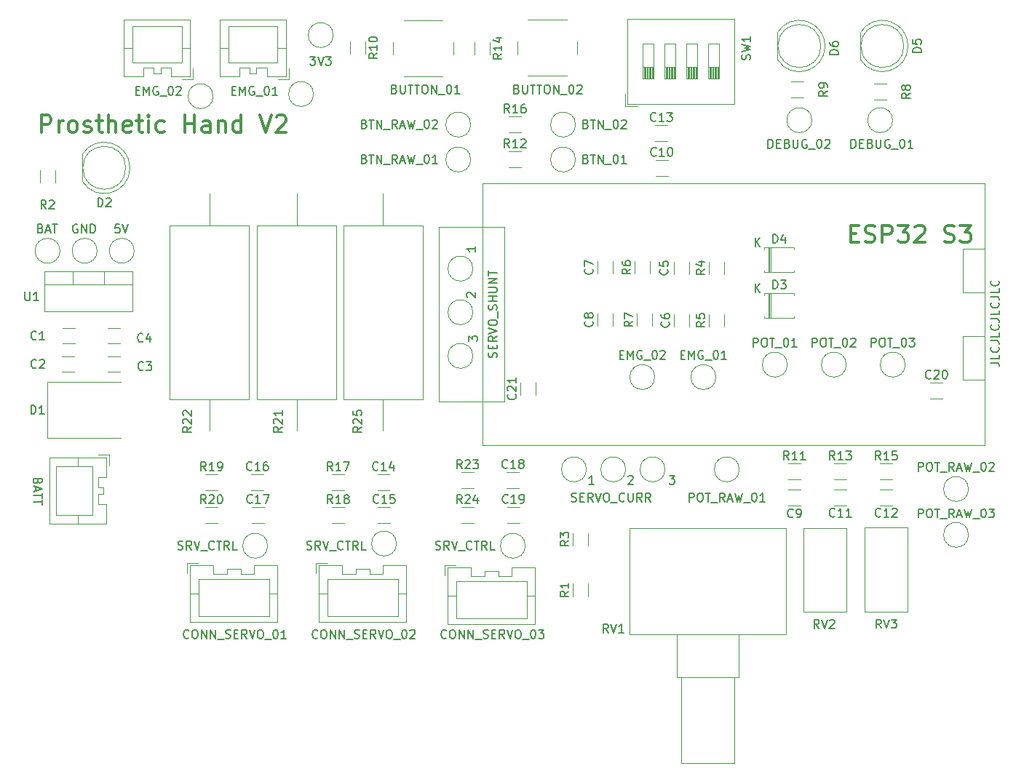
<source format=gbr>
%TF.GenerationSoftware,KiCad,Pcbnew,7.0.7*%
%TF.CreationDate,2023-11-05T16:23:14+01:00*%
%TF.ProjectId,ProstheticHandV2,50726f73-7468-4657-9469-6348616e6456,rev?*%
%TF.SameCoordinates,Original*%
%TF.FileFunction,Legend,Top*%
%TF.FilePolarity,Positive*%
%FSLAX46Y46*%
G04 Gerber Fmt 4.6, Leading zero omitted, Abs format (unit mm)*
G04 Created by KiCad (PCBNEW 7.0.7) date 2023-11-05 16:23:14*
%MOMM*%
%LPD*%
G01*
G04 APERTURE LIST*
%ADD10C,0.300000*%
%ADD11C,0.150000*%
%ADD12C,0.120000*%
%ADD13C,0.100000*%
G04 APERTURE END LIST*
D10*
X122715522Y-60091638D02*
X122715522Y-58091638D01*
X122715522Y-58091638D02*
X123477427Y-58091638D01*
X123477427Y-58091638D02*
X123667903Y-58186876D01*
X123667903Y-58186876D02*
X123763141Y-58282114D01*
X123763141Y-58282114D02*
X123858379Y-58472590D01*
X123858379Y-58472590D02*
X123858379Y-58758304D01*
X123858379Y-58758304D02*
X123763141Y-58948780D01*
X123763141Y-58948780D02*
X123667903Y-59044019D01*
X123667903Y-59044019D02*
X123477427Y-59139257D01*
X123477427Y-59139257D02*
X122715522Y-59139257D01*
X124715522Y-60091638D02*
X124715522Y-58758304D01*
X124715522Y-59139257D02*
X124810760Y-58948780D01*
X124810760Y-58948780D02*
X124905998Y-58853542D01*
X124905998Y-58853542D02*
X125096474Y-58758304D01*
X125096474Y-58758304D02*
X125286951Y-58758304D01*
X126239331Y-60091638D02*
X126048855Y-59996400D01*
X126048855Y-59996400D02*
X125953617Y-59901161D01*
X125953617Y-59901161D02*
X125858379Y-59710685D01*
X125858379Y-59710685D02*
X125858379Y-59139257D01*
X125858379Y-59139257D02*
X125953617Y-58948780D01*
X125953617Y-58948780D02*
X126048855Y-58853542D01*
X126048855Y-58853542D02*
X126239331Y-58758304D01*
X126239331Y-58758304D02*
X126525046Y-58758304D01*
X126525046Y-58758304D02*
X126715522Y-58853542D01*
X126715522Y-58853542D02*
X126810760Y-58948780D01*
X126810760Y-58948780D02*
X126905998Y-59139257D01*
X126905998Y-59139257D02*
X126905998Y-59710685D01*
X126905998Y-59710685D02*
X126810760Y-59901161D01*
X126810760Y-59901161D02*
X126715522Y-59996400D01*
X126715522Y-59996400D02*
X126525046Y-60091638D01*
X126525046Y-60091638D02*
X126239331Y-60091638D01*
X127667903Y-59996400D02*
X127858379Y-60091638D01*
X127858379Y-60091638D02*
X128239331Y-60091638D01*
X128239331Y-60091638D02*
X128429808Y-59996400D01*
X128429808Y-59996400D02*
X128525046Y-59805923D01*
X128525046Y-59805923D02*
X128525046Y-59710685D01*
X128525046Y-59710685D02*
X128429808Y-59520209D01*
X128429808Y-59520209D02*
X128239331Y-59424971D01*
X128239331Y-59424971D02*
X127953617Y-59424971D01*
X127953617Y-59424971D02*
X127763141Y-59329733D01*
X127763141Y-59329733D02*
X127667903Y-59139257D01*
X127667903Y-59139257D02*
X127667903Y-59044019D01*
X127667903Y-59044019D02*
X127763141Y-58853542D01*
X127763141Y-58853542D02*
X127953617Y-58758304D01*
X127953617Y-58758304D02*
X128239331Y-58758304D01*
X128239331Y-58758304D02*
X128429808Y-58853542D01*
X129096475Y-58758304D02*
X129858379Y-58758304D01*
X129382189Y-58091638D02*
X129382189Y-59805923D01*
X129382189Y-59805923D02*
X129477427Y-59996400D01*
X129477427Y-59996400D02*
X129667903Y-60091638D01*
X129667903Y-60091638D02*
X129858379Y-60091638D01*
X130525046Y-60091638D02*
X130525046Y-58091638D01*
X131382189Y-60091638D02*
X131382189Y-59044019D01*
X131382189Y-59044019D02*
X131286951Y-58853542D01*
X131286951Y-58853542D02*
X131096475Y-58758304D01*
X131096475Y-58758304D02*
X130810760Y-58758304D01*
X130810760Y-58758304D02*
X130620284Y-58853542D01*
X130620284Y-58853542D02*
X130525046Y-58948780D01*
X133096475Y-59996400D02*
X132905999Y-60091638D01*
X132905999Y-60091638D02*
X132525046Y-60091638D01*
X132525046Y-60091638D02*
X132334570Y-59996400D01*
X132334570Y-59996400D02*
X132239332Y-59805923D01*
X132239332Y-59805923D02*
X132239332Y-59044019D01*
X132239332Y-59044019D02*
X132334570Y-58853542D01*
X132334570Y-58853542D02*
X132525046Y-58758304D01*
X132525046Y-58758304D02*
X132905999Y-58758304D01*
X132905999Y-58758304D02*
X133096475Y-58853542D01*
X133096475Y-58853542D02*
X133191713Y-59044019D01*
X133191713Y-59044019D02*
X133191713Y-59234495D01*
X133191713Y-59234495D02*
X132239332Y-59424971D01*
X133763142Y-58758304D02*
X134525046Y-58758304D01*
X134048856Y-58091638D02*
X134048856Y-59805923D01*
X134048856Y-59805923D02*
X134144094Y-59996400D01*
X134144094Y-59996400D02*
X134334570Y-60091638D01*
X134334570Y-60091638D02*
X134525046Y-60091638D01*
X135191713Y-60091638D02*
X135191713Y-58758304D01*
X135191713Y-58091638D02*
X135096475Y-58186876D01*
X135096475Y-58186876D02*
X135191713Y-58282114D01*
X135191713Y-58282114D02*
X135286951Y-58186876D01*
X135286951Y-58186876D02*
X135191713Y-58091638D01*
X135191713Y-58091638D02*
X135191713Y-58282114D01*
X137001237Y-59996400D02*
X136810761Y-60091638D01*
X136810761Y-60091638D02*
X136429808Y-60091638D01*
X136429808Y-60091638D02*
X136239332Y-59996400D01*
X136239332Y-59996400D02*
X136144094Y-59901161D01*
X136144094Y-59901161D02*
X136048856Y-59710685D01*
X136048856Y-59710685D02*
X136048856Y-59139257D01*
X136048856Y-59139257D02*
X136144094Y-58948780D01*
X136144094Y-58948780D02*
X136239332Y-58853542D01*
X136239332Y-58853542D02*
X136429808Y-58758304D01*
X136429808Y-58758304D02*
X136810761Y-58758304D01*
X136810761Y-58758304D02*
X137001237Y-58853542D01*
X139382190Y-60091638D02*
X139382190Y-58091638D01*
X139382190Y-59044019D02*
X140525047Y-59044019D01*
X140525047Y-60091638D02*
X140525047Y-58091638D01*
X142334571Y-60091638D02*
X142334571Y-59044019D01*
X142334571Y-59044019D02*
X142239333Y-58853542D01*
X142239333Y-58853542D02*
X142048857Y-58758304D01*
X142048857Y-58758304D02*
X141667904Y-58758304D01*
X141667904Y-58758304D02*
X141477428Y-58853542D01*
X142334571Y-59996400D02*
X142144095Y-60091638D01*
X142144095Y-60091638D02*
X141667904Y-60091638D01*
X141667904Y-60091638D02*
X141477428Y-59996400D01*
X141477428Y-59996400D02*
X141382190Y-59805923D01*
X141382190Y-59805923D02*
X141382190Y-59615447D01*
X141382190Y-59615447D02*
X141477428Y-59424971D01*
X141477428Y-59424971D02*
X141667904Y-59329733D01*
X141667904Y-59329733D02*
X142144095Y-59329733D01*
X142144095Y-59329733D02*
X142334571Y-59234495D01*
X143286952Y-58758304D02*
X143286952Y-60091638D01*
X143286952Y-58948780D02*
X143382190Y-58853542D01*
X143382190Y-58853542D02*
X143572666Y-58758304D01*
X143572666Y-58758304D02*
X143858381Y-58758304D01*
X143858381Y-58758304D02*
X144048857Y-58853542D01*
X144048857Y-58853542D02*
X144144095Y-59044019D01*
X144144095Y-59044019D02*
X144144095Y-60091638D01*
X145953619Y-60091638D02*
X145953619Y-58091638D01*
X145953619Y-59996400D02*
X145763143Y-60091638D01*
X145763143Y-60091638D02*
X145382190Y-60091638D01*
X145382190Y-60091638D02*
X145191714Y-59996400D01*
X145191714Y-59996400D02*
X145096476Y-59901161D01*
X145096476Y-59901161D02*
X145001238Y-59710685D01*
X145001238Y-59710685D02*
X145001238Y-59139257D01*
X145001238Y-59139257D02*
X145096476Y-58948780D01*
X145096476Y-58948780D02*
X145191714Y-58853542D01*
X145191714Y-58853542D02*
X145382190Y-58758304D01*
X145382190Y-58758304D02*
X145763143Y-58758304D01*
X145763143Y-58758304D02*
X145953619Y-58853542D01*
X148144096Y-58091638D02*
X148810762Y-60091638D01*
X148810762Y-60091638D02*
X149477429Y-58091638D01*
X150048858Y-58282114D02*
X150144096Y-58186876D01*
X150144096Y-58186876D02*
X150334572Y-58091638D01*
X150334572Y-58091638D02*
X150810763Y-58091638D01*
X150810763Y-58091638D02*
X151001239Y-58186876D01*
X151001239Y-58186876D02*
X151096477Y-58282114D01*
X151096477Y-58282114D02*
X151191715Y-58472590D01*
X151191715Y-58472590D02*
X151191715Y-58663066D01*
X151191715Y-58663066D02*
X151096477Y-58948780D01*
X151096477Y-58948780D02*
X149953620Y-60091638D01*
X149953620Y-60091638D02*
X151191715Y-60091638D01*
D11*
X233134819Y-86915048D02*
X233849104Y-86915048D01*
X233849104Y-86915048D02*
X233991961Y-86962667D01*
X233991961Y-86962667D02*
X234087200Y-87057905D01*
X234087200Y-87057905D02*
X234134819Y-87200762D01*
X234134819Y-87200762D02*
X234134819Y-87296000D01*
X234134819Y-85962667D02*
X234134819Y-86438857D01*
X234134819Y-86438857D02*
X233134819Y-86438857D01*
X234039580Y-85057905D02*
X234087200Y-85105524D01*
X234087200Y-85105524D02*
X234134819Y-85248381D01*
X234134819Y-85248381D02*
X234134819Y-85343619D01*
X234134819Y-85343619D02*
X234087200Y-85486476D01*
X234087200Y-85486476D02*
X233991961Y-85581714D01*
X233991961Y-85581714D02*
X233896723Y-85629333D01*
X233896723Y-85629333D02*
X233706247Y-85676952D01*
X233706247Y-85676952D02*
X233563390Y-85676952D01*
X233563390Y-85676952D02*
X233372914Y-85629333D01*
X233372914Y-85629333D02*
X233277676Y-85581714D01*
X233277676Y-85581714D02*
X233182438Y-85486476D01*
X233182438Y-85486476D02*
X233134819Y-85343619D01*
X233134819Y-85343619D02*
X233134819Y-85248381D01*
X233134819Y-85248381D02*
X233182438Y-85105524D01*
X233182438Y-85105524D02*
X233230057Y-85057905D01*
X233134819Y-84343619D02*
X233849104Y-84343619D01*
X233849104Y-84343619D02*
X233991961Y-84391238D01*
X233991961Y-84391238D02*
X234087200Y-84486476D01*
X234087200Y-84486476D02*
X234134819Y-84629333D01*
X234134819Y-84629333D02*
X234134819Y-84724571D01*
X234134819Y-83391238D02*
X234134819Y-83867428D01*
X234134819Y-83867428D02*
X233134819Y-83867428D01*
X234039580Y-82486476D02*
X234087200Y-82534095D01*
X234087200Y-82534095D02*
X234134819Y-82676952D01*
X234134819Y-82676952D02*
X234134819Y-82772190D01*
X234134819Y-82772190D02*
X234087200Y-82915047D01*
X234087200Y-82915047D02*
X233991961Y-83010285D01*
X233991961Y-83010285D02*
X233896723Y-83057904D01*
X233896723Y-83057904D02*
X233706247Y-83105523D01*
X233706247Y-83105523D02*
X233563390Y-83105523D01*
X233563390Y-83105523D02*
X233372914Y-83057904D01*
X233372914Y-83057904D02*
X233277676Y-83010285D01*
X233277676Y-83010285D02*
X233182438Y-82915047D01*
X233182438Y-82915047D02*
X233134819Y-82772190D01*
X233134819Y-82772190D02*
X233134819Y-82676952D01*
X233134819Y-82676952D02*
X233182438Y-82534095D01*
X233182438Y-82534095D02*
X233230057Y-82486476D01*
X233134819Y-81772190D02*
X233849104Y-81772190D01*
X233849104Y-81772190D02*
X233991961Y-81819809D01*
X233991961Y-81819809D02*
X234087200Y-81915047D01*
X234087200Y-81915047D02*
X234134819Y-82057904D01*
X234134819Y-82057904D02*
X234134819Y-82153142D01*
X234134819Y-80819809D02*
X234134819Y-81295999D01*
X234134819Y-81295999D02*
X233134819Y-81295999D01*
X234039580Y-79915047D02*
X234087200Y-79962666D01*
X234087200Y-79962666D02*
X234134819Y-80105523D01*
X234134819Y-80105523D02*
X234134819Y-80200761D01*
X234134819Y-80200761D02*
X234087200Y-80343618D01*
X234087200Y-80343618D02*
X233991961Y-80438856D01*
X233991961Y-80438856D02*
X233896723Y-80486475D01*
X233896723Y-80486475D02*
X233706247Y-80534094D01*
X233706247Y-80534094D02*
X233563390Y-80534094D01*
X233563390Y-80534094D02*
X233372914Y-80486475D01*
X233372914Y-80486475D02*
X233277676Y-80438856D01*
X233277676Y-80438856D02*
X233182438Y-80343618D01*
X233182438Y-80343618D02*
X233134819Y-80200761D01*
X233134819Y-80200761D02*
X233134819Y-80105523D01*
X233134819Y-80105523D02*
X233182438Y-79962666D01*
X233182438Y-79962666D02*
X233230057Y-79915047D01*
X233134819Y-79200761D02*
X233849104Y-79200761D01*
X233849104Y-79200761D02*
X233991961Y-79248380D01*
X233991961Y-79248380D02*
X234087200Y-79343618D01*
X234087200Y-79343618D02*
X234134819Y-79486475D01*
X234134819Y-79486475D02*
X234134819Y-79581713D01*
X234134819Y-78248380D02*
X234134819Y-78724570D01*
X234134819Y-78724570D02*
X233134819Y-78724570D01*
X234039580Y-77343618D02*
X234087200Y-77391237D01*
X234087200Y-77391237D02*
X234134819Y-77534094D01*
X234134819Y-77534094D02*
X234134819Y-77629332D01*
X234134819Y-77629332D02*
X234087200Y-77772189D01*
X234087200Y-77772189D02*
X233991961Y-77867427D01*
X233991961Y-77867427D02*
X233896723Y-77915046D01*
X233896723Y-77915046D02*
X233706247Y-77962665D01*
X233706247Y-77962665D02*
X233563390Y-77962665D01*
X233563390Y-77962665D02*
X233372914Y-77915046D01*
X233372914Y-77915046D02*
X233277676Y-77867427D01*
X233277676Y-77867427D02*
X233182438Y-77772189D01*
X233182438Y-77772189D02*
X233134819Y-77629332D01*
X233134819Y-77629332D02*
X233134819Y-77534094D01*
X233134819Y-77534094D02*
X233182438Y-77391237D01*
X233182438Y-77391237D02*
X233230057Y-77343618D01*
X126898095Y-70834778D02*
X126802857Y-70787159D01*
X126802857Y-70787159D02*
X126660000Y-70787159D01*
X126660000Y-70787159D02*
X126517143Y-70834778D01*
X126517143Y-70834778D02*
X126421905Y-70930016D01*
X126421905Y-70930016D02*
X126374286Y-71025254D01*
X126374286Y-71025254D02*
X126326667Y-71215730D01*
X126326667Y-71215730D02*
X126326667Y-71358587D01*
X126326667Y-71358587D02*
X126374286Y-71549063D01*
X126374286Y-71549063D02*
X126421905Y-71644301D01*
X126421905Y-71644301D02*
X126517143Y-71739540D01*
X126517143Y-71739540D02*
X126660000Y-71787159D01*
X126660000Y-71787159D02*
X126755238Y-71787159D01*
X126755238Y-71787159D02*
X126898095Y-71739540D01*
X126898095Y-71739540D02*
X126945714Y-71691920D01*
X126945714Y-71691920D02*
X126945714Y-71358587D01*
X126945714Y-71358587D02*
X126755238Y-71358587D01*
X127374286Y-71787159D02*
X127374286Y-70787159D01*
X127374286Y-70787159D02*
X127945714Y-71787159D01*
X127945714Y-71787159D02*
X127945714Y-70787159D01*
X128421905Y-71787159D02*
X128421905Y-70787159D01*
X128421905Y-70787159D02*
X128660000Y-70787159D01*
X128660000Y-70787159D02*
X128802857Y-70834778D01*
X128802857Y-70834778D02*
X128898095Y-70930016D01*
X128898095Y-70930016D02*
X128945714Y-71025254D01*
X128945714Y-71025254D02*
X128993333Y-71215730D01*
X128993333Y-71215730D02*
X128993333Y-71358587D01*
X128993333Y-71358587D02*
X128945714Y-71549063D01*
X128945714Y-71549063D02*
X128898095Y-71644301D01*
X128898095Y-71644301D02*
X128802857Y-71739540D01*
X128802857Y-71739540D02*
X128660000Y-71787159D01*
X128660000Y-71787159D02*
X128421905Y-71787159D01*
X163790761Y-55049009D02*
X163933618Y-55096628D01*
X163933618Y-55096628D02*
X163981237Y-55144247D01*
X163981237Y-55144247D02*
X164028856Y-55239485D01*
X164028856Y-55239485D02*
X164028856Y-55382342D01*
X164028856Y-55382342D02*
X163981237Y-55477580D01*
X163981237Y-55477580D02*
X163933618Y-55525200D01*
X163933618Y-55525200D02*
X163838380Y-55572819D01*
X163838380Y-55572819D02*
X163457428Y-55572819D01*
X163457428Y-55572819D02*
X163457428Y-54572819D01*
X163457428Y-54572819D02*
X163790761Y-54572819D01*
X163790761Y-54572819D02*
X163885999Y-54620438D01*
X163885999Y-54620438D02*
X163933618Y-54668057D01*
X163933618Y-54668057D02*
X163981237Y-54763295D01*
X163981237Y-54763295D02*
X163981237Y-54858533D01*
X163981237Y-54858533D02*
X163933618Y-54953771D01*
X163933618Y-54953771D02*
X163885999Y-55001390D01*
X163885999Y-55001390D02*
X163790761Y-55049009D01*
X163790761Y-55049009D02*
X163457428Y-55049009D01*
X164457428Y-54572819D02*
X164457428Y-55382342D01*
X164457428Y-55382342D02*
X164505047Y-55477580D01*
X164505047Y-55477580D02*
X164552666Y-55525200D01*
X164552666Y-55525200D02*
X164647904Y-55572819D01*
X164647904Y-55572819D02*
X164838380Y-55572819D01*
X164838380Y-55572819D02*
X164933618Y-55525200D01*
X164933618Y-55525200D02*
X164981237Y-55477580D01*
X164981237Y-55477580D02*
X165028856Y-55382342D01*
X165028856Y-55382342D02*
X165028856Y-54572819D01*
X165362190Y-54572819D02*
X165933618Y-54572819D01*
X165647904Y-55572819D02*
X165647904Y-54572819D01*
X166124095Y-54572819D02*
X166695523Y-54572819D01*
X166409809Y-55572819D02*
X166409809Y-54572819D01*
X167219333Y-54572819D02*
X167409809Y-54572819D01*
X167409809Y-54572819D02*
X167505047Y-54620438D01*
X167505047Y-54620438D02*
X167600285Y-54715676D01*
X167600285Y-54715676D02*
X167647904Y-54906152D01*
X167647904Y-54906152D02*
X167647904Y-55239485D01*
X167647904Y-55239485D02*
X167600285Y-55429961D01*
X167600285Y-55429961D02*
X167505047Y-55525200D01*
X167505047Y-55525200D02*
X167409809Y-55572819D01*
X167409809Y-55572819D02*
X167219333Y-55572819D01*
X167219333Y-55572819D02*
X167124095Y-55525200D01*
X167124095Y-55525200D02*
X167028857Y-55429961D01*
X167028857Y-55429961D02*
X166981238Y-55239485D01*
X166981238Y-55239485D02*
X166981238Y-54906152D01*
X166981238Y-54906152D02*
X167028857Y-54715676D01*
X167028857Y-54715676D02*
X167124095Y-54620438D01*
X167124095Y-54620438D02*
X167219333Y-54572819D01*
X168076476Y-55572819D02*
X168076476Y-54572819D01*
X168076476Y-54572819D02*
X168647904Y-55572819D01*
X168647904Y-55572819D02*
X168647904Y-54572819D01*
X168886000Y-55668057D02*
X169647904Y-55668057D01*
X170076476Y-54572819D02*
X170171714Y-54572819D01*
X170171714Y-54572819D02*
X170266952Y-54620438D01*
X170266952Y-54620438D02*
X170314571Y-54668057D01*
X170314571Y-54668057D02*
X170362190Y-54763295D01*
X170362190Y-54763295D02*
X170409809Y-54953771D01*
X170409809Y-54953771D02*
X170409809Y-55191866D01*
X170409809Y-55191866D02*
X170362190Y-55382342D01*
X170362190Y-55382342D02*
X170314571Y-55477580D01*
X170314571Y-55477580D02*
X170266952Y-55525200D01*
X170266952Y-55525200D02*
X170171714Y-55572819D01*
X170171714Y-55572819D02*
X170076476Y-55572819D01*
X170076476Y-55572819D02*
X169981238Y-55525200D01*
X169981238Y-55525200D02*
X169933619Y-55477580D01*
X169933619Y-55477580D02*
X169886000Y-55382342D01*
X169886000Y-55382342D02*
X169838381Y-55191866D01*
X169838381Y-55191866D02*
X169838381Y-54953771D01*
X169838381Y-54953771D02*
X169886000Y-54763295D01*
X169886000Y-54763295D02*
X169933619Y-54668057D01*
X169933619Y-54668057D02*
X169981238Y-54620438D01*
X169981238Y-54620438D02*
X170076476Y-54572819D01*
X171362190Y-55572819D02*
X170790762Y-55572819D01*
X171076476Y-55572819D02*
X171076476Y-54572819D01*
X171076476Y-54572819D02*
X170981238Y-54715676D01*
X170981238Y-54715676D02*
X170886000Y-54810914D01*
X170886000Y-54810914D02*
X170790762Y-54858533D01*
X175667200Y-86279999D02*
X175714819Y-86137142D01*
X175714819Y-86137142D02*
X175714819Y-85899047D01*
X175714819Y-85899047D02*
X175667200Y-85803809D01*
X175667200Y-85803809D02*
X175619580Y-85756190D01*
X175619580Y-85756190D02*
X175524342Y-85708571D01*
X175524342Y-85708571D02*
X175429104Y-85708571D01*
X175429104Y-85708571D02*
X175333866Y-85756190D01*
X175333866Y-85756190D02*
X175286247Y-85803809D01*
X175286247Y-85803809D02*
X175238628Y-85899047D01*
X175238628Y-85899047D02*
X175191009Y-86089523D01*
X175191009Y-86089523D02*
X175143390Y-86184761D01*
X175143390Y-86184761D02*
X175095771Y-86232380D01*
X175095771Y-86232380D02*
X175000533Y-86279999D01*
X175000533Y-86279999D02*
X174905295Y-86279999D01*
X174905295Y-86279999D02*
X174810057Y-86232380D01*
X174810057Y-86232380D02*
X174762438Y-86184761D01*
X174762438Y-86184761D02*
X174714819Y-86089523D01*
X174714819Y-86089523D02*
X174714819Y-85851428D01*
X174714819Y-85851428D02*
X174762438Y-85708571D01*
X175191009Y-85279999D02*
X175191009Y-84946666D01*
X175714819Y-84803809D02*
X175714819Y-85279999D01*
X175714819Y-85279999D02*
X174714819Y-85279999D01*
X174714819Y-85279999D02*
X174714819Y-84803809D01*
X175714819Y-83803809D02*
X175238628Y-84137142D01*
X175714819Y-84375237D02*
X174714819Y-84375237D01*
X174714819Y-84375237D02*
X174714819Y-83994285D01*
X174714819Y-83994285D02*
X174762438Y-83899047D01*
X174762438Y-83899047D02*
X174810057Y-83851428D01*
X174810057Y-83851428D02*
X174905295Y-83803809D01*
X174905295Y-83803809D02*
X175048152Y-83803809D01*
X175048152Y-83803809D02*
X175143390Y-83851428D01*
X175143390Y-83851428D02*
X175191009Y-83899047D01*
X175191009Y-83899047D02*
X175238628Y-83994285D01*
X175238628Y-83994285D02*
X175238628Y-84375237D01*
X174714819Y-83518094D02*
X175714819Y-83184761D01*
X175714819Y-83184761D02*
X174714819Y-82851428D01*
X174714819Y-82327618D02*
X174714819Y-82137142D01*
X174714819Y-82137142D02*
X174762438Y-82041904D01*
X174762438Y-82041904D02*
X174857676Y-81946666D01*
X174857676Y-81946666D02*
X175048152Y-81899047D01*
X175048152Y-81899047D02*
X175381485Y-81899047D01*
X175381485Y-81899047D02*
X175571961Y-81946666D01*
X175571961Y-81946666D02*
X175667200Y-82041904D01*
X175667200Y-82041904D02*
X175714819Y-82137142D01*
X175714819Y-82137142D02*
X175714819Y-82327618D01*
X175714819Y-82327618D02*
X175667200Y-82422856D01*
X175667200Y-82422856D02*
X175571961Y-82518094D01*
X175571961Y-82518094D02*
X175381485Y-82565713D01*
X175381485Y-82565713D02*
X175048152Y-82565713D01*
X175048152Y-82565713D02*
X174857676Y-82518094D01*
X174857676Y-82518094D02*
X174762438Y-82422856D01*
X174762438Y-82422856D02*
X174714819Y-82327618D01*
X175810057Y-81708571D02*
X175810057Y-80946666D01*
X175667200Y-80756189D02*
X175714819Y-80613332D01*
X175714819Y-80613332D02*
X175714819Y-80375237D01*
X175714819Y-80375237D02*
X175667200Y-80279999D01*
X175667200Y-80279999D02*
X175619580Y-80232380D01*
X175619580Y-80232380D02*
X175524342Y-80184761D01*
X175524342Y-80184761D02*
X175429104Y-80184761D01*
X175429104Y-80184761D02*
X175333866Y-80232380D01*
X175333866Y-80232380D02*
X175286247Y-80279999D01*
X175286247Y-80279999D02*
X175238628Y-80375237D01*
X175238628Y-80375237D02*
X175191009Y-80565713D01*
X175191009Y-80565713D02*
X175143390Y-80660951D01*
X175143390Y-80660951D02*
X175095771Y-80708570D01*
X175095771Y-80708570D02*
X175000533Y-80756189D01*
X175000533Y-80756189D02*
X174905295Y-80756189D01*
X174905295Y-80756189D02*
X174810057Y-80708570D01*
X174810057Y-80708570D02*
X174762438Y-80660951D01*
X174762438Y-80660951D02*
X174714819Y-80565713D01*
X174714819Y-80565713D02*
X174714819Y-80327618D01*
X174714819Y-80327618D02*
X174762438Y-80184761D01*
X175714819Y-79756189D02*
X174714819Y-79756189D01*
X175191009Y-79756189D02*
X175191009Y-79184761D01*
X175714819Y-79184761D02*
X174714819Y-79184761D01*
X174714819Y-78708570D02*
X175524342Y-78708570D01*
X175524342Y-78708570D02*
X175619580Y-78660951D01*
X175619580Y-78660951D02*
X175667200Y-78613332D01*
X175667200Y-78613332D02*
X175714819Y-78518094D01*
X175714819Y-78518094D02*
X175714819Y-78327618D01*
X175714819Y-78327618D02*
X175667200Y-78232380D01*
X175667200Y-78232380D02*
X175619580Y-78184761D01*
X175619580Y-78184761D02*
X175524342Y-78137142D01*
X175524342Y-78137142D02*
X174714819Y-78137142D01*
X175714819Y-77660951D02*
X174714819Y-77660951D01*
X174714819Y-77660951D02*
X175714819Y-77089523D01*
X175714819Y-77089523D02*
X174714819Y-77089523D01*
X174714819Y-76756189D02*
X174714819Y-76184761D01*
X175714819Y-76470475D02*
X174714819Y-76470475D01*
X133686779Y-55226009D02*
X134020112Y-55226009D01*
X134162969Y-55749819D02*
X133686779Y-55749819D01*
X133686779Y-55749819D02*
X133686779Y-54749819D01*
X133686779Y-54749819D02*
X134162969Y-54749819D01*
X134591541Y-55749819D02*
X134591541Y-54749819D01*
X134591541Y-54749819D02*
X134924874Y-55464104D01*
X134924874Y-55464104D02*
X135258207Y-54749819D01*
X135258207Y-54749819D02*
X135258207Y-55749819D01*
X136258207Y-54797438D02*
X136162969Y-54749819D01*
X136162969Y-54749819D02*
X136020112Y-54749819D01*
X136020112Y-54749819D02*
X135877255Y-54797438D01*
X135877255Y-54797438D02*
X135782017Y-54892676D01*
X135782017Y-54892676D02*
X135734398Y-54987914D01*
X135734398Y-54987914D02*
X135686779Y-55178390D01*
X135686779Y-55178390D02*
X135686779Y-55321247D01*
X135686779Y-55321247D02*
X135734398Y-55511723D01*
X135734398Y-55511723D02*
X135782017Y-55606961D01*
X135782017Y-55606961D02*
X135877255Y-55702200D01*
X135877255Y-55702200D02*
X136020112Y-55749819D01*
X136020112Y-55749819D02*
X136115350Y-55749819D01*
X136115350Y-55749819D02*
X136258207Y-55702200D01*
X136258207Y-55702200D02*
X136305826Y-55654580D01*
X136305826Y-55654580D02*
X136305826Y-55321247D01*
X136305826Y-55321247D02*
X136115350Y-55321247D01*
X136496303Y-55845057D02*
X137258207Y-55845057D01*
X137686779Y-54749819D02*
X137782017Y-54749819D01*
X137782017Y-54749819D02*
X137877255Y-54797438D01*
X137877255Y-54797438D02*
X137924874Y-54845057D01*
X137924874Y-54845057D02*
X137972493Y-54940295D01*
X137972493Y-54940295D02*
X138020112Y-55130771D01*
X138020112Y-55130771D02*
X138020112Y-55368866D01*
X138020112Y-55368866D02*
X137972493Y-55559342D01*
X137972493Y-55559342D02*
X137924874Y-55654580D01*
X137924874Y-55654580D02*
X137877255Y-55702200D01*
X137877255Y-55702200D02*
X137782017Y-55749819D01*
X137782017Y-55749819D02*
X137686779Y-55749819D01*
X137686779Y-55749819D02*
X137591541Y-55702200D01*
X137591541Y-55702200D02*
X137543922Y-55654580D01*
X137543922Y-55654580D02*
X137496303Y-55559342D01*
X137496303Y-55559342D02*
X137448684Y-55368866D01*
X137448684Y-55368866D02*
X137448684Y-55130771D01*
X137448684Y-55130771D02*
X137496303Y-54940295D01*
X137496303Y-54940295D02*
X137543922Y-54845057D01*
X137543922Y-54845057D02*
X137591541Y-54797438D01*
X137591541Y-54797438D02*
X137686779Y-54749819D01*
X138401065Y-54845057D02*
X138448684Y-54797438D01*
X138448684Y-54797438D02*
X138543922Y-54749819D01*
X138543922Y-54749819D02*
X138782017Y-54749819D01*
X138782017Y-54749819D02*
X138877255Y-54797438D01*
X138877255Y-54797438D02*
X138924874Y-54845057D01*
X138924874Y-54845057D02*
X138972493Y-54940295D01*
X138972493Y-54940295D02*
X138972493Y-55035533D01*
X138972493Y-55035533D02*
X138924874Y-55178390D01*
X138924874Y-55178390D02*
X138353446Y-55749819D01*
X138353446Y-55749819D02*
X138972493Y-55749819D01*
X212384000Y-85036819D02*
X212384000Y-84036819D01*
X212384000Y-84036819D02*
X212764952Y-84036819D01*
X212764952Y-84036819D02*
X212860190Y-84084438D01*
X212860190Y-84084438D02*
X212907809Y-84132057D01*
X212907809Y-84132057D02*
X212955428Y-84227295D01*
X212955428Y-84227295D02*
X212955428Y-84370152D01*
X212955428Y-84370152D02*
X212907809Y-84465390D01*
X212907809Y-84465390D02*
X212860190Y-84513009D01*
X212860190Y-84513009D02*
X212764952Y-84560628D01*
X212764952Y-84560628D02*
X212384000Y-84560628D01*
X213574476Y-84036819D02*
X213764952Y-84036819D01*
X213764952Y-84036819D02*
X213860190Y-84084438D01*
X213860190Y-84084438D02*
X213955428Y-84179676D01*
X213955428Y-84179676D02*
X214003047Y-84370152D01*
X214003047Y-84370152D02*
X214003047Y-84703485D01*
X214003047Y-84703485D02*
X213955428Y-84893961D01*
X213955428Y-84893961D02*
X213860190Y-84989200D01*
X213860190Y-84989200D02*
X213764952Y-85036819D01*
X213764952Y-85036819D02*
X213574476Y-85036819D01*
X213574476Y-85036819D02*
X213479238Y-84989200D01*
X213479238Y-84989200D02*
X213384000Y-84893961D01*
X213384000Y-84893961D02*
X213336381Y-84703485D01*
X213336381Y-84703485D02*
X213336381Y-84370152D01*
X213336381Y-84370152D02*
X213384000Y-84179676D01*
X213384000Y-84179676D02*
X213479238Y-84084438D01*
X213479238Y-84084438D02*
X213574476Y-84036819D01*
X214288762Y-84036819D02*
X214860190Y-84036819D01*
X214574476Y-85036819D02*
X214574476Y-84036819D01*
X214955429Y-85132057D02*
X215717333Y-85132057D01*
X216145905Y-84036819D02*
X216241143Y-84036819D01*
X216241143Y-84036819D02*
X216336381Y-84084438D01*
X216336381Y-84084438D02*
X216384000Y-84132057D01*
X216384000Y-84132057D02*
X216431619Y-84227295D01*
X216431619Y-84227295D02*
X216479238Y-84417771D01*
X216479238Y-84417771D02*
X216479238Y-84655866D01*
X216479238Y-84655866D02*
X216431619Y-84846342D01*
X216431619Y-84846342D02*
X216384000Y-84941580D01*
X216384000Y-84941580D02*
X216336381Y-84989200D01*
X216336381Y-84989200D02*
X216241143Y-85036819D01*
X216241143Y-85036819D02*
X216145905Y-85036819D01*
X216145905Y-85036819D02*
X216050667Y-84989200D01*
X216050667Y-84989200D02*
X216003048Y-84941580D01*
X216003048Y-84941580D02*
X215955429Y-84846342D01*
X215955429Y-84846342D02*
X215907810Y-84655866D01*
X215907810Y-84655866D02*
X215907810Y-84417771D01*
X215907810Y-84417771D02*
X215955429Y-84227295D01*
X215955429Y-84227295D02*
X216003048Y-84132057D01*
X216003048Y-84132057D02*
X216050667Y-84084438D01*
X216050667Y-84084438D02*
X216145905Y-84036819D01*
X216860191Y-84132057D02*
X216907810Y-84084438D01*
X216907810Y-84084438D02*
X217003048Y-84036819D01*
X217003048Y-84036819D02*
X217241143Y-84036819D01*
X217241143Y-84036819D02*
X217336381Y-84084438D01*
X217336381Y-84084438D02*
X217384000Y-84132057D01*
X217384000Y-84132057D02*
X217431619Y-84227295D01*
X217431619Y-84227295D02*
X217431619Y-84322533D01*
X217431619Y-84322533D02*
X217384000Y-84465390D01*
X217384000Y-84465390D02*
X216812572Y-85036819D01*
X216812572Y-85036819D02*
X217431619Y-85036819D01*
X186047333Y-59113009D02*
X186190190Y-59160628D01*
X186190190Y-59160628D02*
X186237809Y-59208247D01*
X186237809Y-59208247D02*
X186285428Y-59303485D01*
X186285428Y-59303485D02*
X186285428Y-59446342D01*
X186285428Y-59446342D02*
X186237809Y-59541580D01*
X186237809Y-59541580D02*
X186190190Y-59589200D01*
X186190190Y-59589200D02*
X186094952Y-59636819D01*
X186094952Y-59636819D02*
X185714000Y-59636819D01*
X185714000Y-59636819D02*
X185714000Y-58636819D01*
X185714000Y-58636819D02*
X186047333Y-58636819D01*
X186047333Y-58636819D02*
X186142571Y-58684438D01*
X186142571Y-58684438D02*
X186190190Y-58732057D01*
X186190190Y-58732057D02*
X186237809Y-58827295D01*
X186237809Y-58827295D02*
X186237809Y-58922533D01*
X186237809Y-58922533D02*
X186190190Y-59017771D01*
X186190190Y-59017771D02*
X186142571Y-59065390D01*
X186142571Y-59065390D02*
X186047333Y-59113009D01*
X186047333Y-59113009D02*
X185714000Y-59113009D01*
X186571143Y-58636819D02*
X187142571Y-58636819D01*
X186856857Y-59636819D02*
X186856857Y-58636819D01*
X187475905Y-59636819D02*
X187475905Y-58636819D01*
X187475905Y-58636819D02*
X188047333Y-59636819D01*
X188047333Y-59636819D02*
X188047333Y-58636819D01*
X188285429Y-59732057D02*
X189047333Y-59732057D01*
X189475905Y-58636819D02*
X189571143Y-58636819D01*
X189571143Y-58636819D02*
X189666381Y-58684438D01*
X189666381Y-58684438D02*
X189714000Y-58732057D01*
X189714000Y-58732057D02*
X189761619Y-58827295D01*
X189761619Y-58827295D02*
X189809238Y-59017771D01*
X189809238Y-59017771D02*
X189809238Y-59255866D01*
X189809238Y-59255866D02*
X189761619Y-59446342D01*
X189761619Y-59446342D02*
X189714000Y-59541580D01*
X189714000Y-59541580D02*
X189666381Y-59589200D01*
X189666381Y-59589200D02*
X189571143Y-59636819D01*
X189571143Y-59636819D02*
X189475905Y-59636819D01*
X189475905Y-59636819D02*
X189380667Y-59589200D01*
X189380667Y-59589200D02*
X189333048Y-59541580D01*
X189333048Y-59541580D02*
X189285429Y-59446342D01*
X189285429Y-59446342D02*
X189237810Y-59255866D01*
X189237810Y-59255866D02*
X189237810Y-59017771D01*
X189237810Y-59017771D02*
X189285429Y-58827295D01*
X189285429Y-58827295D02*
X189333048Y-58732057D01*
X189333048Y-58732057D02*
X189380667Y-58684438D01*
X189380667Y-58684438D02*
X189475905Y-58636819D01*
X190190191Y-58732057D02*
X190237810Y-58684438D01*
X190237810Y-58684438D02*
X190333048Y-58636819D01*
X190333048Y-58636819D02*
X190571143Y-58636819D01*
X190571143Y-58636819D02*
X190666381Y-58684438D01*
X190666381Y-58684438D02*
X190714000Y-58732057D01*
X190714000Y-58732057D02*
X190761619Y-58827295D01*
X190761619Y-58827295D02*
X190761619Y-58922533D01*
X190761619Y-58922533D02*
X190714000Y-59065390D01*
X190714000Y-59065390D02*
X190142572Y-59636819D01*
X190142572Y-59636819D02*
X190761619Y-59636819D01*
X186047333Y-63177009D02*
X186190190Y-63224628D01*
X186190190Y-63224628D02*
X186237809Y-63272247D01*
X186237809Y-63272247D02*
X186285428Y-63367485D01*
X186285428Y-63367485D02*
X186285428Y-63510342D01*
X186285428Y-63510342D02*
X186237809Y-63605580D01*
X186237809Y-63605580D02*
X186190190Y-63653200D01*
X186190190Y-63653200D02*
X186094952Y-63700819D01*
X186094952Y-63700819D02*
X185714000Y-63700819D01*
X185714000Y-63700819D02*
X185714000Y-62700819D01*
X185714000Y-62700819D02*
X186047333Y-62700819D01*
X186047333Y-62700819D02*
X186142571Y-62748438D01*
X186142571Y-62748438D02*
X186190190Y-62796057D01*
X186190190Y-62796057D02*
X186237809Y-62891295D01*
X186237809Y-62891295D02*
X186237809Y-62986533D01*
X186237809Y-62986533D02*
X186190190Y-63081771D01*
X186190190Y-63081771D02*
X186142571Y-63129390D01*
X186142571Y-63129390D02*
X186047333Y-63177009D01*
X186047333Y-63177009D02*
X185714000Y-63177009D01*
X186571143Y-62700819D02*
X187142571Y-62700819D01*
X186856857Y-63700819D02*
X186856857Y-62700819D01*
X187475905Y-63700819D02*
X187475905Y-62700819D01*
X187475905Y-62700819D02*
X188047333Y-63700819D01*
X188047333Y-63700819D02*
X188047333Y-62700819D01*
X188285429Y-63796057D02*
X189047333Y-63796057D01*
X189475905Y-62700819D02*
X189571143Y-62700819D01*
X189571143Y-62700819D02*
X189666381Y-62748438D01*
X189666381Y-62748438D02*
X189714000Y-62796057D01*
X189714000Y-62796057D02*
X189761619Y-62891295D01*
X189761619Y-62891295D02*
X189809238Y-63081771D01*
X189809238Y-63081771D02*
X189809238Y-63319866D01*
X189809238Y-63319866D02*
X189761619Y-63510342D01*
X189761619Y-63510342D02*
X189714000Y-63605580D01*
X189714000Y-63605580D02*
X189666381Y-63653200D01*
X189666381Y-63653200D02*
X189571143Y-63700819D01*
X189571143Y-63700819D02*
X189475905Y-63700819D01*
X189475905Y-63700819D02*
X189380667Y-63653200D01*
X189380667Y-63653200D02*
X189333048Y-63605580D01*
X189333048Y-63605580D02*
X189285429Y-63510342D01*
X189285429Y-63510342D02*
X189237810Y-63319866D01*
X189237810Y-63319866D02*
X189237810Y-63081771D01*
X189237810Y-63081771D02*
X189285429Y-62891295D01*
X189285429Y-62891295D02*
X189333048Y-62796057D01*
X189333048Y-62796057D02*
X189380667Y-62748438D01*
X189380667Y-62748438D02*
X189475905Y-62700819D01*
X190761619Y-63700819D02*
X190190191Y-63700819D01*
X190475905Y-63700819D02*
X190475905Y-62700819D01*
X190475905Y-62700819D02*
X190380667Y-62843676D01*
X190380667Y-62843676D02*
X190285429Y-62938914D01*
X190285429Y-62938914D02*
X190190191Y-62986533D01*
X131787523Y-70787159D02*
X131311333Y-70787159D01*
X131311333Y-70787159D02*
X131263714Y-71263349D01*
X131263714Y-71263349D02*
X131311333Y-71215730D01*
X131311333Y-71215730D02*
X131406571Y-71168111D01*
X131406571Y-71168111D02*
X131644666Y-71168111D01*
X131644666Y-71168111D02*
X131739904Y-71215730D01*
X131739904Y-71215730D02*
X131787523Y-71263349D01*
X131787523Y-71263349D02*
X131835142Y-71358587D01*
X131835142Y-71358587D02*
X131835142Y-71596682D01*
X131835142Y-71596682D02*
X131787523Y-71691920D01*
X131787523Y-71691920D02*
X131739904Y-71739540D01*
X131739904Y-71739540D02*
X131644666Y-71787159D01*
X131644666Y-71787159D02*
X131406571Y-71787159D01*
X131406571Y-71787159D02*
X131311333Y-71739540D01*
X131311333Y-71739540D02*
X131263714Y-71691920D01*
X132120857Y-70787159D02*
X132454190Y-71787159D01*
X132454190Y-71787159D02*
X132787523Y-70787159D01*
X169818207Y-118900580D02*
X169770588Y-118948200D01*
X169770588Y-118948200D02*
X169627731Y-118995819D01*
X169627731Y-118995819D02*
X169532493Y-118995819D01*
X169532493Y-118995819D02*
X169389636Y-118948200D01*
X169389636Y-118948200D02*
X169294398Y-118852961D01*
X169294398Y-118852961D02*
X169246779Y-118757723D01*
X169246779Y-118757723D02*
X169199160Y-118567247D01*
X169199160Y-118567247D02*
X169199160Y-118424390D01*
X169199160Y-118424390D02*
X169246779Y-118233914D01*
X169246779Y-118233914D02*
X169294398Y-118138676D01*
X169294398Y-118138676D02*
X169389636Y-118043438D01*
X169389636Y-118043438D02*
X169532493Y-117995819D01*
X169532493Y-117995819D02*
X169627731Y-117995819D01*
X169627731Y-117995819D02*
X169770588Y-118043438D01*
X169770588Y-118043438D02*
X169818207Y-118091057D01*
X170437255Y-117995819D02*
X170627731Y-117995819D01*
X170627731Y-117995819D02*
X170722969Y-118043438D01*
X170722969Y-118043438D02*
X170818207Y-118138676D01*
X170818207Y-118138676D02*
X170865826Y-118329152D01*
X170865826Y-118329152D02*
X170865826Y-118662485D01*
X170865826Y-118662485D02*
X170818207Y-118852961D01*
X170818207Y-118852961D02*
X170722969Y-118948200D01*
X170722969Y-118948200D02*
X170627731Y-118995819D01*
X170627731Y-118995819D02*
X170437255Y-118995819D01*
X170437255Y-118995819D02*
X170342017Y-118948200D01*
X170342017Y-118948200D02*
X170246779Y-118852961D01*
X170246779Y-118852961D02*
X170199160Y-118662485D01*
X170199160Y-118662485D02*
X170199160Y-118329152D01*
X170199160Y-118329152D02*
X170246779Y-118138676D01*
X170246779Y-118138676D02*
X170342017Y-118043438D01*
X170342017Y-118043438D02*
X170437255Y-117995819D01*
X171294398Y-118995819D02*
X171294398Y-117995819D01*
X171294398Y-117995819D02*
X171865826Y-118995819D01*
X171865826Y-118995819D02*
X171865826Y-117995819D01*
X172342017Y-118995819D02*
X172342017Y-117995819D01*
X172342017Y-117995819D02*
X172913445Y-118995819D01*
X172913445Y-118995819D02*
X172913445Y-117995819D01*
X173151541Y-119091057D02*
X173913445Y-119091057D01*
X174103922Y-118948200D02*
X174246779Y-118995819D01*
X174246779Y-118995819D02*
X174484874Y-118995819D01*
X174484874Y-118995819D02*
X174580112Y-118948200D01*
X174580112Y-118948200D02*
X174627731Y-118900580D01*
X174627731Y-118900580D02*
X174675350Y-118805342D01*
X174675350Y-118805342D02*
X174675350Y-118710104D01*
X174675350Y-118710104D02*
X174627731Y-118614866D01*
X174627731Y-118614866D02*
X174580112Y-118567247D01*
X174580112Y-118567247D02*
X174484874Y-118519628D01*
X174484874Y-118519628D02*
X174294398Y-118472009D01*
X174294398Y-118472009D02*
X174199160Y-118424390D01*
X174199160Y-118424390D02*
X174151541Y-118376771D01*
X174151541Y-118376771D02*
X174103922Y-118281533D01*
X174103922Y-118281533D02*
X174103922Y-118186295D01*
X174103922Y-118186295D02*
X174151541Y-118091057D01*
X174151541Y-118091057D02*
X174199160Y-118043438D01*
X174199160Y-118043438D02*
X174294398Y-117995819D01*
X174294398Y-117995819D02*
X174532493Y-117995819D01*
X174532493Y-117995819D02*
X174675350Y-118043438D01*
X175103922Y-118472009D02*
X175437255Y-118472009D01*
X175580112Y-118995819D02*
X175103922Y-118995819D01*
X175103922Y-118995819D02*
X175103922Y-117995819D01*
X175103922Y-117995819D02*
X175580112Y-117995819D01*
X176580112Y-118995819D02*
X176246779Y-118519628D01*
X176008684Y-118995819D02*
X176008684Y-117995819D01*
X176008684Y-117995819D02*
X176389636Y-117995819D01*
X176389636Y-117995819D02*
X176484874Y-118043438D01*
X176484874Y-118043438D02*
X176532493Y-118091057D01*
X176532493Y-118091057D02*
X176580112Y-118186295D01*
X176580112Y-118186295D02*
X176580112Y-118329152D01*
X176580112Y-118329152D02*
X176532493Y-118424390D01*
X176532493Y-118424390D02*
X176484874Y-118472009D01*
X176484874Y-118472009D02*
X176389636Y-118519628D01*
X176389636Y-118519628D02*
X176008684Y-118519628D01*
X176865827Y-117995819D02*
X177199160Y-118995819D01*
X177199160Y-118995819D02*
X177532493Y-117995819D01*
X178056303Y-117995819D02*
X178246779Y-117995819D01*
X178246779Y-117995819D02*
X178342017Y-118043438D01*
X178342017Y-118043438D02*
X178437255Y-118138676D01*
X178437255Y-118138676D02*
X178484874Y-118329152D01*
X178484874Y-118329152D02*
X178484874Y-118662485D01*
X178484874Y-118662485D02*
X178437255Y-118852961D01*
X178437255Y-118852961D02*
X178342017Y-118948200D01*
X178342017Y-118948200D02*
X178246779Y-118995819D01*
X178246779Y-118995819D02*
X178056303Y-118995819D01*
X178056303Y-118995819D02*
X177961065Y-118948200D01*
X177961065Y-118948200D02*
X177865827Y-118852961D01*
X177865827Y-118852961D02*
X177818208Y-118662485D01*
X177818208Y-118662485D02*
X177818208Y-118329152D01*
X177818208Y-118329152D02*
X177865827Y-118138676D01*
X177865827Y-118138676D02*
X177961065Y-118043438D01*
X177961065Y-118043438D02*
X178056303Y-117995819D01*
X178675351Y-119091057D02*
X179437255Y-119091057D01*
X179865827Y-117995819D02*
X179961065Y-117995819D01*
X179961065Y-117995819D02*
X180056303Y-118043438D01*
X180056303Y-118043438D02*
X180103922Y-118091057D01*
X180103922Y-118091057D02*
X180151541Y-118186295D01*
X180151541Y-118186295D02*
X180199160Y-118376771D01*
X180199160Y-118376771D02*
X180199160Y-118614866D01*
X180199160Y-118614866D02*
X180151541Y-118805342D01*
X180151541Y-118805342D02*
X180103922Y-118900580D01*
X180103922Y-118900580D02*
X180056303Y-118948200D01*
X180056303Y-118948200D02*
X179961065Y-118995819D01*
X179961065Y-118995819D02*
X179865827Y-118995819D01*
X179865827Y-118995819D02*
X179770589Y-118948200D01*
X179770589Y-118948200D02*
X179722970Y-118900580D01*
X179722970Y-118900580D02*
X179675351Y-118805342D01*
X179675351Y-118805342D02*
X179627732Y-118614866D01*
X179627732Y-118614866D02*
X179627732Y-118376771D01*
X179627732Y-118376771D02*
X179675351Y-118186295D01*
X179675351Y-118186295D02*
X179722970Y-118091057D01*
X179722970Y-118091057D02*
X179770589Y-118043438D01*
X179770589Y-118043438D02*
X179865827Y-117995819D01*
X180532494Y-117995819D02*
X181151541Y-117995819D01*
X181151541Y-117995819D02*
X180818208Y-118376771D01*
X180818208Y-118376771D02*
X180961065Y-118376771D01*
X180961065Y-118376771D02*
X181056303Y-118424390D01*
X181056303Y-118424390D02*
X181103922Y-118472009D01*
X181103922Y-118472009D02*
X181151541Y-118567247D01*
X181151541Y-118567247D02*
X181151541Y-118805342D01*
X181151541Y-118805342D02*
X181103922Y-118900580D01*
X181103922Y-118900580D02*
X181056303Y-118948200D01*
X181056303Y-118948200D02*
X180961065Y-118995819D01*
X180961065Y-118995819D02*
X180675351Y-118995819D01*
X180675351Y-118995819D02*
X180580113Y-118948200D01*
X180580113Y-118948200D02*
X180532494Y-118900580D01*
X144862779Y-55226009D02*
X145196112Y-55226009D01*
X145338969Y-55749819D02*
X144862779Y-55749819D01*
X144862779Y-55749819D02*
X144862779Y-54749819D01*
X144862779Y-54749819D02*
X145338969Y-54749819D01*
X145767541Y-55749819D02*
X145767541Y-54749819D01*
X145767541Y-54749819D02*
X146100874Y-55464104D01*
X146100874Y-55464104D02*
X146434207Y-54749819D01*
X146434207Y-54749819D02*
X146434207Y-55749819D01*
X147434207Y-54797438D02*
X147338969Y-54749819D01*
X147338969Y-54749819D02*
X147196112Y-54749819D01*
X147196112Y-54749819D02*
X147053255Y-54797438D01*
X147053255Y-54797438D02*
X146958017Y-54892676D01*
X146958017Y-54892676D02*
X146910398Y-54987914D01*
X146910398Y-54987914D02*
X146862779Y-55178390D01*
X146862779Y-55178390D02*
X146862779Y-55321247D01*
X146862779Y-55321247D02*
X146910398Y-55511723D01*
X146910398Y-55511723D02*
X146958017Y-55606961D01*
X146958017Y-55606961D02*
X147053255Y-55702200D01*
X147053255Y-55702200D02*
X147196112Y-55749819D01*
X147196112Y-55749819D02*
X147291350Y-55749819D01*
X147291350Y-55749819D02*
X147434207Y-55702200D01*
X147434207Y-55702200D02*
X147481826Y-55654580D01*
X147481826Y-55654580D02*
X147481826Y-55321247D01*
X147481826Y-55321247D02*
X147291350Y-55321247D01*
X147672303Y-55845057D02*
X148434207Y-55845057D01*
X148862779Y-54749819D02*
X148958017Y-54749819D01*
X148958017Y-54749819D02*
X149053255Y-54797438D01*
X149053255Y-54797438D02*
X149100874Y-54845057D01*
X149100874Y-54845057D02*
X149148493Y-54940295D01*
X149148493Y-54940295D02*
X149196112Y-55130771D01*
X149196112Y-55130771D02*
X149196112Y-55368866D01*
X149196112Y-55368866D02*
X149148493Y-55559342D01*
X149148493Y-55559342D02*
X149100874Y-55654580D01*
X149100874Y-55654580D02*
X149053255Y-55702200D01*
X149053255Y-55702200D02*
X148958017Y-55749819D01*
X148958017Y-55749819D02*
X148862779Y-55749819D01*
X148862779Y-55749819D02*
X148767541Y-55702200D01*
X148767541Y-55702200D02*
X148719922Y-55654580D01*
X148719922Y-55654580D02*
X148672303Y-55559342D01*
X148672303Y-55559342D02*
X148624684Y-55368866D01*
X148624684Y-55368866D02*
X148624684Y-55130771D01*
X148624684Y-55130771D02*
X148672303Y-54940295D01*
X148672303Y-54940295D02*
X148719922Y-54845057D01*
X148719922Y-54845057D02*
X148767541Y-54797438D01*
X148767541Y-54797438D02*
X148862779Y-54749819D01*
X150148493Y-55749819D02*
X149577065Y-55749819D01*
X149862779Y-55749819D02*
X149862779Y-54749819D01*
X149862779Y-54749819D02*
X149767541Y-54892676D01*
X149767541Y-54892676D02*
X149672303Y-54987914D01*
X149672303Y-54987914D02*
X149577065Y-55035533D01*
X153955905Y-51270819D02*
X154574952Y-51270819D01*
X154574952Y-51270819D02*
X154241619Y-51651771D01*
X154241619Y-51651771D02*
X154384476Y-51651771D01*
X154384476Y-51651771D02*
X154479714Y-51699390D01*
X154479714Y-51699390D02*
X154527333Y-51747009D01*
X154527333Y-51747009D02*
X154574952Y-51842247D01*
X154574952Y-51842247D02*
X154574952Y-52080342D01*
X154574952Y-52080342D02*
X154527333Y-52175580D01*
X154527333Y-52175580D02*
X154479714Y-52223200D01*
X154479714Y-52223200D02*
X154384476Y-52270819D01*
X154384476Y-52270819D02*
X154098762Y-52270819D01*
X154098762Y-52270819D02*
X154003524Y-52223200D01*
X154003524Y-52223200D02*
X153955905Y-52175580D01*
X154860667Y-51270819D02*
X155194000Y-52270819D01*
X155194000Y-52270819D02*
X155527333Y-51270819D01*
X155765429Y-51270819D02*
X156384476Y-51270819D01*
X156384476Y-51270819D02*
X156051143Y-51651771D01*
X156051143Y-51651771D02*
X156194000Y-51651771D01*
X156194000Y-51651771D02*
X156289238Y-51699390D01*
X156289238Y-51699390D02*
X156336857Y-51747009D01*
X156336857Y-51747009D02*
X156384476Y-51842247D01*
X156384476Y-51842247D02*
X156384476Y-52080342D01*
X156384476Y-52080342D02*
X156336857Y-52175580D01*
X156336857Y-52175580D02*
X156289238Y-52223200D01*
X156289238Y-52223200D02*
X156194000Y-52270819D01*
X156194000Y-52270819D02*
X155908286Y-52270819D01*
X155908286Y-52270819D02*
X155813048Y-52223200D01*
X155813048Y-52223200D02*
X155765429Y-52175580D01*
X224727047Y-104922819D02*
X224727047Y-103922819D01*
X224727047Y-103922819D02*
X225107999Y-103922819D01*
X225107999Y-103922819D02*
X225203237Y-103970438D01*
X225203237Y-103970438D02*
X225250856Y-104018057D01*
X225250856Y-104018057D02*
X225298475Y-104113295D01*
X225298475Y-104113295D02*
X225298475Y-104256152D01*
X225298475Y-104256152D02*
X225250856Y-104351390D01*
X225250856Y-104351390D02*
X225203237Y-104399009D01*
X225203237Y-104399009D02*
X225107999Y-104446628D01*
X225107999Y-104446628D02*
X224727047Y-104446628D01*
X225917523Y-103922819D02*
X226107999Y-103922819D01*
X226107999Y-103922819D02*
X226203237Y-103970438D01*
X226203237Y-103970438D02*
X226298475Y-104065676D01*
X226298475Y-104065676D02*
X226346094Y-104256152D01*
X226346094Y-104256152D02*
X226346094Y-104589485D01*
X226346094Y-104589485D02*
X226298475Y-104779961D01*
X226298475Y-104779961D02*
X226203237Y-104875200D01*
X226203237Y-104875200D02*
X226107999Y-104922819D01*
X226107999Y-104922819D02*
X225917523Y-104922819D01*
X225917523Y-104922819D02*
X225822285Y-104875200D01*
X225822285Y-104875200D02*
X225727047Y-104779961D01*
X225727047Y-104779961D02*
X225679428Y-104589485D01*
X225679428Y-104589485D02*
X225679428Y-104256152D01*
X225679428Y-104256152D02*
X225727047Y-104065676D01*
X225727047Y-104065676D02*
X225822285Y-103970438D01*
X225822285Y-103970438D02*
X225917523Y-103922819D01*
X226631809Y-103922819D02*
X227203237Y-103922819D01*
X226917523Y-104922819D02*
X226917523Y-103922819D01*
X227298476Y-105018057D02*
X228060380Y-105018057D01*
X228869904Y-104922819D02*
X228536571Y-104446628D01*
X228298476Y-104922819D02*
X228298476Y-103922819D01*
X228298476Y-103922819D02*
X228679428Y-103922819D01*
X228679428Y-103922819D02*
X228774666Y-103970438D01*
X228774666Y-103970438D02*
X228822285Y-104018057D01*
X228822285Y-104018057D02*
X228869904Y-104113295D01*
X228869904Y-104113295D02*
X228869904Y-104256152D01*
X228869904Y-104256152D02*
X228822285Y-104351390D01*
X228822285Y-104351390D02*
X228774666Y-104399009D01*
X228774666Y-104399009D02*
X228679428Y-104446628D01*
X228679428Y-104446628D02*
X228298476Y-104446628D01*
X229250857Y-104637104D02*
X229727047Y-104637104D01*
X229155619Y-104922819D02*
X229488952Y-103922819D01*
X229488952Y-103922819D02*
X229822285Y-104922819D01*
X230060381Y-103922819D02*
X230298476Y-104922819D01*
X230298476Y-104922819D02*
X230488952Y-104208533D01*
X230488952Y-104208533D02*
X230679428Y-104922819D01*
X230679428Y-104922819D02*
X230917524Y-103922819D01*
X231060381Y-105018057D02*
X231822285Y-105018057D01*
X232250857Y-103922819D02*
X232346095Y-103922819D01*
X232346095Y-103922819D02*
X232441333Y-103970438D01*
X232441333Y-103970438D02*
X232488952Y-104018057D01*
X232488952Y-104018057D02*
X232536571Y-104113295D01*
X232536571Y-104113295D02*
X232584190Y-104303771D01*
X232584190Y-104303771D02*
X232584190Y-104541866D01*
X232584190Y-104541866D02*
X232536571Y-104732342D01*
X232536571Y-104732342D02*
X232488952Y-104827580D01*
X232488952Y-104827580D02*
X232441333Y-104875200D01*
X232441333Y-104875200D02*
X232346095Y-104922819D01*
X232346095Y-104922819D02*
X232250857Y-104922819D01*
X232250857Y-104922819D02*
X232155619Y-104875200D01*
X232155619Y-104875200D02*
X232108000Y-104827580D01*
X232108000Y-104827580D02*
X232060381Y-104732342D01*
X232060381Y-104732342D02*
X232012762Y-104541866D01*
X232012762Y-104541866D02*
X232012762Y-104303771D01*
X232012762Y-104303771D02*
X232060381Y-104113295D01*
X232060381Y-104113295D02*
X232108000Y-104018057D01*
X232108000Y-104018057D02*
X232155619Y-103970438D01*
X232155619Y-103970438D02*
X232250857Y-103922819D01*
X232917524Y-103922819D02*
X233536571Y-103922819D01*
X233536571Y-103922819D02*
X233203238Y-104303771D01*
X233203238Y-104303771D02*
X233346095Y-104303771D01*
X233346095Y-104303771D02*
X233441333Y-104351390D01*
X233441333Y-104351390D02*
X233488952Y-104399009D01*
X233488952Y-104399009D02*
X233536571Y-104494247D01*
X233536571Y-104494247D02*
X233536571Y-104732342D01*
X233536571Y-104732342D02*
X233488952Y-104827580D01*
X233488952Y-104827580D02*
X233441333Y-104875200D01*
X233441333Y-104875200D02*
X233346095Y-104922819D01*
X233346095Y-104922819D02*
X233060381Y-104922819D01*
X233060381Y-104922819D02*
X232965143Y-104875200D01*
X232965143Y-104875200D02*
X232917524Y-104827580D01*
X195754667Y-100038819D02*
X196373714Y-100038819D01*
X196373714Y-100038819D02*
X196040381Y-100419771D01*
X196040381Y-100419771D02*
X196183238Y-100419771D01*
X196183238Y-100419771D02*
X196278476Y-100467390D01*
X196278476Y-100467390D02*
X196326095Y-100515009D01*
X196326095Y-100515009D02*
X196373714Y-100610247D01*
X196373714Y-100610247D02*
X196373714Y-100848342D01*
X196373714Y-100848342D02*
X196326095Y-100943580D01*
X196326095Y-100943580D02*
X196278476Y-100991200D01*
X196278476Y-100991200D02*
X196183238Y-101038819D01*
X196183238Y-101038819D02*
X195897524Y-101038819D01*
X195897524Y-101038819D02*
X195802286Y-100991200D01*
X195802286Y-100991200D02*
X195754667Y-100943580D01*
X189986952Y-85963009D02*
X190320285Y-85963009D01*
X190463142Y-86486819D02*
X189986952Y-86486819D01*
X189986952Y-86486819D02*
X189986952Y-85486819D01*
X189986952Y-85486819D02*
X190463142Y-85486819D01*
X190891714Y-86486819D02*
X190891714Y-85486819D01*
X190891714Y-85486819D02*
X191225047Y-86201104D01*
X191225047Y-86201104D02*
X191558380Y-85486819D01*
X191558380Y-85486819D02*
X191558380Y-86486819D01*
X192558380Y-85534438D02*
X192463142Y-85486819D01*
X192463142Y-85486819D02*
X192320285Y-85486819D01*
X192320285Y-85486819D02*
X192177428Y-85534438D01*
X192177428Y-85534438D02*
X192082190Y-85629676D01*
X192082190Y-85629676D02*
X192034571Y-85724914D01*
X192034571Y-85724914D02*
X191986952Y-85915390D01*
X191986952Y-85915390D02*
X191986952Y-86058247D01*
X191986952Y-86058247D02*
X192034571Y-86248723D01*
X192034571Y-86248723D02*
X192082190Y-86343961D01*
X192082190Y-86343961D02*
X192177428Y-86439200D01*
X192177428Y-86439200D02*
X192320285Y-86486819D01*
X192320285Y-86486819D02*
X192415523Y-86486819D01*
X192415523Y-86486819D02*
X192558380Y-86439200D01*
X192558380Y-86439200D02*
X192605999Y-86391580D01*
X192605999Y-86391580D02*
X192605999Y-86058247D01*
X192605999Y-86058247D02*
X192415523Y-86058247D01*
X192796476Y-86582057D02*
X193558380Y-86582057D01*
X193986952Y-85486819D02*
X194082190Y-85486819D01*
X194082190Y-85486819D02*
X194177428Y-85534438D01*
X194177428Y-85534438D02*
X194225047Y-85582057D01*
X194225047Y-85582057D02*
X194272666Y-85677295D01*
X194272666Y-85677295D02*
X194320285Y-85867771D01*
X194320285Y-85867771D02*
X194320285Y-86105866D01*
X194320285Y-86105866D02*
X194272666Y-86296342D01*
X194272666Y-86296342D02*
X194225047Y-86391580D01*
X194225047Y-86391580D02*
X194177428Y-86439200D01*
X194177428Y-86439200D02*
X194082190Y-86486819D01*
X194082190Y-86486819D02*
X193986952Y-86486819D01*
X193986952Y-86486819D02*
X193891714Y-86439200D01*
X193891714Y-86439200D02*
X193844095Y-86391580D01*
X193844095Y-86391580D02*
X193796476Y-86296342D01*
X193796476Y-86296342D02*
X193748857Y-86105866D01*
X193748857Y-86105866D02*
X193748857Y-85867771D01*
X193748857Y-85867771D02*
X193796476Y-85677295D01*
X193796476Y-85677295D02*
X193844095Y-85582057D01*
X193844095Y-85582057D02*
X193891714Y-85534438D01*
X193891714Y-85534438D02*
X193986952Y-85486819D01*
X194701238Y-85582057D02*
X194748857Y-85534438D01*
X194748857Y-85534438D02*
X194844095Y-85486819D01*
X194844095Y-85486819D02*
X195082190Y-85486819D01*
X195082190Y-85486819D02*
X195177428Y-85534438D01*
X195177428Y-85534438D02*
X195225047Y-85582057D01*
X195225047Y-85582057D02*
X195272666Y-85677295D01*
X195272666Y-85677295D02*
X195272666Y-85772533D01*
X195272666Y-85772533D02*
X195225047Y-85915390D01*
X195225047Y-85915390D02*
X194653619Y-86486819D01*
X194653619Y-86486819D02*
X195272666Y-86486819D01*
X122291990Y-100704452D02*
X122244371Y-100847309D01*
X122244371Y-100847309D02*
X122196752Y-100894928D01*
X122196752Y-100894928D02*
X122101514Y-100942547D01*
X122101514Y-100942547D02*
X121958657Y-100942547D01*
X121958657Y-100942547D02*
X121863419Y-100894928D01*
X121863419Y-100894928D02*
X121815800Y-100847309D01*
X121815800Y-100847309D02*
X121768180Y-100752071D01*
X121768180Y-100752071D02*
X121768180Y-100371119D01*
X121768180Y-100371119D02*
X122768180Y-100371119D01*
X122768180Y-100371119D02*
X122768180Y-100704452D01*
X122768180Y-100704452D02*
X122720561Y-100799690D01*
X122720561Y-100799690D02*
X122672942Y-100847309D01*
X122672942Y-100847309D02*
X122577704Y-100894928D01*
X122577704Y-100894928D02*
X122482466Y-100894928D01*
X122482466Y-100894928D02*
X122387228Y-100847309D01*
X122387228Y-100847309D02*
X122339609Y-100799690D01*
X122339609Y-100799690D02*
X122291990Y-100704452D01*
X122291990Y-100704452D02*
X122291990Y-100371119D01*
X122053895Y-101323500D02*
X122053895Y-101799690D01*
X121768180Y-101228262D02*
X122768180Y-101561595D01*
X122768180Y-101561595D02*
X121768180Y-101894928D01*
X122768180Y-102085405D02*
X122768180Y-102656833D01*
X121768180Y-102371119D02*
X122768180Y-102371119D01*
X122768180Y-102847310D02*
X122768180Y-103418738D01*
X121768180Y-103133024D02*
X122768180Y-103133024D01*
X160290380Y-63177009D02*
X160433237Y-63224628D01*
X160433237Y-63224628D02*
X160480856Y-63272247D01*
X160480856Y-63272247D02*
X160528475Y-63367485D01*
X160528475Y-63367485D02*
X160528475Y-63510342D01*
X160528475Y-63510342D02*
X160480856Y-63605580D01*
X160480856Y-63605580D02*
X160433237Y-63653200D01*
X160433237Y-63653200D02*
X160337999Y-63700819D01*
X160337999Y-63700819D02*
X159957047Y-63700819D01*
X159957047Y-63700819D02*
X159957047Y-62700819D01*
X159957047Y-62700819D02*
X160290380Y-62700819D01*
X160290380Y-62700819D02*
X160385618Y-62748438D01*
X160385618Y-62748438D02*
X160433237Y-62796057D01*
X160433237Y-62796057D02*
X160480856Y-62891295D01*
X160480856Y-62891295D02*
X160480856Y-62986533D01*
X160480856Y-62986533D02*
X160433237Y-63081771D01*
X160433237Y-63081771D02*
X160385618Y-63129390D01*
X160385618Y-63129390D02*
X160290380Y-63177009D01*
X160290380Y-63177009D02*
X159957047Y-63177009D01*
X160814190Y-62700819D02*
X161385618Y-62700819D01*
X161099904Y-63700819D02*
X161099904Y-62700819D01*
X161718952Y-63700819D02*
X161718952Y-62700819D01*
X161718952Y-62700819D02*
X162290380Y-63700819D01*
X162290380Y-63700819D02*
X162290380Y-62700819D01*
X162528476Y-63796057D02*
X163290380Y-63796057D01*
X164099904Y-63700819D02*
X163766571Y-63224628D01*
X163528476Y-63700819D02*
X163528476Y-62700819D01*
X163528476Y-62700819D02*
X163909428Y-62700819D01*
X163909428Y-62700819D02*
X164004666Y-62748438D01*
X164004666Y-62748438D02*
X164052285Y-62796057D01*
X164052285Y-62796057D02*
X164099904Y-62891295D01*
X164099904Y-62891295D02*
X164099904Y-63034152D01*
X164099904Y-63034152D02*
X164052285Y-63129390D01*
X164052285Y-63129390D02*
X164004666Y-63177009D01*
X164004666Y-63177009D02*
X163909428Y-63224628D01*
X163909428Y-63224628D02*
X163528476Y-63224628D01*
X164480857Y-63415104D02*
X164957047Y-63415104D01*
X164385619Y-63700819D02*
X164718952Y-62700819D01*
X164718952Y-62700819D02*
X165052285Y-63700819D01*
X165290381Y-62700819D02*
X165528476Y-63700819D01*
X165528476Y-63700819D02*
X165718952Y-62986533D01*
X165718952Y-62986533D02*
X165909428Y-63700819D01*
X165909428Y-63700819D02*
X166147524Y-62700819D01*
X166290381Y-63796057D02*
X167052285Y-63796057D01*
X167480857Y-62700819D02*
X167576095Y-62700819D01*
X167576095Y-62700819D02*
X167671333Y-62748438D01*
X167671333Y-62748438D02*
X167718952Y-62796057D01*
X167718952Y-62796057D02*
X167766571Y-62891295D01*
X167766571Y-62891295D02*
X167814190Y-63081771D01*
X167814190Y-63081771D02*
X167814190Y-63319866D01*
X167814190Y-63319866D02*
X167766571Y-63510342D01*
X167766571Y-63510342D02*
X167718952Y-63605580D01*
X167718952Y-63605580D02*
X167671333Y-63653200D01*
X167671333Y-63653200D02*
X167576095Y-63700819D01*
X167576095Y-63700819D02*
X167480857Y-63700819D01*
X167480857Y-63700819D02*
X167385619Y-63653200D01*
X167385619Y-63653200D02*
X167338000Y-63605580D01*
X167338000Y-63605580D02*
X167290381Y-63510342D01*
X167290381Y-63510342D02*
X167242762Y-63319866D01*
X167242762Y-63319866D02*
X167242762Y-63081771D01*
X167242762Y-63081771D02*
X167290381Y-62891295D01*
X167290381Y-62891295D02*
X167338000Y-62796057D01*
X167338000Y-62796057D02*
X167385619Y-62748438D01*
X167385619Y-62748438D02*
X167480857Y-62700819D01*
X168766571Y-63700819D02*
X168195143Y-63700819D01*
X168480857Y-63700819D02*
X168480857Y-62700819D01*
X168480857Y-62700819D02*
X168385619Y-62843676D01*
X168385619Y-62843676D02*
X168290381Y-62938914D01*
X168290381Y-62938914D02*
X168195143Y-62986533D01*
X160290380Y-59113009D02*
X160433237Y-59160628D01*
X160433237Y-59160628D02*
X160480856Y-59208247D01*
X160480856Y-59208247D02*
X160528475Y-59303485D01*
X160528475Y-59303485D02*
X160528475Y-59446342D01*
X160528475Y-59446342D02*
X160480856Y-59541580D01*
X160480856Y-59541580D02*
X160433237Y-59589200D01*
X160433237Y-59589200D02*
X160337999Y-59636819D01*
X160337999Y-59636819D02*
X159957047Y-59636819D01*
X159957047Y-59636819D02*
X159957047Y-58636819D01*
X159957047Y-58636819D02*
X160290380Y-58636819D01*
X160290380Y-58636819D02*
X160385618Y-58684438D01*
X160385618Y-58684438D02*
X160433237Y-58732057D01*
X160433237Y-58732057D02*
X160480856Y-58827295D01*
X160480856Y-58827295D02*
X160480856Y-58922533D01*
X160480856Y-58922533D02*
X160433237Y-59017771D01*
X160433237Y-59017771D02*
X160385618Y-59065390D01*
X160385618Y-59065390D02*
X160290380Y-59113009D01*
X160290380Y-59113009D02*
X159957047Y-59113009D01*
X160814190Y-58636819D02*
X161385618Y-58636819D01*
X161099904Y-59636819D02*
X161099904Y-58636819D01*
X161718952Y-59636819D02*
X161718952Y-58636819D01*
X161718952Y-58636819D02*
X162290380Y-59636819D01*
X162290380Y-59636819D02*
X162290380Y-58636819D01*
X162528476Y-59732057D02*
X163290380Y-59732057D01*
X164099904Y-59636819D02*
X163766571Y-59160628D01*
X163528476Y-59636819D02*
X163528476Y-58636819D01*
X163528476Y-58636819D02*
X163909428Y-58636819D01*
X163909428Y-58636819D02*
X164004666Y-58684438D01*
X164004666Y-58684438D02*
X164052285Y-58732057D01*
X164052285Y-58732057D02*
X164099904Y-58827295D01*
X164099904Y-58827295D02*
X164099904Y-58970152D01*
X164099904Y-58970152D02*
X164052285Y-59065390D01*
X164052285Y-59065390D02*
X164004666Y-59113009D01*
X164004666Y-59113009D02*
X163909428Y-59160628D01*
X163909428Y-59160628D02*
X163528476Y-59160628D01*
X164480857Y-59351104D02*
X164957047Y-59351104D01*
X164385619Y-59636819D02*
X164718952Y-58636819D01*
X164718952Y-58636819D02*
X165052285Y-59636819D01*
X165290381Y-58636819D02*
X165528476Y-59636819D01*
X165528476Y-59636819D02*
X165718952Y-58922533D01*
X165718952Y-58922533D02*
X165909428Y-59636819D01*
X165909428Y-59636819D02*
X166147524Y-58636819D01*
X166290381Y-59732057D02*
X167052285Y-59732057D01*
X167480857Y-58636819D02*
X167576095Y-58636819D01*
X167576095Y-58636819D02*
X167671333Y-58684438D01*
X167671333Y-58684438D02*
X167718952Y-58732057D01*
X167718952Y-58732057D02*
X167766571Y-58827295D01*
X167766571Y-58827295D02*
X167814190Y-59017771D01*
X167814190Y-59017771D02*
X167814190Y-59255866D01*
X167814190Y-59255866D02*
X167766571Y-59446342D01*
X167766571Y-59446342D02*
X167718952Y-59541580D01*
X167718952Y-59541580D02*
X167671333Y-59589200D01*
X167671333Y-59589200D02*
X167576095Y-59636819D01*
X167576095Y-59636819D02*
X167480857Y-59636819D01*
X167480857Y-59636819D02*
X167385619Y-59589200D01*
X167385619Y-59589200D02*
X167338000Y-59541580D01*
X167338000Y-59541580D02*
X167290381Y-59446342D01*
X167290381Y-59446342D02*
X167242762Y-59255866D01*
X167242762Y-59255866D02*
X167242762Y-59017771D01*
X167242762Y-59017771D02*
X167290381Y-58827295D01*
X167290381Y-58827295D02*
X167338000Y-58732057D01*
X167338000Y-58732057D02*
X167385619Y-58684438D01*
X167385619Y-58684438D02*
X167480857Y-58636819D01*
X168195143Y-58732057D02*
X168242762Y-58684438D01*
X168242762Y-58684438D02*
X168338000Y-58636819D01*
X168338000Y-58636819D02*
X168576095Y-58636819D01*
X168576095Y-58636819D02*
X168671333Y-58684438D01*
X168671333Y-58684438D02*
X168718952Y-58732057D01*
X168718952Y-58732057D02*
X168766571Y-58827295D01*
X168766571Y-58827295D02*
X168766571Y-58922533D01*
X168766571Y-58922533D02*
X168718952Y-59065390D01*
X168718952Y-59065390D02*
X168147524Y-59636819D01*
X168147524Y-59636819D02*
X168766571Y-59636819D01*
X178014761Y-55049009D02*
X178157618Y-55096628D01*
X178157618Y-55096628D02*
X178205237Y-55144247D01*
X178205237Y-55144247D02*
X178252856Y-55239485D01*
X178252856Y-55239485D02*
X178252856Y-55382342D01*
X178252856Y-55382342D02*
X178205237Y-55477580D01*
X178205237Y-55477580D02*
X178157618Y-55525200D01*
X178157618Y-55525200D02*
X178062380Y-55572819D01*
X178062380Y-55572819D02*
X177681428Y-55572819D01*
X177681428Y-55572819D02*
X177681428Y-54572819D01*
X177681428Y-54572819D02*
X178014761Y-54572819D01*
X178014761Y-54572819D02*
X178109999Y-54620438D01*
X178109999Y-54620438D02*
X178157618Y-54668057D01*
X178157618Y-54668057D02*
X178205237Y-54763295D01*
X178205237Y-54763295D02*
X178205237Y-54858533D01*
X178205237Y-54858533D02*
X178157618Y-54953771D01*
X178157618Y-54953771D02*
X178109999Y-55001390D01*
X178109999Y-55001390D02*
X178014761Y-55049009D01*
X178014761Y-55049009D02*
X177681428Y-55049009D01*
X178681428Y-54572819D02*
X178681428Y-55382342D01*
X178681428Y-55382342D02*
X178729047Y-55477580D01*
X178729047Y-55477580D02*
X178776666Y-55525200D01*
X178776666Y-55525200D02*
X178871904Y-55572819D01*
X178871904Y-55572819D02*
X179062380Y-55572819D01*
X179062380Y-55572819D02*
X179157618Y-55525200D01*
X179157618Y-55525200D02*
X179205237Y-55477580D01*
X179205237Y-55477580D02*
X179252856Y-55382342D01*
X179252856Y-55382342D02*
X179252856Y-54572819D01*
X179586190Y-54572819D02*
X180157618Y-54572819D01*
X179871904Y-55572819D02*
X179871904Y-54572819D01*
X180348095Y-54572819D02*
X180919523Y-54572819D01*
X180633809Y-55572819D02*
X180633809Y-54572819D01*
X181443333Y-54572819D02*
X181633809Y-54572819D01*
X181633809Y-54572819D02*
X181729047Y-54620438D01*
X181729047Y-54620438D02*
X181824285Y-54715676D01*
X181824285Y-54715676D02*
X181871904Y-54906152D01*
X181871904Y-54906152D02*
X181871904Y-55239485D01*
X181871904Y-55239485D02*
X181824285Y-55429961D01*
X181824285Y-55429961D02*
X181729047Y-55525200D01*
X181729047Y-55525200D02*
X181633809Y-55572819D01*
X181633809Y-55572819D02*
X181443333Y-55572819D01*
X181443333Y-55572819D02*
X181348095Y-55525200D01*
X181348095Y-55525200D02*
X181252857Y-55429961D01*
X181252857Y-55429961D02*
X181205238Y-55239485D01*
X181205238Y-55239485D02*
X181205238Y-54906152D01*
X181205238Y-54906152D02*
X181252857Y-54715676D01*
X181252857Y-54715676D02*
X181348095Y-54620438D01*
X181348095Y-54620438D02*
X181443333Y-54572819D01*
X182300476Y-55572819D02*
X182300476Y-54572819D01*
X182300476Y-54572819D02*
X182871904Y-55572819D01*
X182871904Y-55572819D02*
X182871904Y-54572819D01*
X183110000Y-55668057D02*
X183871904Y-55668057D01*
X184300476Y-54572819D02*
X184395714Y-54572819D01*
X184395714Y-54572819D02*
X184490952Y-54620438D01*
X184490952Y-54620438D02*
X184538571Y-54668057D01*
X184538571Y-54668057D02*
X184586190Y-54763295D01*
X184586190Y-54763295D02*
X184633809Y-54953771D01*
X184633809Y-54953771D02*
X184633809Y-55191866D01*
X184633809Y-55191866D02*
X184586190Y-55382342D01*
X184586190Y-55382342D02*
X184538571Y-55477580D01*
X184538571Y-55477580D02*
X184490952Y-55525200D01*
X184490952Y-55525200D02*
X184395714Y-55572819D01*
X184395714Y-55572819D02*
X184300476Y-55572819D01*
X184300476Y-55572819D02*
X184205238Y-55525200D01*
X184205238Y-55525200D02*
X184157619Y-55477580D01*
X184157619Y-55477580D02*
X184110000Y-55382342D01*
X184110000Y-55382342D02*
X184062381Y-55191866D01*
X184062381Y-55191866D02*
X184062381Y-54953771D01*
X184062381Y-54953771D02*
X184110000Y-54763295D01*
X184110000Y-54763295D02*
X184157619Y-54668057D01*
X184157619Y-54668057D02*
X184205238Y-54620438D01*
X184205238Y-54620438D02*
X184300476Y-54572819D01*
X185014762Y-54668057D02*
X185062381Y-54620438D01*
X185062381Y-54620438D02*
X185157619Y-54572819D01*
X185157619Y-54572819D02*
X185395714Y-54572819D01*
X185395714Y-54572819D02*
X185490952Y-54620438D01*
X185490952Y-54620438D02*
X185538571Y-54668057D01*
X185538571Y-54668057D02*
X185586190Y-54763295D01*
X185586190Y-54763295D02*
X185586190Y-54858533D01*
X185586190Y-54858533D02*
X185538571Y-55001390D01*
X185538571Y-55001390D02*
X184967143Y-55572819D01*
X184967143Y-55572819D02*
X185586190Y-55572819D01*
X190976286Y-100134057D02*
X191023905Y-100086438D01*
X191023905Y-100086438D02*
X191119143Y-100038819D01*
X191119143Y-100038819D02*
X191357238Y-100038819D01*
X191357238Y-100038819D02*
X191452476Y-100086438D01*
X191452476Y-100086438D02*
X191500095Y-100134057D01*
X191500095Y-100134057D02*
X191547714Y-100229295D01*
X191547714Y-100229295D02*
X191547714Y-100324533D01*
X191547714Y-100324533D02*
X191500095Y-100467390D01*
X191500095Y-100467390D02*
X190928667Y-101038819D01*
X190928667Y-101038819D02*
X191547714Y-101038819D01*
X153591047Y-108611200D02*
X153733904Y-108658819D01*
X153733904Y-108658819D02*
X153971999Y-108658819D01*
X153971999Y-108658819D02*
X154067237Y-108611200D01*
X154067237Y-108611200D02*
X154114856Y-108563580D01*
X154114856Y-108563580D02*
X154162475Y-108468342D01*
X154162475Y-108468342D02*
X154162475Y-108373104D01*
X154162475Y-108373104D02*
X154114856Y-108277866D01*
X154114856Y-108277866D02*
X154067237Y-108230247D01*
X154067237Y-108230247D02*
X153971999Y-108182628D01*
X153971999Y-108182628D02*
X153781523Y-108135009D01*
X153781523Y-108135009D02*
X153686285Y-108087390D01*
X153686285Y-108087390D02*
X153638666Y-108039771D01*
X153638666Y-108039771D02*
X153591047Y-107944533D01*
X153591047Y-107944533D02*
X153591047Y-107849295D01*
X153591047Y-107849295D02*
X153638666Y-107754057D01*
X153638666Y-107754057D02*
X153686285Y-107706438D01*
X153686285Y-107706438D02*
X153781523Y-107658819D01*
X153781523Y-107658819D02*
X154019618Y-107658819D01*
X154019618Y-107658819D02*
X154162475Y-107706438D01*
X155162475Y-108658819D02*
X154829142Y-108182628D01*
X154591047Y-108658819D02*
X154591047Y-107658819D01*
X154591047Y-107658819D02*
X154971999Y-107658819D01*
X154971999Y-107658819D02*
X155067237Y-107706438D01*
X155067237Y-107706438D02*
X155114856Y-107754057D01*
X155114856Y-107754057D02*
X155162475Y-107849295D01*
X155162475Y-107849295D02*
X155162475Y-107992152D01*
X155162475Y-107992152D02*
X155114856Y-108087390D01*
X155114856Y-108087390D02*
X155067237Y-108135009D01*
X155067237Y-108135009D02*
X154971999Y-108182628D01*
X154971999Y-108182628D02*
X154591047Y-108182628D01*
X155448190Y-107658819D02*
X155781523Y-108658819D01*
X155781523Y-108658819D02*
X156114856Y-107658819D01*
X156210095Y-108754057D02*
X156971999Y-108754057D01*
X157781523Y-108563580D02*
X157733904Y-108611200D01*
X157733904Y-108611200D02*
X157591047Y-108658819D01*
X157591047Y-108658819D02*
X157495809Y-108658819D01*
X157495809Y-108658819D02*
X157352952Y-108611200D01*
X157352952Y-108611200D02*
X157257714Y-108515961D01*
X157257714Y-108515961D02*
X157210095Y-108420723D01*
X157210095Y-108420723D02*
X157162476Y-108230247D01*
X157162476Y-108230247D02*
X157162476Y-108087390D01*
X157162476Y-108087390D02*
X157210095Y-107896914D01*
X157210095Y-107896914D02*
X157257714Y-107801676D01*
X157257714Y-107801676D02*
X157352952Y-107706438D01*
X157352952Y-107706438D02*
X157495809Y-107658819D01*
X157495809Y-107658819D02*
X157591047Y-107658819D01*
X157591047Y-107658819D02*
X157733904Y-107706438D01*
X157733904Y-107706438D02*
X157781523Y-107754057D01*
X158067238Y-107658819D02*
X158638666Y-107658819D01*
X158352952Y-108658819D02*
X158352952Y-107658819D01*
X159543428Y-108658819D02*
X159210095Y-108182628D01*
X158972000Y-108658819D02*
X158972000Y-107658819D01*
X158972000Y-107658819D02*
X159352952Y-107658819D01*
X159352952Y-107658819D02*
X159448190Y-107706438D01*
X159448190Y-107706438D02*
X159495809Y-107754057D01*
X159495809Y-107754057D02*
X159543428Y-107849295D01*
X159543428Y-107849295D02*
X159543428Y-107992152D01*
X159543428Y-107992152D02*
X159495809Y-108087390D01*
X159495809Y-108087390D02*
X159448190Y-108135009D01*
X159448190Y-108135009D02*
X159352952Y-108182628D01*
X159352952Y-108182628D02*
X158972000Y-108182628D01*
X160448190Y-108658819D02*
X159972000Y-108658819D01*
X159972000Y-108658819D02*
X159972000Y-107658819D01*
X139846207Y-118900580D02*
X139798588Y-118948200D01*
X139798588Y-118948200D02*
X139655731Y-118995819D01*
X139655731Y-118995819D02*
X139560493Y-118995819D01*
X139560493Y-118995819D02*
X139417636Y-118948200D01*
X139417636Y-118948200D02*
X139322398Y-118852961D01*
X139322398Y-118852961D02*
X139274779Y-118757723D01*
X139274779Y-118757723D02*
X139227160Y-118567247D01*
X139227160Y-118567247D02*
X139227160Y-118424390D01*
X139227160Y-118424390D02*
X139274779Y-118233914D01*
X139274779Y-118233914D02*
X139322398Y-118138676D01*
X139322398Y-118138676D02*
X139417636Y-118043438D01*
X139417636Y-118043438D02*
X139560493Y-117995819D01*
X139560493Y-117995819D02*
X139655731Y-117995819D01*
X139655731Y-117995819D02*
X139798588Y-118043438D01*
X139798588Y-118043438D02*
X139846207Y-118091057D01*
X140465255Y-117995819D02*
X140655731Y-117995819D01*
X140655731Y-117995819D02*
X140750969Y-118043438D01*
X140750969Y-118043438D02*
X140846207Y-118138676D01*
X140846207Y-118138676D02*
X140893826Y-118329152D01*
X140893826Y-118329152D02*
X140893826Y-118662485D01*
X140893826Y-118662485D02*
X140846207Y-118852961D01*
X140846207Y-118852961D02*
X140750969Y-118948200D01*
X140750969Y-118948200D02*
X140655731Y-118995819D01*
X140655731Y-118995819D02*
X140465255Y-118995819D01*
X140465255Y-118995819D02*
X140370017Y-118948200D01*
X140370017Y-118948200D02*
X140274779Y-118852961D01*
X140274779Y-118852961D02*
X140227160Y-118662485D01*
X140227160Y-118662485D02*
X140227160Y-118329152D01*
X140227160Y-118329152D02*
X140274779Y-118138676D01*
X140274779Y-118138676D02*
X140370017Y-118043438D01*
X140370017Y-118043438D02*
X140465255Y-117995819D01*
X141322398Y-118995819D02*
X141322398Y-117995819D01*
X141322398Y-117995819D02*
X141893826Y-118995819D01*
X141893826Y-118995819D02*
X141893826Y-117995819D01*
X142370017Y-118995819D02*
X142370017Y-117995819D01*
X142370017Y-117995819D02*
X142941445Y-118995819D01*
X142941445Y-118995819D02*
X142941445Y-117995819D01*
X143179541Y-119091057D02*
X143941445Y-119091057D01*
X144131922Y-118948200D02*
X144274779Y-118995819D01*
X144274779Y-118995819D02*
X144512874Y-118995819D01*
X144512874Y-118995819D02*
X144608112Y-118948200D01*
X144608112Y-118948200D02*
X144655731Y-118900580D01*
X144655731Y-118900580D02*
X144703350Y-118805342D01*
X144703350Y-118805342D02*
X144703350Y-118710104D01*
X144703350Y-118710104D02*
X144655731Y-118614866D01*
X144655731Y-118614866D02*
X144608112Y-118567247D01*
X144608112Y-118567247D02*
X144512874Y-118519628D01*
X144512874Y-118519628D02*
X144322398Y-118472009D01*
X144322398Y-118472009D02*
X144227160Y-118424390D01*
X144227160Y-118424390D02*
X144179541Y-118376771D01*
X144179541Y-118376771D02*
X144131922Y-118281533D01*
X144131922Y-118281533D02*
X144131922Y-118186295D01*
X144131922Y-118186295D02*
X144179541Y-118091057D01*
X144179541Y-118091057D02*
X144227160Y-118043438D01*
X144227160Y-118043438D02*
X144322398Y-117995819D01*
X144322398Y-117995819D02*
X144560493Y-117995819D01*
X144560493Y-117995819D02*
X144703350Y-118043438D01*
X145131922Y-118472009D02*
X145465255Y-118472009D01*
X145608112Y-118995819D02*
X145131922Y-118995819D01*
X145131922Y-118995819D02*
X145131922Y-117995819D01*
X145131922Y-117995819D02*
X145608112Y-117995819D01*
X146608112Y-118995819D02*
X146274779Y-118519628D01*
X146036684Y-118995819D02*
X146036684Y-117995819D01*
X146036684Y-117995819D02*
X146417636Y-117995819D01*
X146417636Y-117995819D02*
X146512874Y-118043438D01*
X146512874Y-118043438D02*
X146560493Y-118091057D01*
X146560493Y-118091057D02*
X146608112Y-118186295D01*
X146608112Y-118186295D02*
X146608112Y-118329152D01*
X146608112Y-118329152D02*
X146560493Y-118424390D01*
X146560493Y-118424390D02*
X146512874Y-118472009D01*
X146512874Y-118472009D02*
X146417636Y-118519628D01*
X146417636Y-118519628D02*
X146036684Y-118519628D01*
X146893827Y-117995819D02*
X147227160Y-118995819D01*
X147227160Y-118995819D02*
X147560493Y-117995819D01*
X148084303Y-117995819D02*
X148274779Y-117995819D01*
X148274779Y-117995819D02*
X148370017Y-118043438D01*
X148370017Y-118043438D02*
X148465255Y-118138676D01*
X148465255Y-118138676D02*
X148512874Y-118329152D01*
X148512874Y-118329152D02*
X148512874Y-118662485D01*
X148512874Y-118662485D02*
X148465255Y-118852961D01*
X148465255Y-118852961D02*
X148370017Y-118948200D01*
X148370017Y-118948200D02*
X148274779Y-118995819D01*
X148274779Y-118995819D02*
X148084303Y-118995819D01*
X148084303Y-118995819D02*
X147989065Y-118948200D01*
X147989065Y-118948200D02*
X147893827Y-118852961D01*
X147893827Y-118852961D02*
X147846208Y-118662485D01*
X147846208Y-118662485D02*
X147846208Y-118329152D01*
X147846208Y-118329152D02*
X147893827Y-118138676D01*
X147893827Y-118138676D02*
X147989065Y-118043438D01*
X147989065Y-118043438D02*
X148084303Y-117995819D01*
X148703351Y-119091057D02*
X149465255Y-119091057D01*
X149893827Y-117995819D02*
X149989065Y-117995819D01*
X149989065Y-117995819D02*
X150084303Y-118043438D01*
X150084303Y-118043438D02*
X150131922Y-118091057D01*
X150131922Y-118091057D02*
X150179541Y-118186295D01*
X150179541Y-118186295D02*
X150227160Y-118376771D01*
X150227160Y-118376771D02*
X150227160Y-118614866D01*
X150227160Y-118614866D02*
X150179541Y-118805342D01*
X150179541Y-118805342D02*
X150131922Y-118900580D01*
X150131922Y-118900580D02*
X150084303Y-118948200D01*
X150084303Y-118948200D02*
X149989065Y-118995819D01*
X149989065Y-118995819D02*
X149893827Y-118995819D01*
X149893827Y-118995819D02*
X149798589Y-118948200D01*
X149798589Y-118948200D02*
X149750970Y-118900580D01*
X149750970Y-118900580D02*
X149703351Y-118805342D01*
X149703351Y-118805342D02*
X149655732Y-118614866D01*
X149655732Y-118614866D02*
X149655732Y-118376771D01*
X149655732Y-118376771D02*
X149703351Y-118186295D01*
X149703351Y-118186295D02*
X149750970Y-118091057D01*
X149750970Y-118091057D02*
X149798589Y-118043438D01*
X149798589Y-118043438D02*
X149893827Y-117995819D01*
X151179541Y-118995819D02*
X150608113Y-118995819D01*
X150893827Y-118995819D02*
X150893827Y-117995819D01*
X150893827Y-117995819D02*
X150798589Y-118138676D01*
X150798589Y-118138676D02*
X150703351Y-118233914D01*
X150703351Y-118233914D02*
X150608113Y-118281533D01*
X197098952Y-85963009D02*
X197432285Y-85963009D01*
X197575142Y-86486819D02*
X197098952Y-86486819D01*
X197098952Y-86486819D02*
X197098952Y-85486819D01*
X197098952Y-85486819D02*
X197575142Y-85486819D01*
X198003714Y-86486819D02*
X198003714Y-85486819D01*
X198003714Y-85486819D02*
X198337047Y-86201104D01*
X198337047Y-86201104D02*
X198670380Y-85486819D01*
X198670380Y-85486819D02*
X198670380Y-86486819D01*
X199670380Y-85534438D02*
X199575142Y-85486819D01*
X199575142Y-85486819D02*
X199432285Y-85486819D01*
X199432285Y-85486819D02*
X199289428Y-85534438D01*
X199289428Y-85534438D02*
X199194190Y-85629676D01*
X199194190Y-85629676D02*
X199146571Y-85724914D01*
X199146571Y-85724914D02*
X199098952Y-85915390D01*
X199098952Y-85915390D02*
X199098952Y-86058247D01*
X199098952Y-86058247D02*
X199146571Y-86248723D01*
X199146571Y-86248723D02*
X199194190Y-86343961D01*
X199194190Y-86343961D02*
X199289428Y-86439200D01*
X199289428Y-86439200D02*
X199432285Y-86486819D01*
X199432285Y-86486819D02*
X199527523Y-86486819D01*
X199527523Y-86486819D02*
X199670380Y-86439200D01*
X199670380Y-86439200D02*
X199717999Y-86391580D01*
X199717999Y-86391580D02*
X199717999Y-86058247D01*
X199717999Y-86058247D02*
X199527523Y-86058247D01*
X199908476Y-86582057D02*
X200670380Y-86582057D01*
X201098952Y-85486819D02*
X201194190Y-85486819D01*
X201194190Y-85486819D02*
X201289428Y-85534438D01*
X201289428Y-85534438D02*
X201337047Y-85582057D01*
X201337047Y-85582057D02*
X201384666Y-85677295D01*
X201384666Y-85677295D02*
X201432285Y-85867771D01*
X201432285Y-85867771D02*
X201432285Y-86105866D01*
X201432285Y-86105866D02*
X201384666Y-86296342D01*
X201384666Y-86296342D02*
X201337047Y-86391580D01*
X201337047Y-86391580D02*
X201289428Y-86439200D01*
X201289428Y-86439200D02*
X201194190Y-86486819D01*
X201194190Y-86486819D02*
X201098952Y-86486819D01*
X201098952Y-86486819D02*
X201003714Y-86439200D01*
X201003714Y-86439200D02*
X200956095Y-86391580D01*
X200956095Y-86391580D02*
X200908476Y-86296342D01*
X200908476Y-86296342D02*
X200860857Y-86105866D01*
X200860857Y-86105866D02*
X200860857Y-85867771D01*
X200860857Y-85867771D02*
X200908476Y-85677295D01*
X200908476Y-85677295D02*
X200956095Y-85582057D01*
X200956095Y-85582057D02*
X201003714Y-85534438D01*
X201003714Y-85534438D02*
X201098952Y-85486819D01*
X202384666Y-86486819D02*
X201813238Y-86486819D01*
X202098952Y-86486819D02*
X202098952Y-85486819D01*
X202098952Y-85486819D02*
X202003714Y-85629676D01*
X202003714Y-85629676D02*
X201908476Y-85724914D01*
X201908476Y-85724914D02*
X201813238Y-85772533D01*
X154832207Y-118900580D02*
X154784588Y-118948200D01*
X154784588Y-118948200D02*
X154641731Y-118995819D01*
X154641731Y-118995819D02*
X154546493Y-118995819D01*
X154546493Y-118995819D02*
X154403636Y-118948200D01*
X154403636Y-118948200D02*
X154308398Y-118852961D01*
X154308398Y-118852961D02*
X154260779Y-118757723D01*
X154260779Y-118757723D02*
X154213160Y-118567247D01*
X154213160Y-118567247D02*
X154213160Y-118424390D01*
X154213160Y-118424390D02*
X154260779Y-118233914D01*
X154260779Y-118233914D02*
X154308398Y-118138676D01*
X154308398Y-118138676D02*
X154403636Y-118043438D01*
X154403636Y-118043438D02*
X154546493Y-117995819D01*
X154546493Y-117995819D02*
X154641731Y-117995819D01*
X154641731Y-117995819D02*
X154784588Y-118043438D01*
X154784588Y-118043438D02*
X154832207Y-118091057D01*
X155451255Y-117995819D02*
X155641731Y-117995819D01*
X155641731Y-117995819D02*
X155736969Y-118043438D01*
X155736969Y-118043438D02*
X155832207Y-118138676D01*
X155832207Y-118138676D02*
X155879826Y-118329152D01*
X155879826Y-118329152D02*
X155879826Y-118662485D01*
X155879826Y-118662485D02*
X155832207Y-118852961D01*
X155832207Y-118852961D02*
X155736969Y-118948200D01*
X155736969Y-118948200D02*
X155641731Y-118995819D01*
X155641731Y-118995819D02*
X155451255Y-118995819D01*
X155451255Y-118995819D02*
X155356017Y-118948200D01*
X155356017Y-118948200D02*
X155260779Y-118852961D01*
X155260779Y-118852961D02*
X155213160Y-118662485D01*
X155213160Y-118662485D02*
X155213160Y-118329152D01*
X155213160Y-118329152D02*
X155260779Y-118138676D01*
X155260779Y-118138676D02*
X155356017Y-118043438D01*
X155356017Y-118043438D02*
X155451255Y-117995819D01*
X156308398Y-118995819D02*
X156308398Y-117995819D01*
X156308398Y-117995819D02*
X156879826Y-118995819D01*
X156879826Y-118995819D02*
X156879826Y-117995819D01*
X157356017Y-118995819D02*
X157356017Y-117995819D01*
X157356017Y-117995819D02*
X157927445Y-118995819D01*
X157927445Y-118995819D02*
X157927445Y-117995819D01*
X158165541Y-119091057D02*
X158927445Y-119091057D01*
X159117922Y-118948200D02*
X159260779Y-118995819D01*
X159260779Y-118995819D02*
X159498874Y-118995819D01*
X159498874Y-118995819D02*
X159594112Y-118948200D01*
X159594112Y-118948200D02*
X159641731Y-118900580D01*
X159641731Y-118900580D02*
X159689350Y-118805342D01*
X159689350Y-118805342D02*
X159689350Y-118710104D01*
X159689350Y-118710104D02*
X159641731Y-118614866D01*
X159641731Y-118614866D02*
X159594112Y-118567247D01*
X159594112Y-118567247D02*
X159498874Y-118519628D01*
X159498874Y-118519628D02*
X159308398Y-118472009D01*
X159308398Y-118472009D02*
X159213160Y-118424390D01*
X159213160Y-118424390D02*
X159165541Y-118376771D01*
X159165541Y-118376771D02*
X159117922Y-118281533D01*
X159117922Y-118281533D02*
X159117922Y-118186295D01*
X159117922Y-118186295D02*
X159165541Y-118091057D01*
X159165541Y-118091057D02*
X159213160Y-118043438D01*
X159213160Y-118043438D02*
X159308398Y-117995819D01*
X159308398Y-117995819D02*
X159546493Y-117995819D01*
X159546493Y-117995819D02*
X159689350Y-118043438D01*
X160117922Y-118472009D02*
X160451255Y-118472009D01*
X160594112Y-118995819D02*
X160117922Y-118995819D01*
X160117922Y-118995819D02*
X160117922Y-117995819D01*
X160117922Y-117995819D02*
X160594112Y-117995819D01*
X161594112Y-118995819D02*
X161260779Y-118519628D01*
X161022684Y-118995819D02*
X161022684Y-117995819D01*
X161022684Y-117995819D02*
X161403636Y-117995819D01*
X161403636Y-117995819D02*
X161498874Y-118043438D01*
X161498874Y-118043438D02*
X161546493Y-118091057D01*
X161546493Y-118091057D02*
X161594112Y-118186295D01*
X161594112Y-118186295D02*
X161594112Y-118329152D01*
X161594112Y-118329152D02*
X161546493Y-118424390D01*
X161546493Y-118424390D02*
X161498874Y-118472009D01*
X161498874Y-118472009D02*
X161403636Y-118519628D01*
X161403636Y-118519628D02*
X161022684Y-118519628D01*
X161879827Y-117995819D02*
X162213160Y-118995819D01*
X162213160Y-118995819D02*
X162546493Y-117995819D01*
X163070303Y-117995819D02*
X163260779Y-117995819D01*
X163260779Y-117995819D02*
X163356017Y-118043438D01*
X163356017Y-118043438D02*
X163451255Y-118138676D01*
X163451255Y-118138676D02*
X163498874Y-118329152D01*
X163498874Y-118329152D02*
X163498874Y-118662485D01*
X163498874Y-118662485D02*
X163451255Y-118852961D01*
X163451255Y-118852961D02*
X163356017Y-118948200D01*
X163356017Y-118948200D02*
X163260779Y-118995819D01*
X163260779Y-118995819D02*
X163070303Y-118995819D01*
X163070303Y-118995819D02*
X162975065Y-118948200D01*
X162975065Y-118948200D02*
X162879827Y-118852961D01*
X162879827Y-118852961D02*
X162832208Y-118662485D01*
X162832208Y-118662485D02*
X162832208Y-118329152D01*
X162832208Y-118329152D02*
X162879827Y-118138676D01*
X162879827Y-118138676D02*
X162975065Y-118043438D01*
X162975065Y-118043438D02*
X163070303Y-117995819D01*
X163689351Y-119091057D02*
X164451255Y-119091057D01*
X164879827Y-117995819D02*
X164975065Y-117995819D01*
X164975065Y-117995819D02*
X165070303Y-118043438D01*
X165070303Y-118043438D02*
X165117922Y-118091057D01*
X165117922Y-118091057D02*
X165165541Y-118186295D01*
X165165541Y-118186295D02*
X165213160Y-118376771D01*
X165213160Y-118376771D02*
X165213160Y-118614866D01*
X165213160Y-118614866D02*
X165165541Y-118805342D01*
X165165541Y-118805342D02*
X165117922Y-118900580D01*
X165117922Y-118900580D02*
X165070303Y-118948200D01*
X165070303Y-118948200D02*
X164975065Y-118995819D01*
X164975065Y-118995819D02*
X164879827Y-118995819D01*
X164879827Y-118995819D02*
X164784589Y-118948200D01*
X164784589Y-118948200D02*
X164736970Y-118900580D01*
X164736970Y-118900580D02*
X164689351Y-118805342D01*
X164689351Y-118805342D02*
X164641732Y-118614866D01*
X164641732Y-118614866D02*
X164641732Y-118376771D01*
X164641732Y-118376771D02*
X164689351Y-118186295D01*
X164689351Y-118186295D02*
X164736970Y-118091057D01*
X164736970Y-118091057D02*
X164784589Y-118043438D01*
X164784589Y-118043438D02*
X164879827Y-117995819D01*
X165594113Y-118091057D02*
X165641732Y-118043438D01*
X165641732Y-118043438D02*
X165736970Y-117995819D01*
X165736970Y-117995819D02*
X165975065Y-117995819D01*
X165975065Y-117995819D02*
X166070303Y-118043438D01*
X166070303Y-118043438D02*
X166117922Y-118091057D01*
X166117922Y-118091057D02*
X166165541Y-118186295D01*
X166165541Y-118186295D02*
X166165541Y-118281533D01*
X166165541Y-118281533D02*
X166117922Y-118424390D01*
X166117922Y-118424390D02*
X165546494Y-118995819D01*
X165546494Y-118995819D02*
X166165541Y-118995819D01*
X216900571Y-61922819D02*
X216900571Y-60922819D01*
X216900571Y-60922819D02*
X217138666Y-60922819D01*
X217138666Y-60922819D02*
X217281523Y-60970438D01*
X217281523Y-60970438D02*
X217376761Y-61065676D01*
X217376761Y-61065676D02*
X217424380Y-61160914D01*
X217424380Y-61160914D02*
X217471999Y-61351390D01*
X217471999Y-61351390D02*
X217471999Y-61494247D01*
X217471999Y-61494247D02*
X217424380Y-61684723D01*
X217424380Y-61684723D02*
X217376761Y-61779961D01*
X217376761Y-61779961D02*
X217281523Y-61875200D01*
X217281523Y-61875200D02*
X217138666Y-61922819D01*
X217138666Y-61922819D02*
X216900571Y-61922819D01*
X217900571Y-61399009D02*
X218233904Y-61399009D01*
X218376761Y-61922819D02*
X217900571Y-61922819D01*
X217900571Y-61922819D02*
X217900571Y-60922819D01*
X217900571Y-60922819D02*
X218376761Y-60922819D01*
X219138666Y-61399009D02*
X219281523Y-61446628D01*
X219281523Y-61446628D02*
X219329142Y-61494247D01*
X219329142Y-61494247D02*
X219376761Y-61589485D01*
X219376761Y-61589485D02*
X219376761Y-61732342D01*
X219376761Y-61732342D02*
X219329142Y-61827580D01*
X219329142Y-61827580D02*
X219281523Y-61875200D01*
X219281523Y-61875200D02*
X219186285Y-61922819D01*
X219186285Y-61922819D02*
X218805333Y-61922819D01*
X218805333Y-61922819D02*
X218805333Y-60922819D01*
X218805333Y-60922819D02*
X219138666Y-60922819D01*
X219138666Y-60922819D02*
X219233904Y-60970438D01*
X219233904Y-60970438D02*
X219281523Y-61018057D01*
X219281523Y-61018057D02*
X219329142Y-61113295D01*
X219329142Y-61113295D02*
X219329142Y-61208533D01*
X219329142Y-61208533D02*
X219281523Y-61303771D01*
X219281523Y-61303771D02*
X219233904Y-61351390D01*
X219233904Y-61351390D02*
X219138666Y-61399009D01*
X219138666Y-61399009D02*
X218805333Y-61399009D01*
X219805333Y-60922819D02*
X219805333Y-61732342D01*
X219805333Y-61732342D02*
X219852952Y-61827580D01*
X219852952Y-61827580D02*
X219900571Y-61875200D01*
X219900571Y-61875200D02*
X219995809Y-61922819D01*
X219995809Y-61922819D02*
X220186285Y-61922819D01*
X220186285Y-61922819D02*
X220281523Y-61875200D01*
X220281523Y-61875200D02*
X220329142Y-61827580D01*
X220329142Y-61827580D02*
X220376761Y-61732342D01*
X220376761Y-61732342D02*
X220376761Y-60922819D01*
X221376761Y-60970438D02*
X221281523Y-60922819D01*
X221281523Y-60922819D02*
X221138666Y-60922819D01*
X221138666Y-60922819D02*
X220995809Y-60970438D01*
X220995809Y-60970438D02*
X220900571Y-61065676D01*
X220900571Y-61065676D02*
X220852952Y-61160914D01*
X220852952Y-61160914D02*
X220805333Y-61351390D01*
X220805333Y-61351390D02*
X220805333Y-61494247D01*
X220805333Y-61494247D02*
X220852952Y-61684723D01*
X220852952Y-61684723D02*
X220900571Y-61779961D01*
X220900571Y-61779961D02*
X220995809Y-61875200D01*
X220995809Y-61875200D02*
X221138666Y-61922819D01*
X221138666Y-61922819D02*
X221233904Y-61922819D01*
X221233904Y-61922819D02*
X221376761Y-61875200D01*
X221376761Y-61875200D02*
X221424380Y-61827580D01*
X221424380Y-61827580D02*
X221424380Y-61494247D01*
X221424380Y-61494247D02*
X221233904Y-61494247D01*
X221614857Y-62018057D02*
X222376761Y-62018057D01*
X222805333Y-60922819D02*
X222900571Y-60922819D01*
X222900571Y-60922819D02*
X222995809Y-60970438D01*
X222995809Y-60970438D02*
X223043428Y-61018057D01*
X223043428Y-61018057D02*
X223091047Y-61113295D01*
X223091047Y-61113295D02*
X223138666Y-61303771D01*
X223138666Y-61303771D02*
X223138666Y-61541866D01*
X223138666Y-61541866D02*
X223091047Y-61732342D01*
X223091047Y-61732342D02*
X223043428Y-61827580D01*
X223043428Y-61827580D02*
X222995809Y-61875200D01*
X222995809Y-61875200D02*
X222900571Y-61922819D01*
X222900571Y-61922819D02*
X222805333Y-61922819D01*
X222805333Y-61922819D02*
X222710095Y-61875200D01*
X222710095Y-61875200D02*
X222662476Y-61827580D01*
X222662476Y-61827580D02*
X222614857Y-61732342D01*
X222614857Y-61732342D02*
X222567238Y-61541866D01*
X222567238Y-61541866D02*
X222567238Y-61303771D01*
X222567238Y-61303771D02*
X222614857Y-61113295D01*
X222614857Y-61113295D02*
X222662476Y-61018057D01*
X222662476Y-61018057D02*
X222710095Y-60970438D01*
X222710095Y-60970438D02*
X222805333Y-60922819D01*
X224091047Y-61922819D02*
X223519619Y-61922819D01*
X223805333Y-61922819D02*
X223805333Y-60922819D01*
X223805333Y-60922819D02*
X223710095Y-61065676D01*
X223710095Y-61065676D02*
X223614857Y-61160914D01*
X223614857Y-61160914D02*
X223519619Y-61208533D01*
X224727047Y-99514819D02*
X224727047Y-98514819D01*
X224727047Y-98514819D02*
X225107999Y-98514819D01*
X225107999Y-98514819D02*
X225203237Y-98562438D01*
X225203237Y-98562438D02*
X225250856Y-98610057D01*
X225250856Y-98610057D02*
X225298475Y-98705295D01*
X225298475Y-98705295D02*
X225298475Y-98848152D01*
X225298475Y-98848152D02*
X225250856Y-98943390D01*
X225250856Y-98943390D02*
X225203237Y-98991009D01*
X225203237Y-98991009D02*
X225107999Y-99038628D01*
X225107999Y-99038628D02*
X224727047Y-99038628D01*
X225917523Y-98514819D02*
X226107999Y-98514819D01*
X226107999Y-98514819D02*
X226203237Y-98562438D01*
X226203237Y-98562438D02*
X226298475Y-98657676D01*
X226298475Y-98657676D02*
X226346094Y-98848152D01*
X226346094Y-98848152D02*
X226346094Y-99181485D01*
X226346094Y-99181485D02*
X226298475Y-99371961D01*
X226298475Y-99371961D02*
X226203237Y-99467200D01*
X226203237Y-99467200D02*
X226107999Y-99514819D01*
X226107999Y-99514819D02*
X225917523Y-99514819D01*
X225917523Y-99514819D02*
X225822285Y-99467200D01*
X225822285Y-99467200D02*
X225727047Y-99371961D01*
X225727047Y-99371961D02*
X225679428Y-99181485D01*
X225679428Y-99181485D02*
X225679428Y-98848152D01*
X225679428Y-98848152D02*
X225727047Y-98657676D01*
X225727047Y-98657676D02*
X225822285Y-98562438D01*
X225822285Y-98562438D02*
X225917523Y-98514819D01*
X226631809Y-98514819D02*
X227203237Y-98514819D01*
X226917523Y-99514819D02*
X226917523Y-98514819D01*
X227298476Y-99610057D02*
X228060380Y-99610057D01*
X228869904Y-99514819D02*
X228536571Y-99038628D01*
X228298476Y-99514819D02*
X228298476Y-98514819D01*
X228298476Y-98514819D02*
X228679428Y-98514819D01*
X228679428Y-98514819D02*
X228774666Y-98562438D01*
X228774666Y-98562438D02*
X228822285Y-98610057D01*
X228822285Y-98610057D02*
X228869904Y-98705295D01*
X228869904Y-98705295D02*
X228869904Y-98848152D01*
X228869904Y-98848152D02*
X228822285Y-98943390D01*
X228822285Y-98943390D02*
X228774666Y-98991009D01*
X228774666Y-98991009D02*
X228679428Y-99038628D01*
X228679428Y-99038628D02*
X228298476Y-99038628D01*
X229250857Y-99229104D02*
X229727047Y-99229104D01*
X229155619Y-99514819D02*
X229488952Y-98514819D01*
X229488952Y-98514819D02*
X229822285Y-99514819D01*
X230060381Y-98514819D02*
X230298476Y-99514819D01*
X230298476Y-99514819D02*
X230488952Y-98800533D01*
X230488952Y-98800533D02*
X230679428Y-99514819D01*
X230679428Y-99514819D02*
X230917524Y-98514819D01*
X231060381Y-99610057D02*
X231822285Y-99610057D01*
X232250857Y-98514819D02*
X232346095Y-98514819D01*
X232346095Y-98514819D02*
X232441333Y-98562438D01*
X232441333Y-98562438D02*
X232488952Y-98610057D01*
X232488952Y-98610057D02*
X232536571Y-98705295D01*
X232536571Y-98705295D02*
X232584190Y-98895771D01*
X232584190Y-98895771D02*
X232584190Y-99133866D01*
X232584190Y-99133866D02*
X232536571Y-99324342D01*
X232536571Y-99324342D02*
X232488952Y-99419580D01*
X232488952Y-99419580D02*
X232441333Y-99467200D01*
X232441333Y-99467200D02*
X232346095Y-99514819D01*
X232346095Y-99514819D02*
X232250857Y-99514819D01*
X232250857Y-99514819D02*
X232155619Y-99467200D01*
X232155619Y-99467200D02*
X232108000Y-99419580D01*
X232108000Y-99419580D02*
X232060381Y-99324342D01*
X232060381Y-99324342D02*
X232012762Y-99133866D01*
X232012762Y-99133866D02*
X232012762Y-98895771D01*
X232012762Y-98895771D02*
X232060381Y-98705295D01*
X232060381Y-98705295D02*
X232108000Y-98610057D01*
X232108000Y-98610057D02*
X232155619Y-98562438D01*
X232155619Y-98562438D02*
X232250857Y-98514819D01*
X232965143Y-98610057D02*
X233012762Y-98562438D01*
X233012762Y-98562438D02*
X233108000Y-98514819D01*
X233108000Y-98514819D02*
X233346095Y-98514819D01*
X233346095Y-98514819D02*
X233441333Y-98562438D01*
X233441333Y-98562438D02*
X233488952Y-98610057D01*
X233488952Y-98610057D02*
X233536571Y-98705295D01*
X233536571Y-98705295D02*
X233536571Y-98800533D01*
X233536571Y-98800533D02*
X233488952Y-98943390D01*
X233488952Y-98943390D02*
X232917524Y-99514819D01*
X232917524Y-99514819D02*
X233536571Y-99514819D01*
X198057047Y-103070819D02*
X198057047Y-102070819D01*
X198057047Y-102070819D02*
X198437999Y-102070819D01*
X198437999Y-102070819D02*
X198533237Y-102118438D01*
X198533237Y-102118438D02*
X198580856Y-102166057D01*
X198580856Y-102166057D02*
X198628475Y-102261295D01*
X198628475Y-102261295D02*
X198628475Y-102404152D01*
X198628475Y-102404152D02*
X198580856Y-102499390D01*
X198580856Y-102499390D02*
X198533237Y-102547009D01*
X198533237Y-102547009D02*
X198437999Y-102594628D01*
X198437999Y-102594628D02*
X198057047Y-102594628D01*
X199247523Y-102070819D02*
X199437999Y-102070819D01*
X199437999Y-102070819D02*
X199533237Y-102118438D01*
X199533237Y-102118438D02*
X199628475Y-102213676D01*
X199628475Y-102213676D02*
X199676094Y-102404152D01*
X199676094Y-102404152D02*
X199676094Y-102737485D01*
X199676094Y-102737485D02*
X199628475Y-102927961D01*
X199628475Y-102927961D02*
X199533237Y-103023200D01*
X199533237Y-103023200D02*
X199437999Y-103070819D01*
X199437999Y-103070819D02*
X199247523Y-103070819D01*
X199247523Y-103070819D02*
X199152285Y-103023200D01*
X199152285Y-103023200D02*
X199057047Y-102927961D01*
X199057047Y-102927961D02*
X199009428Y-102737485D01*
X199009428Y-102737485D02*
X199009428Y-102404152D01*
X199009428Y-102404152D02*
X199057047Y-102213676D01*
X199057047Y-102213676D02*
X199152285Y-102118438D01*
X199152285Y-102118438D02*
X199247523Y-102070819D01*
X199961809Y-102070819D02*
X200533237Y-102070819D01*
X200247523Y-103070819D02*
X200247523Y-102070819D01*
X200628476Y-103166057D02*
X201390380Y-103166057D01*
X202199904Y-103070819D02*
X201866571Y-102594628D01*
X201628476Y-103070819D02*
X201628476Y-102070819D01*
X201628476Y-102070819D02*
X202009428Y-102070819D01*
X202009428Y-102070819D02*
X202104666Y-102118438D01*
X202104666Y-102118438D02*
X202152285Y-102166057D01*
X202152285Y-102166057D02*
X202199904Y-102261295D01*
X202199904Y-102261295D02*
X202199904Y-102404152D01*
X202199904Y-102404152D02*
X202152285Y-102499390D01*
X202152285Y-102499390D02*
X202104666Y-102547009D01*
X202104666Y-102547009D02*
X202009428Y-102594628D01*
X202009428Y-102594628D02*
X201628476Y-102594628D01*
X202580857Y-102785104D02*
X203057047Y-102785104D01*
X202485619Y-103070819D02*
X202818952Y-102070819D01*
X202818952Y-102070819D02*
X203152285Y-103070819D01*
X203390381Y-102070819D02*
X203628476Y-103070819D01*
X203628476Y-103070819D02*
X203818952Y-102356533D01*
X203818952Y-102356533D02*
X204009428Y-103070819D01*
X204009428Y-103070819D02*
X204247524Y-102070819D01*
X204390381Y-103166057D02*
X205152285Y-103166057D01*
X205580857Y-102070819D02*
X205676095Y-102070819D01*
X205676095Y-102070819D02*
X205771333Y-102118438D01*
X205771333Y-102118438D02*
X205818952Y-102166057D01*
X205818952Y-102166057D02*
X205866571Y-102261295D01*
X205866571Y-102261295D02*
X205914190Y-102451771D01*
X205914190Y-102451771D02*
X205914190Y-102689866D01*
X205914190Y-102689866D02*
X205866571Y-102880342D01*
X205866571Y-102880342D02*
X205818952Y-102975580D01*
X205818952Y-102975580D02*
X205771333Y-103023200D01*
X205771333Y-103023200D02*
X205676095Y-103070819D01*
X205676095Y-103070819D02*
X205580857Y-103070819D01*
X205580857Y-103070819D02*
X205485619Y-103023200D01*
X205485619Y-103023200D02*
X205438000Y-102975580D01*
X205438000Y-102975580D02*
X205390381Y-102880342D01*
X205390381Y-102880342D02*
X205342762Y-102689866D01*
X205342762Y-102689866D02*
X205342762Y-102451771D01*
X205342762Y-102451771D02*
X205390381Y-102261295D01*
X205390381Y-102261295D02*
X205438000Y-102166057D01*
X205438000Y-102166057D02*
X205485619Y-102118438D01*
X205485619Y-102118438D02*
X205580857Y-102070819D01*
X206866571Y-103070819D02*
X206295143Y-103070819D01*
X206580857Y-103070819D02*
X206580857Y-102070819D01*
X206580857Y-102070819D02*
X206485619Y-102213676D01*
X206485619Y-102213676D02*
X206390381Y-102308914D01*
X206390381Y-102308914D02*
X206295143Y-102356533D01*
X122603904Y-71263349D02*
X122746761Y-71310968D01*
X122746761Y-71310968D02*
X122794380Y-71358587D01*
X122794380Y-71358587D02*
X122841999Y-71453825D01*
X122841999Y-71453825D02*
X122841999Y-71596682D01*
X122841999Y-71596682D02*
X122794380Y-71691920D01*
X122794380Y-71691920D02*
X122746761Y-71739540D01*
X122746761Y-71739540D02*
X122651523Y-71787159D01*
X122651523Y-71787159D02*
X122270571Y-71787159D01*
X122270571Y-71787159D02*
X122270571Y-70787159D01*
X122270571Y-70787159D02*
X122603904Y-70787159D01*
X122603904Y-70787159D02*
X122699142Y-70834778D01*
X122699142Y-70834778D02*
X122746761Y-70882397D01*
X122746761Y-70882397D02*
X122794380Y-70977635D01*
X122794380Y-70977635D02*
X122794380Y-71072873D01*
X122794380Y-71072873D02*
X122746761Y-71168111D01*
X122746761Y-71168111D02*
X122699142Y-71215730D01*
X122699142Y-71215730D02*
X122603904Y-71263349D01*
X122603904Y-71263349D02*
X122270571Y-71263349D01*
X123222952Y-71501444D02*
X123699142Y-71501444D01*
X123127714Y-71787159D02*
X123461047Y-70787159D01*
X123461047Y-70787159D02*
X123794380Y-71787159D01*
X123984857Y-70787159D02*
X124556285Y-70787159D01*
X124270571Y-71787159D02*
X124270571Y-70787159D01*
X172270057Y-79279713D02*
X172222438Y-79232094D01*
X172222438Y-79232094D02*
X172174819Y-79136856D01*
X172174819Y-79136856D02*
X172174819Y-78898761D01*
X172174819Y-78898761D02*
X172222438Y-78803523D01*
X172222438Y-78803523D02*
X172270057Y-78755904D01*
X172270057Y-78755904D02*
X172365295Y-78708285D01*
X172365295Y-78708285D02*
X172460533Y-78708285D01*
X172460533Y-78708285D02*
X172603390Y-78755904D01*
X172603390Y-78755904D02*
X173174819Y-79327332D01*
X173174819Y-79327332D02*
X173174819Y-78708285D01*
X168577047Y-108611200D02*
X168719904Y-108658819D01*
X168719904Y-108658819D02*
X168957999Y-108658819D01*
X168957999Y-108658819D02*
X169053237Y-108611200D01*
X169053237Y-108611200D02*
X169100856Y-108563580D01*
X169100856Y-108563580D02*
X169148475Y-108468342D01*
X169148475Y-108468342D02*
X169148475Y-108373104D01*
X169148475Y-108373104D02*
X169100856Y-108277866D01*
X169100856Y-108277866D02*
X169053237Y-108230247D01*
X169053237Y-108230247D02*
X168957999Y-108182628D01*
X168957999Y-108182628D02*
X168767523Y-108135009D01*
X168767523Y-108135009D02*
X168672285Y-108087390D01*
X168672285Y-108087390D02*
X168624666Y-108039771D01*
X168624666Y-108039771D02*
X168577047Y-107944533D01*
X168577047Y-107944533D02*
X168577047Y-107849295D01*
X168577047Y-107849295D02*
X168624666Y-107754057D01*
X168624666Y-107754057D02*
X168672285Y-107706438D01*
X168672285Y-107706438D02*
X168767523Y-107658819D01*
X168767523Y-107658819D02*
X169005618Y-107658819D01*
X169005618Y-107658819D02*
X169148475Y-107706438D01*
X170148475Y-108658819D02*
X169815142Y-108182628D01*
X169577047Y-108658819D02*
X169577047Y-107658819D01*
X169577047Y-107658819D02*
X169957999Y-107658819D01*
X169957999Y-107658819D02*
X170053237Y-107706438D01*
X170053237Y-107706438D02*
X170100856Y-107754057D01*
X170100856Y-107754057D02*
X170148475Y-107849295D01*
X170148475Y-107849295D02*
X170148475Y-107992152D01*
X170148475Y-107992152D02*
X170100856Y-108087390D01*
X170100856Y-108087390D02*
X170053237Y-108135009D01*
X170053237Y-108135009D02*
X169957999Y-108182628D01*
X169957999Y-108182628D02*
X169577047Y-108182628D01*
X170434190Y-107658819D02*
X170767523Y-108658819D01*
X170767523Y-108658819D02*
X171100856Y-107658819D01*
X171196095Y-108754057D02*
X171957999Y-108754057D01*
X172767523Y-108563580D02*
X172719904Y-108611200D01*
X172719904Y-108611200D02*
X172577047Y-108658819D01*
X172577047Y-108658819D02*
X172481809Y-108658819D01*
X172481809Y-108658819D02*
X172338952Y-108611200D01*
X172338952Y-108611200D02*
X172243714Y-108515961D01*
X172243714Y-108515961D02*
X172196095Y-108420723D01*
X172196095Y-108420723D02*
X172148476Y-108230247D01*
X172148476Y-108230247D02*
X172148476Y-108087390D01*
X172148476Y-108087390D02*
X172196095Y-107896914D01*
X172196095Y-107896914D02*
X172243714Y-107801676D01*
X172243714Y-107801676D02*
X172338952Y-107706438D01*
X172338952Y-107706438D02*
X172481809Y-107658819D01*
X172481809Y-107658819D02*
X172577047Y-107658819D01*
X172577047Y-107658819D02*
X172719904Y-107706438D01*
X172719904Y-107706438D02*
X172767523Y-107754057D01*
X173053238Y-107658819D02*
X173624666Y-107658819D01*
X173338952Y-108658819D02*
X173338952Y-107658819D01*
X174529428Y-108658819D02*
X174196095Y-108182628D01*
X173958000Y-108658819D02*
X173958000Y-107658819D01*
X173958000Y-107658819D02*
X174338952Y-107658819D01*
X174338952Y-107658819D02*
X174434190Y-107706438D01*
X174434190Y-107706438D02*
X174481809Y-107754057D01*
X174481809Y-107754057D02*
X174529428Y-107849295D01*
X174529428Y-107849295D02*
X174529428Y-107992152D01*
X174529428Y-107992152D02*
X174481809Y-108087390D01*
X174481809Y-108087390D02*
X174434190Y-108135009D01*
X174434190Y-108135009D02*
X174338952Y-108182628D01*
X174338952Y-108182628D02*
X173958000Y-108182628D01*
X175434190Y-108658819D02*
X174958000Y-108658819D01*
X174958000Y-108658819D02*
X174958000Y-107658819D01*
X207248571Y-61922819D02*
X207248571Y-60922819D01*
X207248571Y-60922819D02*
X207486666Y-60922819D01*
X207486666Y-60922819D02*
X207629523Y-60970438D01*
X207629523Y-60970438D02*
X207724761Y-61065676D01*
X207724761Y-61065676D02*
X207772380Y-61160914D01*
X207772380Y-61160914D02*
X207819999Y-61351390D01*
X207819999Y-61351390D02*
X207819999Y-61494247D01*
X207819999Y-61494247D02*
X207772380Y-61684723D01*
X207772380Y-61684723D02*
X207724761Y-61779961D01*
X207724761Y-61779961D02*
X207629523Y-61875200D01*
X207629523Y-61875200D02*
X207486666Y-61922819D01*
X207486666Y-61922819D02*
X207248571Y-61922819D01*
X208248571Y-61399009D02*
X208581904Y-61399009D01*
X208724761Y-61922819D02*
X208248571Y-61922819D01*
X208248571Y-61922819D02*
X208248571Y-60922819D01*
X208248571Y-60922819D02*
X208724761Y-60922819D01*
X209486666Y-61399009D02*
X209629523Y-61446628D01*
X209629523Y-61446628D02*
X209677142Y-61494247D01*
X209677142Y-61494247D02*
X209724761Y-61589485D01*
X209724761Y-61589485D02*
X209724761Y-61732342D01*
X209724761Y-61732342D02*
X209677142Y-61827580D01*
X209677142Y-61827580D02*
X209629523Y-61875200D01*
X209629523Y-61875200D02*
X209534285Y-61922819D01*
X209534285Y-61922819D02*
X209153333Y-61922819D01*
X209153333Y-61922819D02*
X209153333Y-60922819D01*
X209153333Y-60922819D02*
X209486666Y-60922819D01*
X209486666Y-60922819D02*
X209581904Y-60970438D01*
X209581904Y-60970438D02*
X209629523Y-61018057D01*
X209629523Y-61018057D02*
X209677142Y-61113295D01*
X209677142Y-61113295D02*
X209677142Y-61208533D01*
X209677142Y-61208533D02*
X209629523Y-61303771D01*
X209629523Y-61303771D02*
X209581904Y-61351390D01*
X209581904Y-61351390D02*
X209486666Y-61399009D01*
X209486666Y-61399009D02*
X209153333Y-61399009D01*
X210153333Y-60922819D02*
X210153333Y-61732342D01*
X210153333Y-61732342D02*
X210200952Y-61827580D01*
X210200952Y-61827580D02*
X210248571Y-61875200D01*
X210248571Y-61875200D02*
X210343809Y-61922819D01*
X210343809Y-61922819D02*
X210534285Y-61922819D01*
X210534285Y-61922819D02*
X210629523Y-61875200D01*
X210629523Y-61875200D02*
X210677142Y-61827580D01*
X210677142Y-61827580D02*
X210724761Y-61732342D01*
X210724761Y-61732342D02*
X210724761Y-60922819D01*
X211724761Y-60970438D02*
X211629523Y-60922819D01*
X211629523Y-60922819D02*
X211486666Y-60922819D01*
X211486666Y-60922819D02*
X211343809Y-60970438D01*
X211343809Y-60970438D02*
X211248571Y-61065676D01*
X211248571Y-61065676D02*
X211200952Y-61160914D01*
X211200952Y-61160914D02*
X211153333Y-61351390D01*
X211153333Y-61351390D02*
X211153333Y-61494247D01*
X211153333Y-61494247D02*
X211200952Y-61684723D01*
X211200952Y-61684723D02*
X211248571Y-61779961D01*
X211248571Y-61779961D02*
X211343809Y-61875200D01*
X211343809Y-61875200D02*
X211486666Y-61922819D01*
X211486666Y-61922819D02*
X211581904Y-61922819D01*
X211581904Y-61922819D02*
X211724761Y-61875200D01*
X211724761Y-61875200D02*
X211772380Y-61827580D01*
X211772380Y-61827580D02*
X211772380Y-61494247D01*
X211772380Y-61494247D02*
X211581904Y-61494247D01*
X211962857Y-62018057D02*
X212724761Y-62018057D01*
X213153333Y-60922819D02*
X213248571Y-60922819D01*
X213248571Y-60922819D02*
X213343809Y-60970438D01*
X213343809Y-60970438D02*
X213391428Y-61018057D01*
X213391428Y-61018057D02*
X213439047Y-61113295D01*
X213439047Y-61113295D02*
X213486666Y-61303771D01*
X213486666Y-61303771D02*
X213486666Y-61541866D01*
X213486666Y-61541866D02*
X213439047Y-61732342D01*
X213439047Y-61732342D02*
X213391428Y-61827580D01*
X213391428Y-61827580D02*
X213343809Y-61875200D01*
X213343809Y-61875200D02*
X213248571Y-61922819D01*
X213248571Y-61922819D02*
X213153333Y-61922819D01*
X213153333Y-61922819D02*
X213058095Y-61875200D01*
X213058095Y-61875200D02*
X213010476Y-61827580D01*
X213010476Y-61827580D02*
X212962857Y-61732342D01*
X212962857Y-61732342D02*
X212915238Y-61541866D01*
X212915238Y-61541866D02*
X212915238Y-61303771D01*
X212915238Y-61303771D02*
X212962857Y-61113295D01*
X212962857Y-61113295D02*
X213010476Y-61018057D01*
X213010476Y-61018057D02*
X213058095Y-60970438D01*
X213058095Y-60970438D02*
X213153333Y-60922819D01*
X213867619Y-61018057D02*
X213915238Y-60970438D01*
X213915238Y-60970438D02*
X214010476Y-60922819D01*
X214010476Y-60922819D02*
X214248571Y-60922819D01*
X214248571Y-60922819D02*
X214343809Y-60970438D01*
X214343809Y-60970438D02*
X214391428Y-61018057D01*
X214391428Y-61018057D02*
X214439047Y-61113295D01*
X214439047Y-61113295D02*
X214439047Y-61208533D01*
X214439047Y-61208533D02*
X214391428Y-61351390D01*
X214391428Y-61351390D02*
X213820000Y-61922819D01*
X213820000Y-61922819D02*
X214439047Y-61922819D01*
X205526000Y-85036819D02*
X205526000Y-84036819D01*
X205526000Y-84036819D02*
X205906952Y-84036819D01*
X205906952Y-84036819D02*
X206002190Y-84084438D01*
X206002190Y-84084438D02*
X206049809Y-84132057D01*
X206049809Y-84132057D02*
X206097428Y-84227295D01*
X206097428Y-84227295D02*
X206097428Y-84370152D01*
X206097428Y-84370152D02*
X206049809Y-84465390D01*
X206049809Y-84465390D02*
X206002190Y-84513009D01*
X206002190Y-84513009D02*
X205906952Y-84560628D01*
X205906952Y-84560628D02*
X205526000Y-84560628D01*
X206716476Y-84036819D02*
X206906952Y-84036819D01*
X206906952Y-84036819D02*
X207002190Y-84084438D01*
X207002190Y-84084438D02*
X207097428Y-84179676D01*
X207097428Y-84179676D02*
X207145047Y-84370152D01*
X207145047Y-84370152D02*
X207145047Y-84703485D01*
X207145047Y-84703485D02*
X207097428Y-84893961D01*
X207097428Y-84893961D02*
X207002190Y-84989200D01*
X207002190Y-84989200D02*
X206906952Y-85036819D01*
X206906952Y-85036819D02*
X206716476Y-85036819D01*
X206716476Y-85036819D02*
X206621238Y-84989200D01*
X206621238Y-84989200D02*
X206526000Y-84893961D01*
X206526000Y-84893961D02*
X206478381Y-84703485D01*
X206478381Y-84703485D02*
X206478381Y-84370152D01*
X206478381Y-84370152D02*
X206526000Y-84179676D01*
X206526000Y-84179676D02*
X206621238Y-84084438D01*
X206621238Y-84084438D02*
X206716476Y-84036819D01*
X207430762Y-84036819D02*
X208002190Y-84036819D01*
X207716476Y-85036819D02*
X207716476Y-84036819D01*
X208097429Y-85132057D02*
X208859333Y-85132057D01*
X209287905Y-84036819D02*
X209383143Y-84036819D01*
X209383143Y-84036819D02*
X209478381Y-84084438D01*
X209478381Y-84084438D02*
X209526000Y-84132057D01*
X209526000Y-84132057D02*
X209573619Y-84227295D01*
X209573619Y-84227295D02*
X209621238Y-84417771D01*
X209621238Y-84417771D02*
X209621238Y-84655866D01*
X209621238Y-84655866D02*
X209573619Y-84846342D01*
X209573619Y-84846342D02*
X209526000Y-84941580D01*
X209526000Y-84941580D02*
X209478381Y-84989200D01*
X209478381Y-84989200D02*
X209383143Y-85036819D01*
X209383143Y-85036819D02*
X209287905Y-85036819D01*
X209287905Y-85036819D02*
X209192667Y-84989200D01*
X209192667Y-84989200D02*
X209145048Y-84941580D01*
X209145048Y-84941580D02*
X209097429Y-84846342D01*
X209097429Y-84846342D02*
X209049810Y-84655866D01*
X209049810Y-84655866D02*
X209049810Y-84417771D01*
X209049810Y-84417771D02*
X209097429Y-84227295D01*
X209097429Y-84227295D02*
X209145048Y-84132057D01*
X209145048Y-84132057D02*
X209192667Y-84084438D01*
X209192667Y-84084438D02*
X209287905Y-84036819D01*
X210573619Y-85036819D02*
X210002191Y-85036819D01*
X210287905Y-85036819D02*
X210287905Y-84036819D01*
X210287905Y-84036819D02*
X210192667Y-84179676D01*
X210192667Y-84179676D02*
X210097429Y-84274914D01*
X210097429Y-84274914D02*
X210002191Y-84322533D01*
X138605047Y-108611200D02*
X138747904Y-108658819D01*
X138747904Y-108658819D02*
X138985999Y-108658819D01*
X138985999Y-108658819D02*
X139081237Y-108611200D01*
X139081237Y-108611200D02*
X139128856Y-108563580D01*
X139128856Y-108563580D02*
X139176475Y-108468342D01*
X139176475Y-108468342D02*
X139176475Y-108373104D01*
X139176475Y-108373104D02*
X139128856Y-108277866D01*
X139128856Y-108277866D02*
X139081237Y-108230247D01*
X139081237Y-108230247D02*
X138985999Y-108182628D01*
X138985999Y-108182628D02*
X138795523Y-108135009D01*
X138795523Y-108135009D02*
X138700285Y-108087390D01*
X138700285Y-108087390D02*
X138652666Y-108039771D01*
X138652666Y-108039771D02*
X138605047Y-107944533D01*
X138605047Y-107944533D02*
X138605047Y-107849295D01*
X138605047Y-107849295D02*
X138652666Y-107754057D01*
X138652666Y-107754057D02*
X138700285Y-107706438D01*
X138700285Y-107706438D02*
X138795523Y-107658819D01*
X138795523Y-107658819D02*
X139033618Y-107658819D01*
X139033618Y-107658819D02*
X139176475Y-107706438D01*
X140176475Y-108658819D02*
X139843142Y-108182628D01*
X139605047Y-108658819D02*
X139605047Y-107658819D01*
X139605047Y-107658819D02*
X139985999Y-107658819D01*
X139985999Y-107658819D02*
X140081237Y-107706438D01*
X140081237Y-107706438D02*
X140128856Y-107754057D01*
X140128856Y-107754057D02*
X140176475Y-107849295D01*
X140176475Y-107849295D02*
X140176475Y-107992152D01*
X140176475Y-107992152D02*
X140128856Y-108087390D01*
X140128856Y-108087390D02*
X140081237Y-108135009D01*
X140081237Y-108135009D02*
X139985999Y-108182628D01*
X139985999Y-108182628D02*
X139605047Y-108182628D01*
X140462190Y-107658819D02*
X140795523Y-108658819D01*
X140795523Y-108658819D02*
X141128856Y-107658819D01*
X141224095Y-108754057D02*
X141985999Y-108754057D01*
X142795523Y-108563580D02*
X142747904Y-108611200D01*
X142747904Y-108611200D02*
X142605047Y-108658819D01*
X142605047Y-108658819D02*
X142509809Y-108658819D01*
X142509809Y-108658819D02*
X142366952Y-108611200D01*
X142366952Y-108611200D02*
X142271714Y-108515961D01*
X142271714Y-108515961D02*
X142224095Y-108420723D01*
X142224095Y-108420723D02*
X142176476Y-108230247D01*
X142176476Y-108230247D02*
X142176476Y-108087390D01*
X142176476Y-108087390D02*
X142224095Y-107896914D01*
X142224095Y-107896914D02*
X142271714Y-107801676D01*
X142271714Y-107801676D02*
X142366952Y-107706438D01*
X142366952Y-107706438D02*
X142509809Y-107658819D01*
X142509809Y-107658819D02*
X142605047Y-107658819D01*
X142605047Y-107658819D02*
X142747904Y-107706438D01*
X142747904Y-107706438D02*
X142795523Y-107754057D01*
X143081238Y-107658819D02*
X143652666Y-107658819D01*
X143366952Y-108658819D02*
X143366952Y-107658819D01*
X144557428Y-108658819D02*
X144224095Y-108182628D01*
X143986000Y-108658819D02*
X143986000Y-107658819D01*
X143986000Y-107658819D02*
X144366952Y-107658819D01*
X144366952Y-107658819D02*
X144462190Y-107706438D01*
X144462190Y-107706438D02*
X144509809Y-107754057D01*
X144509809Y-107754057D02*
X144557428Y-107849295D01*
X144557428Y-107849295D02*
X144557428Y-107992152D01*
X144557428Y-107992152D02*
X144509809Y-108087390D01*
X144509809Y-108087390D02*
X144462190Y-108135009D01*
X144462190Y-108135009D02*
X144366952Y-108182628D01*
X144366952Y-108182628D02*
X143986000Y-108182628D01*
X145462190Y-108658819D02*
X144986000Y-108658819D01*
X144986000Y-108658819D02*
X144986000Y-107658819D01*
X172428819Y-84407332D02*
X172428819Y-83788285D01*
X172428819Y-83788285D02*
X172809771Y-84121618D01*
X172809771Y-84121618D02*
X172809771Y-83978761D01*
X172809771Y-83978761D02*
X172857390Y-83883523D01*
X172857390Y-83883523D02*
X172905009Y-83835904D01*
X172905009Y-83835904D02*
X173000247Y-83788285D01*
X173000247Y-83788285D02*
X173238342Y-83788285D01*
X173238342Y-83788285D02*
X173333580Y-83835904D01*
X173333580Y-83835904D02*
X173381200Y-83883523D01*
X173381200Y-83883523D02*
X173428819Y-83978761D01*
X173428819Y-83978761D02*
X173428819Y-84264475D01*
X173428819Y-84264475D02*
X173381200Y-84359713D01*
X173381200Y-84359713D02*
X173333580Y-84407332D01*
X219242000Y-85036819D02*
X219242000Y-84036819D01*
X219242000Y-84036819D02*
X219622952Y-84036819D01*
X219622952Y-84036819D02*
X219718190Y-84084438D01*
X219718190Y-84084438D02*
X219765809Y-84132057D01*
X219765809Y-84132057D02*
X219813428Y-84227295D01*
X219813428Y-84227295D02*
X219813428Y-84370152D01*
X219813428Y-84370152D02*
X219765809Y-84465390D01*
X219765809Y-84465390D02*
X219718190Y-84513009D01*
X219718190Y-84513009D02*
X219622952Y-84560628D01*
X219622952Y-84560628D02*
X219242000Y-84560628D01*
X220432476Y-84036819D02*
X220622952Y-84036819D01*
X220622952Y-84036819D02*
X220718190Y-84084438D01*
X220718190Y-84084438D02*
X220813428Y-84179676D01*
X220813428Y-84179676D02*
X220861047Y-84370152D01*
X220861047Y-84370152D02*
X220861047Y-84703485D01*
X220861047Y-84703485D02*
X220813428Y-84893961D01*
X220813428Y-84893961D02*
X220718190Y-84989200D01*
X220718190Y-84989200D02*
X220622952Y-85036819D01*
X220622952Y-85036819D02*
X220432476Y-85036819D01*
X220432476Y-85036819D02*
X220337238Y-84989200D01*
X220337238Y-84989200D02*
X220242000Y-84893961D01*
X220242000Y-84893961D02*
X220194381Y-84703485D01*
X220194381Y-84703485D02*
X220194381Y-84370152D01*
X220194381Y-84370152D02*
X220242000Y-84179676D01*
X220242000Y-84179676D02*
X220337238Y-84084438D01*
X220337238Y-84084438D02*
X220432476Y-84036819D01*
X221146762Y-84036819D02*
X221718190Y-84036819D01*
X221432476Y-85036819D02*
X221432476Y-84036819D01*
X221813429Y-85132057D02*
X222575333Y-85132057D01*
X223003905Y-84036819D02*
X223099143Y-84036819D01*
X223099143Y-84036819D02*
X223194381Y-84084438D01*
X223194381Y-84084438D02*
X223242000Y-84132057D01*
X223242000Y-84132057D02*
X223289619Y-84227295D01*
X223289619Y-84227295D02*
X223337238Y-84417771D01*
X223337238Y-84417771D02*
X223337238Y-84655866D01*
X223337238Y-84655866D02*
X223289619Y-84846342D01*
X223289619Y-84846342D02*
X223242000Y-84941580D01*
X223242000Y-84941580D02*
X223194381Y-84989200D01*
X223194381Y-84989200D02*
X223099143Y-85036819D01*
X223099143Y-85036819D02*
X223003905Y-85036819D01*
X223003905Y-85036819D02*
X222908667Y-84989200D01*
X222908667Y-84989200D02*
X222861048Y-84941580D01*
X222861048Y-84941580D02*
X222813429Y-84846342D01*
X222813429Y-84846342D02*
X222765810Y-84655866D01*
X222765810Y-84655866D02*
X222765810Y-84417771D01*
X222765810Y-84417771D02*
X222813429Y-84227295D01*
X222813429Y-84227295D02*
X222861048Y-84132057D01*
X222861048Y-84132057D02*
X222908667Y-84084438D01*
X222908667Y-84084438D02*
X223003905Y-84036819D01*
X223670572Y-84036819D02*
X224289619Y-84036819D01*
X224289619Y-84036819D02*
X223956286Y-84417771D01*
X223956286Y-84417771D02*
X224099143Y-84417771D01*
X224099143Y-84417771D02*
X224194381Y-84465390D01*
X224194381Y-84465390D02*
X224242000Y-84513009D01*
X224242000Y-84513009D02*
X224289619Y-84608247D01*
X224289619Y-84608247D02*
X224289619Y-84846342D01*
X224289619Y-84846342D02*
X224242000Y-84941580D01*
X224242000Y-84941580D02*
X224194381Y-84989200D01*
X224194381Y-84989200D02*
X224099143Y-85036819D01*
X224099143Y-85036819D02*
X223813429Y-85036819D01*
X223813429Y-85036819D02*
X223718191Y-84989200D01*
X223718191Y-84989200D02*
X223670572Y-84941580D01*
D10*
X216827558Y-71844019D02*
X217494225Y-71844019D01*
X217779939Y-72891638D02*
X216827558Y-72891638D01*
X216827558Y-72891638D02*
X216827558Y-70891638D01*
X216827558Y-70891638D02*
X217779939Y-70891638D01*
X218541844Y-72796400D02*
X218827558Y-72891638D01*
X218827558Y-72891638D02*
X219303749Y-72891638D01*
X219303749Y-72891638D02*
X219494225Y-72796400D01*
X219494225Y-72796400D02*
X219589463Y-72701161D01*
X219589463Y-72701161D02*
X219684701Y-72510685D01*
X219684701Y-72510685D02*
X219684701Y-72320209D01*
X219684701Y-72320209D02*
X219589463Y-72129733D01*
X219589463Y-72129733D02*
X219494225Y-72034495D01*
X219494225Y-72034495D02*
X219303749Y-71939257D01*
X219303749Y-71939257D02*
X218922796Y-71844019D01*
X218922796Y-71844019D02*
X218732320Y-71748780D01*
X218732320Y-71748780D02*
X218637082Y-71653542D01*
X218637082Y-71653542D02*
X218541844Y-71463066D01*
X218541844Y-71463066D02*
X218541844Y-71272590D01*
X218541844Y-71272590D02*
X218637082Y-71082114D01*
X218637082Y-71082114D02*
X218732320Y-70986876D01*
X218732320Y-70986876D02*
X218922796Y-70891638D01*
X218922796Y-70891638D02*
X219398987Y-70891638D01*
X219398987Y-70891638D02*
X219684701Y-70986876D01*
X220541844Y-72891638D02*
X220541844Y-70891638D01*
X220541844Y-70891638D02*
X221303749Y-70891638D01*
X221303749Y-70891638D02*
X221494225Y-70986876D01*
X221494225Y-70986876D02*
X221589463Y-71082114D01*
X221589463Y-71082114D02*
X221684701Y-71272590D01*
X221684701Y-71272590D02*
X221684701Y-71558304D01*
X221684701Y-71558304D02*
X221589463Y-71748780D01*
X221589463Y-71748780D02*
X221494225Y-71844019D01*
X221494225Y-71844019D02*
X221303749Y-71939257D01*
X221303749Y-71939257D02*
X220541844Y-71939257D01*
X222351368Y-70891638D02*
X223589463Y-70891638D01*
X223589463Y-70891638D02*
X222922796Y-71653542D01*
X222922796Y-71653542D02*
X223208511Y-71653542D01*
X223208511Y-71653542D02*
X223398987Y-71748780D01*
X223398987Y-71748780D02*
X223494225Y-71844019D01*
X223494225Y-71844019D02*
X223589463Y-72034495D01*
X223589463Y-72034495D02*
X223589463Y-72510685D01*
X223589463Y-72510685D02*
X223494225Y-72701161D01*
X223494225Y-72701161D02*
X223398987Y-72796400D01*
X223398987Y-72796400D02*
X223208511Y-72891638D01*
X223208511Y-72891638D02*
X222637082Y-72891638D01*
X222637082Y-72891638D02*
X222446606Y-72796400D01*
X222446606Y-72796400D02*
X222351368Y-72701161D01*
X224351368Y-71082114D02*
X224446606Y-70986876D01*
X224446606Y-70986876D02*
X224637082Y-70891638D01*
X224637082Y-70891638D02*
X225113273Y-70891638D01*
X225113273Y-70891638D02*
X225303749Y-70986876D01*
X225303749Y-70986876D02*
X225398987Y-71082114D01*
X225398987Y-71082114D02*
X225494225Y-71272590D01*
X225494225Y-71272590D02*
X225494225Y-71463066D01*
X225494225Y-71463066D02*
X225398987Y-71748780D01*
X225398987Y-71748780D02*
X224256130Y-72891638D01*
X224256130Y-72891638D02*
X225494225Y-72891638D01*
X227779940Y-72796400D02*
X228065654Y-72891638D01*
X228065654Y-72891638D02*
X228541845Y-72891638D01*
X228541845Y-72891638D02*
X228732321Y-72796400D01*
X228732321Y-72796400D02*
X228827559Y-72701161D01*
X228827559Y-72701161D02*
X228922797Y-72510685D01*
X228922797Y-72510685D02*
X228922797Y-72320209D01*
X228922797Y-72320209D02*
X228827559Y-72129733D01*
X228827559Y-72129733D02*
X228732321Y-72034495D01*
X228732321Y-72034495D02*
X228541845Y-71939257D01*
X228541845Y-71939257D02*
X228160892Y-71844019D01*
X228160892Y-71844019D02*
X227970416Y-71748780D01*
X227970416Y-71748780D02*
X227875178Y-71653542D01*
X227875178Y-71653542D02*
X227779940Y-71463066D01*
X227779940Y-71463066D02*
X227779940Y-71272590D01*
X227779940Y-71272590D02*
X227875178Y-71082114D01*
X227875178Y-71082114D02*
X227970416Y-70986876D01*
X227970416Y-70986876D02*
X228160892Y-70891638D01*
X228160892Y-70891638D02*
X228637083Y-70891638D01*
X228637083Y-70891638D02*
X228922797Y-70986876D01*
X229589464Y-70891638D02*
X230827559Y-70891638D01*
X230827559Y-70891638D02*
X230160892Y-71653542D01*
X230160892Y-71653542D02*
X230446607Y-71653542D01*
X230446607Y-71653542D02*
X230637083Y-71748780D01*
X230637083Y-71748780D02*
X230732321Y-71844019D01*
X230732321Y-71844019D02*
X230827559Y-72034495D01*
X230827559Y-72034495D02*
X230827559Y-72510685D01*
X230827559Y-72510685D02*
X230732321Y-72701161D01*
X230732321Y-72701161D02*
X230637083Y-72796400D01*
X230637083Y-72796400D02*
X230446607Y-72891638D01*
X230446607Y-72891638D02*
X229875178Y-72891638D01*
X229875178Y-72891638D02*
X229684702Y-72796400D01*
X229684702Y-72796400D02*
X229589464Y-72701161D01*
D11*
X184380762Y-103023200D02*
X184523619Y-103070819D01*
X184523619Y-103070819D02*
X184761714Y-103070819D01*
X184761714Y-103070819D02*
X184856952Y-103023200D01*
X184856952Y-103023200D02*
X184904571Y-102975580D01*
X184904571Y-102975580D02*
X184952190Y-102880342D01*
X184952190Y-102880342D02*
X184952190Y-102785104D01*
X184952190Y-102785104D02*
X184904571Y-102689866D01*
X184904571Y-102689866D02*
X184856952Y-102642247D01*
X184856952Y-102642247D02*
X184761714Y-102594628D01*
X184761714Y-102594628D02*
X184571238Y-102547009D01*
X184571238Y-102547009D02*
X184476000Y-102499390D01*
X184476000Y-102499390D02*
X184428381Y-102451771D01*
X184428381Y-102451771D02*
X184380762Y-102356533D01*
X184380762Y-102356533D02*
X184380762Y-102261295D01*
X184380762Y-102261295D02*
X184428381Y-102166057D01*
X184428381Y-102166057D02*
X184476000Y-102118438D01*
X184476000Y-102118438D02*
X184571238Y-102070819D01*
X184571238Y-102070819D02*
X184809333Y-102070819D01*
X184809333Y-102070819D02*
X184952190Y-102118438D01*
X185380762Y-102547009D02*
X185714095Y-102547009D01*
X185856952Y-103070819D02*
X185380762Y-103070819D01*
X185380762Y-103070819D02*
X185380762Y-102070819D01*
X185380762Y-102070819D02*
X185856952Y-102070819D01*
X186856952Y-103070819D02*
X186523619Y-102594628D01*
X186285524Y-103070819D02*
X186285524Y-102070819D01*
X186285524Y-102070819D02*
X186666476Y-102070819D01*
X186666476Y-102070819D02*
X186761714Y-102118438D01*
X186761714Y-102118438D02*
X186809333Y-102166057D01*
X186809333Y-102166057D02*
X186856952Y-102261295D01*
X186856952Y-102261295D02*
X186856952Y-102404152D01*
X186856952Y-102404152D02*
X186809333Y-102499390D01*
X186809333Y-102499390D02*
X186761714Y-102547009D01*
X186761714Y-102547009D02*
X186666476Y-102594628D01*
X186666476Y-102594628D02*
X186285524Y-102594628D01*
X187142667Y-102070819D02*
X187476000Y-103070819D01*
X187476000Y-103070819D02*
X187809333Y-102070819D01*
X188333143Y-102070819D02*
X188523619Y-102070819D01*
X188523619Y-102070819D02*
X188618857Y-102118438D01*
X188618857Y-102118438D02*
X188714095Y-102213676D01*
X188714095Y-102213676D02*
X188761714Y-102404152D01*
X188761714Y-102404152D02*
X188761714Y-102737485D01*
X188761714Y-102737485D02*
X188714095Y-102927961D01*
X188714095Y-102927961D02*
X188618857Y-103023200D01*
X188618857Y-103023200D02*
X188523619Y-103070819D01*
X188523619Y-103070819D02*
X188333143Y-103070819D01*
X188333143Y-103070819D02*
X188237905Y-103023200D01*
X188237905Y-103023200D02*
X188142667Y-102927961D01*
X188142667Y-102927961D02*
X188095048Y-102737485D01*
X188095048Y-102737485D02*
X188095048Y-102404152D01*
X188095048Y-102404152D02*
X188142667Y-102213676D01*
X188142667Y-102213676D02*
X188237905Y-102118438D01*
X188237905Y-102118438D02*
X188333143Y-102070819D01*
X188952191Y-103166057D02*
X189714095Y-103166057D01*
X190523619Y-102975580D02*
X190476000Y-103023200D01*
X190476000Y-103023200D02*
X190333143Y-103070819D01*
X190333143Y-103070819D02*
X190237905Y-103070819D01*
X190237905Y-103070819D02*
X190095048Y-103023200D01*
X190095048Y-103023200D02*
X189999810Y-102927961D01*
X189999810Y-102927961D02*
X189952191Y-102832723D01*
X189952191Y-102832723D02*
X189904572Y-102642247D01*
X189904572Y-102642247D02*
X189904572Y-102499390D01*
X189904572Y-102499390D02*
X189952191Y-102308914D01*
X189952191Y-102308914D02*
X189999810Y-102213676D01*
X189999810Y-102213676D02*
X190095048Y-102118438D01*
X190095048Y-102118438D02*
X190237905Y-102070819D01*
X190237905Y-102070819D02*
X190333143Y-102070819D01*
X190333143Y-102070819D02*
X190476000Y-102118438D01*
X190476000Y-102118438D02*
X190523619Y-102166057D01*
X190952191Y-102070819D02*
X190952191Y-102880342D01*
X190952191Y-102880342D02*
X190999810Y-102975580D01*
X190999810Y-102975580D02*
X191047429Y-103023200D01*
X191047429Y-103023200D02*
X191142667Y-103070819D01*
X191142667Y-103070819D02*
X191333143Y-103070819D01*
X191333143Y-103070819D02*
X191428381Y-103023200D01*
X191428381Y-103023200D02*
X191476000Y-102975580D01*
X191476000Y-102975580D02*
X191523619Y-102880342D01*
X191523619Y-102880342D02*
X191523619Y-102070819D01*
X192571238Y-103070819D02*
X192237905Y-102594628D01*
X191999810Y-103070819D02*
X191999810Y-102070819D01*
X191999810Y-102070819D02*
X192380762Y-102070819D01*
X192380762Y-102070819D02*
X192476000Y-102118438D01*
X192476000Y-102118438D02*
X192523619Y-102166057D01*
X192523619Y-102166057D02*
X192571238Y-102261295D01*
X192571238Y-102261295D02*
X192571238Y-102404152D01*
X192571238Y-102404152D02*
X192523619Y-102499390D01*
X192523619Y-102499390D02*
X192476000Y-102547009D01*
X192476000Y-102547009D02*
X192380762Y-102594628D01*
X192380762Y-102594628D02*
X191999810Y-102594628D01*
X193571238Y-103070819D02*
X193237905Y-102594628D01*
X192999810Y-103070819D02*
X192999810Y-102070819D01*
X192999810Y-102070819D02*
X193380762Y-102070819D01*
X193380762Y-102070819D02*
X193476000Y-102118438D01*
X193476000Y-102118438D02*
X193523619Y-102166057D01*
X193523619Y-102166057D02*
X193571238Y-102261295D01*
X193571238Y-102261295D02*
X193571238Y-102404152D01*
X193571238Y-102404152D02*
X193523619Y-102499390D01*
X193523619Y-102499390D02*
X193476000Y-102547009D01*
X193476000Y-102547009D02*
X193380762Y-102594628D01*
X193380762Y-102594628D02*
X192999810Y-102594628D01*
X173174819Y-73374285D02*
X173174819Y-73945713D01*
X173174819Y-73659999D02*
X172174819Y-73659999D01*
X172174819Y-73659999D02*
X172317676Y-73755237D01*
X172317676Y-73755237D02*
X172412914Y-73850475D01*
X172412914Y-73850475D02*
X172460533Y-73945713D01*
X186975714Y-101038819D02*
X186404286Y-101038819D01*
X186690000Y-101038819D02*
X186690000Y-100038819D01*
X186690000Y-100038819D02*
X186594762Y-100181676D01*
X186594762Y-100181676D02*
X186499524Y-100276914D01*
X186499524Y-100276914D02*
X186404286Y-100324533D01*
X147234142Y-103157580D02*
X147186523Y-103205200D01*
X147186523Y-103205200D02*
X147043666Y-103252819D01*
X147043666Y-103252819D02*
X146948428Y-103252819D01*
X146948428Y-103252819D02*
X146805571Y-103205200D01*
X146805571Y-103205200D02*
X146710333Y-103109961D01*
X146710333Y-103109961D02*
X146662714Y-103014723D01*
X146662714Y-103014723D02*
X146615095Y-102824247D01*
X146615095Y-102824247D02*
X146615095Y-102681390D01*
X146615095Y-102681390D02*
X146662714Y-102490914D01*
X146662714Y-102490914D02*
X146710333Y-102395676D01*
X146710333Y-102395676D02*
X146805571Y-102300438D01*
X146805571Y-102300438D02*
X146948428Y-102252819D01*
X146948428Y-102252819D02*
X147043666Y-102252819D01*
X147043666Y-102252819D02*
X147186523Y-102300438D01*
X147186523Y-102300438D02*
X147234142Y-102348057D01*
X148186523Y-103252819D02*
X147615095Y-103252819D01*
X147900809Y-103252819D02*
X147900809Y-102252819D01*
X147900809Y-102252819D02*
X147805571Y-102395676D01*
X147805571Y-102395676D02*
X147710333Y-102490914D01*
X147710333Y-102490914D02*
X147615095Y-102538533D01*
X148519857Y-102252819D02*
X149186523Y-102252819D01*
X149186523Y-102252819D02*
X148757952Y-103252819D01*
X194224142Y-62771580D02*
X194176523Y-62819200D01*
X194176523Y-62819200D02*
X194033666Y-62866819D01*
X194033666Y-62866819D02*
X193938428Y-62866819D01*
X193938428Y-62866819D02*
X193795571Y-62819200D01*
X193795571Y-62819200D02*
X193700333Y-62723961D01*
X193700333Y-62723961D02*
X193652714Y-62628723D01*
X193652714Y-62628723D02*
X193605095Y-62438247D01*
X193605095Y-62438247D02*
X193605095Y-62295390D01*
X193605095Y-62295390D02*
X193652714Y-62104914D01*
X193652714Y-62104914D02*
X193700333Y-62009676D01*
X193700333Y-62009676D02*
X193795571Y-61914438D01*
X193795571Y-61914438D02*
X193938428Y-61866819D01*
X193938428Y-61866819D02*
X194033666Y-61866819D01*
X194033666Y-61866819D02*
X194176523Y-61914438D01*
X194176523Y-61914438D02*
X194224142Y-61962057D01*
X195176523Y-62866819D02*
X194605095Y-62866819D01*
X194890809Y-62866819D02*
X194890809Y-61866819D01*
X194890809Y-61866819D02*
X194795571Y-62009676D01*
X194795571Y-62009676D02*
X194700333Y-62104914D01*
X194700333Y-62104914D02*
X194605095Y-62152533D01*
X195795571Y-61866819D02*
X195890809Y-61866819D01*
X195890809Y-61866819D02*
X195986047Y-61914438D01*
X195986047Y-61914438D02*
X196033666Y-61962057D01*
X196033666Y-61962057D02*
X196081285Y-62057295D01*
X196081285Y-62057295D02*
X196128904Y-62247771D01*
X196128904Y-62247771D02*
X196128904Y-62485866D01*
X196128904Y-62485866D02*
X196081285Y-62676342D01*
X196081285Y-62676342D02*
X196033666Y-62771580D01*
X196033666Y-62771580D02*
X195986047Y-62819200D01*
X195986047Y-62819200D02*
X195890809Y-62866819D01*
X195890809Y-62866819D02*
X195795571Y-62866819D01*
X195795571Y-62866819D02*
X195700333Y-62819200D01*
X195700333Y-62819200D02*
X195652714Y-62771580D01*
X195652714Y-62771580D02*
X195605095Y-62676342D01*
X195605095Y-62676342D02*
X195557476Y-62485866D01*
X195557476Y-62485866D02*
X195557476Y-62247771D01*
X195557476Y-62247771D02*
X195605095Y-62057295D01*
X195605095Y-62057295D02*
X195652714Y-61962057D01*
X195652714Y-61962057D02*
X195700333Y-61914438D01*
X195700333Y-61914438D02*
X195795571Y-61866819D01*
X159966819Y-94368857D02*
X159490628Y-94702190D01*
X159966819Y-94940285D02*
X158966819Y-94940285D01*
X158966819Y-94940285D02*
X158966819Y-94559333D01*
X158966819Y-94559333D02*
X159014438Y-94464095D01*
X159014438Y-94464095D02*
X159062057Y-94416476D01*
X159062057Y-94416476D02*
X159157295Y-94368857D01*
X159157295Y-94368857D02*
X159300152Y-94368857D01*
X159300152Y-94368857D02*
X159395390Y-94416476D01*
X159395390Y-94416476D02*
X159443009Y-94464095D01*
X159443009Y-94464095D02*
X159490628Y-94559333D01*
X159490628Y-94559333D02*
X159490628Y-94940285D01*
X159062057Y-93987904D02*
X159014438Y-93940285D01*
X159014438Y-93940285D02*
X158966819Y-93845047D01*
X158966819Y-93845047D02*
X158966819Y-93606952D01*
X158966819Y-93606952D02*
X159014438Y-93511714D01*
X159014438Y-93511714D02*
X159062057Y-93464095D01*
X159062057Y-93464095D02*
X159157295Y-93416476D01*
X159157295Y-93416476D02*
X159252533Y-93416476D01*
X159252533Y-93416476D02*
X159395390Y-93464095D01*
X159395390Y-93464095D02*
X159966819Y-94035523D01*
X159966819Y-94035523D02*
X159966819Y-93416476D01*
X158966819Y-92511714D02*
X158966819Y-92987904D01*
X158966819Y-92987904D02*
X159443009Y-93035523D01*
X159443009Y-93035523D02*
X159395390Y-92987904D01*
X159395390Y-92987904D02*
X159347771Y-92892666D01*
X159347771Y-92892666D02*
X159347771Y-92654571D01*
X159347771Y-92654571D02*
X159395390Y-92559333D01*
X159395390Y-92559333D02*
X159443009Y-92511714D01*
X159443009Y-92511714D02*
X159538247Y-92464095D01*
X159538247Y-92464095D02*
X159776342Y-92464095D01*
X159776342Y-92464095D02*
X159871580Y-92511714D01*
X159871580Y-92511714D02*
X159919200Y-92559333D01*
X159919200Y-92559333D02*
X159966819Y-92654571D01*
X159966819Y-92654571D02*
X159966819Y-92892666D01*
X159966819Y-92892666D02*
X159919200Y-92987904D01*
X159919200Y-92987904D02*
X159871580Y-93035523D01*
X210145333Y-104825580D02*
X210097714Y-104873200D01*
X210097714Y-104873200D02*
X209954857Y-104920819D01*
X209954857Y-104920819D02*
X209859619Y-104920819D01*
X209859619Y-104920819D02*
X209716762Y-104873200D01*
X209716762Y-104873200D02*
X209621524Y-104777961D01*
X209621524Y-104777961D02*
X209573905Y-104682723D01*
X209573905Y-104682723D02*
X209526286Y-104492247D01*
X209526286Y-104492247D02*
X209526286Y-104349390D01*
X209526286Y-104349390D02*
X209573905Y-104158914D01*
X209573905Y-104158914D02*
X209621524Y-104063676D01*
X209621524Y-104063676D02*
X209716762Y-103968438D01*
X209716762Y-103968438D02*
X209859619Y-103920819D01*
X209859619Y-103920819D02*
X209954857Y-103920819D01*
X209954857Y-103920819D02*
X210097714Y-103968438D01*
X210097714Y-103968438D02*
X210145333Y-104016057D01*
X210621524Y-104920819D02*
X210812000Y-104920819D01*
X210812000Y-104920819D02*
X210907238Y-104873200D01*
X210907238Y-104873200D02*
X210954857Y-104825580D01*
X210954857Y-104825580D02*
X211050095Y-104682723D01*
X211050095Y-104682723D02*
X211097714Y-104492247D01*
X211097714Y-104492247D02*
X211097714Y-104111295D01*
X211097714Y-104111295D02*
X211050095Y-104016057D01*
X211050095Y-104016057D02*
X211002476Y-103968438D01*
X211002476Y-103968438D02*
X210907238Y-103920819D01*
X210907238Y-103920819D02*
X210716762Y-103920819D01*
X210716762Y-103920819D02*
X210621524Y-103968438D01*
X210621524Y-103968438D02*
X210573905Y-104016057D01*
X210573905Y-104016057D02*
X210526286Y-104111295D01*
X210526286Y-104111295D02*
X210526286Y-104349390D01*
X210526286Y-104349390D02*
X210573905Y-104444628D01*
X210573905Y-104444628D02*
X210621524Y-104492247D01*
X210621524Y-104492247D02*
X210716762Y-104539866D01*
X210716762Y-104539866D02*
X210907238Y-104539866D01*
X210907238Y-104539866D02*
X211002476Y-104492247D01*
X211002476Y-104492247D02*
X211050095Y-104444628D01*
X211050095Y-104444628D02*
X211097714Y-104349390D01*
X123249333Y-68993119D02*
X122916000Y-68516928D01*
X122677905Y-68993119D02*
X122677905Y-67993119D01*
X122677905Y-67993119D02*
X123058857Y-67993119D01*
X123058857Y-67993119D02*
X123154095Y-68040738D01*
X123154095Y-68040738D02*
X123201714Y-68088357D01*
X123201714Y-68088357D02*
X123249333Y-68183595D01*
X123249333Y-68183595D02*
X123249333Y-68326452D01*
X123249333Y-68326452D02*
X123201714Y-68421690D01*
X123201714Y-68421690D02*
X123154095Y-68469309D01*
X123154095Y-68469309D02*
X123058857Y-68516928D01*
X123058857Y-68516928D02*
X122677905Y-68516928D01*
X123630286Y-68088357D02*
X123677905Y-68040738D01*
X123677905Y-68040738D02*
X123773143Y-67993119D01*
X123773143Y-67993119D02*
X124011238Y-67993119D01*
X124011238Y-67993119D02*
X124106476Y-68040738D01*
X124106476Y-68040738D02*
X124154095Y-68088357D01*
X124154095Y-68088357D02*
X124201714Y-68183595D01*
X124201714Y-68183595D02*
X124201714Y-68278833D01*
X124201714Y-68278833D02*
X124154095Y-68421690D01*
X124154095Y-68421690D02*
X123582667Y-68993119D01*
X123582667Y-68993119D02*
X124201714Y-68993119D01*
X205131200Y-51625332D02*
X205178819Y-51482475D01*
X205178819Y-51482475D02*
X205178819Y-51244380D01*
X205178819Y-51244380D02*
X205131200Y-51149142D01*
X205131200Y-51149142D02*
X205083580Y-51101523D01*
X205083580Y-51101523D02*
X204988342Y-51053904D01*
X204988342Y-51053904D02*
X204893104Y-51053904D01*
X204893104Y-51053904D02*
X204797866Y-51101523D01*
X204797866Y-51101523D02*
X204750247Y-51149142D01*
X204750247Y-51149142D02*
X204702628Y-51244380D01*
X204702628Y-51244380D02*
X204655009Y-51434856D01*
X204655009Y-51434856D02*
X204607390Y-51530094D01*
X204607390Y-51530094D02*
X204559771Y-51577713D01*
X204559771Y-51577713D02*
X204464533Y-51625332D01*
X204464533Y-51625332D02*
X204369295Y-51625332D01*
X204369295Y-51625332D02*
X204274057Y-51577713D01*
X204274057Y-51577713D02*
X204226438Y-51530094D01*
X204226438Y-51530094D02*
X204178819Y-51434856D01*
X204178819Y-51434856D02*
X204178819Y-51196761D01*
X204178819Y-51196761D02*
X204226438Y-51053904D01*
X204178819Y-50720570D02*
X205178819Y-50482475D01*
X205178819Y-50482475D02*
X204464533Y-50291999D01*
X204464533Y-50291999D02*
X205178819Y-50101523D01*
X205178819Y-50101523D02*
X204178819Y-49863428D01*
X205178819Y-48958666D02*
X205178819Y-49530094D01*
X205178819Y-49244380D02*
X204178819Y-49244380D01*
X204178819Y-49244380D02*
X204321676Y-49339618D01*
X204321676Y-49339618D02*
X204416914Y-49434856D01*
X204416914Y-49434856D02*
X204464533Y-49530094D01*
X214135319Y-55284666D02*
X213659128Y-55617999D01*
X214135319Y-55856094D02*
X213135319Y-55856094D01*
X213135319Y-55856094D02*
X213135319Y-55475142D01*
X213135319Y-55475142D02*
X213182938Y-55379904D01*
X213182938Y-55379904D02*
X213230557Y-55332285D01*
X213230557Y-55332285D02*
X213325795Y-55284666D01*
X213325795Y-55284666D02*
X213468652Y-55284666D01*
X213468652Y-55284666D02*
X213563890Y-55332285D01*
X213563890Y-55332285D02*
X213611509Y-55379904D01*
X213611509Y-55379904D02*
X213659128Y-55475142D01*
X213659128Y-55475142D02*
X213659128Y-55856094D01*
X214135319Y-54808475D02*
X214135319Y-54617999D01*
X214135319Y-54617999D02*
X214087700Y-54522761D01*
X214087700Y-54522761D02*
X214040080Y-54475142D01*
X214040080Y-54475142D02*
X213897223Y-54379904D01*
X213897223Y-54379904D02*
X213706747Y-54332285D01*
X213706747Y-54332285D02*
X213325795Y-54332285D01*
X213325795Y-54332285D02*
X213230557Y-54379904D01*
X213230557Y-54379904D02*
X213182938Y-54427523D01*
X213182938Y-54427523D02*
X213135319Y-54522761D01*
X213135319Y-54522761D02*
X213135319Y-54713237D01*
X213135319Y-54713237D02*
X213182938Y-54808475D01*
X213182938Y-54808475D02*
X213230557Y-54856094D01*
X213230557Y-54856094D02*
X213325795Y-54903713D01*
X213325795Y-54903713D02*
X213563890Y-54903713D01*
X213563890Y-54903713D02*
X213659128Y-54856094D01*
X213659128Y-54856094D02*
X213706747Y-54808475D01*
X213706747Y-54808475D02*
X213754366Y-54713237D01*
X213754366Y-54713237D02*
X213754366Y-54522761D01*
X213754366Y-54522761D02*
X213706747Y-54427523D01*
X213706747Y-54427523D02*
X213659128Y-54379904D01*
X213659128Y-54379904D02*
X213563890Y-54332285D01*
X186797580Y-82073166D02*
X186845200Y-82120785D01*
X186845200Y-82120785D02*
X186892819Y-82263642D01*
X186892819Y-82263642D02*
X186892819Y-82358880D01*
X186892819Y-82358880D02*
X186845200Y-82501737D01*
X186845200Y-82501737D02*
X186749961Y-82596975D01*
X186749961Y-82596975D02*
X186654723Y-82644594D01*
X186654723Y-82644594D02*
X186464247Y-82692213D01*
X186464247Y-82692213D02*
X186321390Y-82692213D01*
X186321390Y-82692213D02*
X186130914Y-82644594D01*
X186130914Y-82644594D02*
X186035676Y-82596975D01*
X186035676Y-82596975D02*
X185940438Y-82501737D01*
X185940438Y-82501737D02*
X185892819Y-82358880D01*
X185892819Y-82358880D02*
X185892819Y-82263642D01*
X185892819Y-82263642D02*
X185940438Y-82120785D01*
X185940438Y-82120785D02*
X185988057Y-82073166D01*
X186321390Y-81501737D02*
X186273771Y-81596975D01*
X186273771Y-81596975D02*
X186226152Y-81644594D01*
X186226152Y-81644594D02*
X186130914Y-81692213D01*
X186130914Y-81692213D02*
X186083295Y-81692213D01*
X186083295Y-81692213D02*
X185988057Y-81644594D01*
X185988057Y-81644594D02*
X185940438Y-81596975D01*
X185940438Y-81596975D02*
X185892819Y-81501737D01*
X185892819Y-81501737D02*
X185892819Y-81311261D01*
X185892819Y-81311261D02*
X185940438Y-81216023D01*
X185940438Y-81216023D02*
X185988057Y-81168404D01*
X185988057Y-81168404D02*
X186083295Y-81120785D01*
X186083295Y-81120785D02*
X186130914Y-81120785D01*
X186130914Y-81120785D02*
X186226152Y-81168404D01*
X186226152Y-81168404D02*
X186273771Y-81216023D01*
X186273771Y-81216023D02*
X186321390Y-81311261D01*
X186321390Y-81311261D02*
X186321390Y-81501737D01*
X186321390Y-81501737D02*
X186369009Y-81596975D01*
X186369009Y-81596975D02*
X186416628Y-81644594D01*
X186416628Y-81644594D02*
X186511866Y-81692213D01*
X186511866Y-81692213D02*
X186702342Y-81692213D01*
X186702342Y-81692213D02*
X186797580Y-81644594D01*
X186797580Y-81644594D02*
X186845200Y-81596975D01*
X186845200Y-81596975D02*
X186892819Y-81501737D01*
X186892819Y-81501737D02*
X186892819Y-81311261D01*
X186892819Y-81311261D02*
X186845200Y-81216023D01*
X186845200Y-81216023D02*
X186797580Y-81168404D01*
X186797580Y-81168404D02*
X186702342Y-81120785D01*
X186702342Y-81120785D02*
X186511866Y-81120785D01*
X186511866Y-81120785D02*
X186416628Y-81168404D01*
X186416628Y-81168404D02*
X186369009Y-81216023D01*
X186369009Y-81216023D02*
X186321390Y-81311261D01*
X191494819Y-82073166D02*
X191018628Y-82406499D01*
X191494819Y-82644594D02*
X190494819Y-82644594D01*
X190494819Y-82644594D02*
X190494819Y-82263642D01*
X190494819Y-82263642D02*
X190542438Y-82168404D01*
X190542438Y-82168404D02*
X190590057Y-82120785D01*
X190590057Y-82120785D02*
X190685295Y-82073166D01*
X190685295Y-82073166D02*
X190828152Y-82073166D01*
X190828152Y-82073166D02*
X190923390Y-82120785D01*
X190923390Y-82120785D02*
X190971009Y-82168404D01*
X190971009Y-82168404D02*
X191018628Y-82263642D01*
X191018628Y-82263642D02*
X191018628Y-82644594D01*
X190494819Y-81739832D02*
X190494819Y-81073166D01*
X190494819Y-81073166D02*
X191494819Y-81501737D01*
X226179142Y-88679580D02*
X226131523Y-88727200D01*
X226131523Y-88727200D02*
X225988666Y-88774819D01*
X225988666Y-88774819D02*
X225893428Y-88774819D01*
X225893428Y-88774819D02*
X225750571Y-88727200D01*
X225750571Y-88727200D02*
X225655333Y-88631961D01*
X225655333Y-88631961D02*
X225607714Y-88536723D01*
X225607714Y-88536723D02*
X225560095Y-88346247D01*
X225560095Y-88346247D02*
X225560095Y-88203390D01*
X225560095Y-88203390D02*
X225607714Y-88012914D01*
X225607714Y-88012914D02*
X225655333Y-87917676D01*
X225655333Y-87917676D02*
X225750571Y-87822438D01*
X225750571Y-87822438D02*
X225893428Y-87774819D01*
X225893428Y-87774819D02*
X225988666Y-87774819D01*
X225988666Y-87774819D02*
X226131523Y-87822438D01*
X226131523Y-87822438D02*
X226179142Y-87870057D01*
X226560095Y-87870057D02*
X226607714Y-87822438D01*
X226607714Y-87822438D02*
X226702952Y-87774819D01*
X226702952Y-87774819D02*
X226941047Y-87774819D01*
X226941047Y-87774819D02*
X227036285Y-87822438D01*
X227036285Y-87822438D02*
X227083904Y-87870057D01*
X227083904Y-87870057D02*
X227131523Y-87965295D01*
X227131523Y-87965295D02*
X227131523Y-88060533D01*
X227131523Y-88060533D02*
X227083904Y-88203390D01*
X227083904Y-88203390D02*
X226512476Y-88774819D01*
X226512476Y-88774819D02*
X227131523Y-88774819D01*
X227750571Y-87774819D02*
X227845809Y-87774819D01*
X227845809Y-87774819D02*
X227941047Y-87822438D01*
X227941047Y-87822438D02*
X227988666Y-87870057D01*
X227988666Y-87870057D02*
X228036285Y-87965295D01*
X228036285Y-87965295D02*
X228083904Y-88155771D01*
X228083904Y-88155771D02*
X228083904Y-88393866D01*
X228083904Y-88393866D02*
X228036285Y-88584342D01*
X228036285Y-88584342D02*
X227988666Y-88679580D01*
X227988666Y-88679580D02*
X227941047Y-88727200D01*
X227941047Y-88727200D02*
X227845809Y-88774819D01*
X227845809Y-88774819D02*
X227750571Y-88774819D01*
X227750571Y-88774819D02*
X227655333Y-88727200D01*
X227655333Y-88727200D02*
X227607714Y-88679580D01*
X227607714Y-88679580D02*
X227560095Y-88584342D01*
X227560095Y-88584342D02*
X227512476Y-88393866D01*
X227512476Y-88393866D02*
X227512476Y-88155771D01*
X227512476Y-88155771D02*
X227560095Y-87965295D01*
X227560095Y-87965295D02*
X227607714Y-87870057D01*
X227607714Y-87870057D02*
X227655333Y-87822438D01*
X227655333Y-87822438D02*
X227750571Y-87774819D01*
X194175142Y-58707580D02*
X194127523Y-58755200D01*
X194127523Y-58755200D02*
X193984666Y-58802819D01*
X193984666Y-58802819D02*
X193889428Y-58802819D01*
X193889428Y-58802819D02*
X193746571Y-58755200D01*
X193746571Y-58755200D02*
X193651333Y-58659961D01*
X193651333Y-58659961D02*
X193603714Y-58564723D01*
X193603714Y-58564723D02*
X193556095Y-58374247D01*
X193556095Y-58374247D02*
X193556095Y-58231390D01*
X193556095Y-58231390D02*
X193603714Y-58040914D01*
X193603714Y-58040914D02*
X193651333Y-57945676D01*
X193651333Y-57945676D02*
X193746571Y-57850438D01*
X193746571Y-57850438D02*
X193889428Y-57802819D01*
X193889428Y-57802819D02*
X193984666Y-57802819D01*
X193984666Y-57802819D02*
X194127523Y-57850438D01*
X194127523Y-57850438D02*
X194175142Y-57898057D01*
X195127523Y-58802819D02*
X194556095Y-58802819D01*
X194841809Y-58802819D02*
X194841809Y-57802819D01*
X194841809Y-57802819D02*
X194746571Y-57945676D01*
X194746571Y-57945676D02*
X194651333Y-58040914D01*
X194651333Y-58040914D02*
X194556095Y-58088533D01*
X195460857Y-57802819D02*
X196079904Y-57802819D01*
X196079904Y-57802819D02*
X195746571Y-58183771D01*
X195746571Y-58183771D02*
X195889428Y-58183771D01*
X195889428Y-58183771D02*
X195984666Y-58231390D01*
X195984666Y-58231390D02*
X196032285Y-58279009D01*
X196032285Y-58279009D02*
X196079904Y-58374247D01*
X196079904Y-58374247D02*
X196079904Y-58612342D01*
X196079904Y-58612342D02*
X196032285Y-58707580D01*
X196032285Y-58707580D02*
X195984666Y-58755200D01*
X195984666Y-58755200D02*
X195889428Y-58802819D01*
X195889428Y-58802819D02*
X195603714Y-58802819D01*
X195603714Y-58802819D02*
X195508476Y-58755200D01*
X195508476Y-58755200D02*
X195460857Y-58707580D01*
X134507333Y-84391880D02*
X134459714Y-84439500D01*
X134459714Y-84439500D02*
X134316857Y-84487119D01*
X134316857Y-84487119D02*
X134221619Y-84487119D01*
X134221619Y-84487119D02*
X134078762Y-84439500D01*
X134078762Y-84439500D02*
X133983524Y-84344261D01*
X133983524Y-84344261D02*
X133935905Y-84249023D01*
X133935905Y-84249023D02*
X133888286Y-84058547D01*
X133888286Y-84058547D02*
X133888286Y-83915690D01*
X133888286Y-83915690D02*
X133935905Y-83725214D01*
X133935905Y-83725214D02*
X133983524Y-83629976D01*
X133983524Y-83629976D02*
X134078762Y-83534738D01*
X134078762Y-83534738D02*
X134221619Y-83487119D01*
X134221619Y-83487119D02*
X134316857Y-83487119D01*
X134316857Y-83487119D02*
X134459714Y-83534738D01*
X134459714Y-83534738D02*
X134507333Y-83582357D01*
X135364476Y-83820452D02*
X135364476Y-84487119D01*
X135126381Y-83439500D02*
X134888286Y-84153785D01*
X134888286Y-84153785D02*
X135507333Y-84153785D01*
X121505905Y-92869119D02*
X121505905Y-91869119D01*
X121505905Y-91869119D02*
X121744000Y-91869119D01*
X121744000Y-91869119D02*
X121886857Y-91916738D01*
X121886857Y-91916738D02*
X121982095Y-92011976D01*
X121982095Y-92011976D02*
X122029714Y-92107214D01*
X122029714Y-92107214D02*
X122077333Y-92297690D01*
X122077333Y-92297690D02*
X122077333Y-92440547D01*
X122077333Y-92440547D02*
X122029714Y-92631023D01*
X122029714Y-92631023D02*
X121982095Y-92726261D01*
X121982095Y-92726261D02*
X121886857Y-92821500D01*
X121886857Y-92821500D02*
X121744000Y-92869119D01*
X121744000Y-92869119D02*
X121505905Y-92869119D01*
X123029714Y-92869119D02*
X122458286Y-92869119D01*
X122744000Y-92869119D02*
X122744000Y-91869119D01*
X122744000Y-91869119D02*
X122648762Y-92011976D01*
X122648762Y-92011976D02*
X122553524Y-92107214D01*
X122553524Y-92107214D02*
X122458286Y-92154833D01*
X140154819Y-94368857D02*
X139678628Y-94702190D01*
X140154819Y-94940285D02*
X139154819Y-94940285D01*
X139154819Y-94940285D02*
X139154819Y-94559333D01*
X139154819Y-94559333D02*
X139202438Y-94464095D01*
X139202438Y-94464095D02*
X139250057Y-94416476D01*
X139250057Y-94416476D02*
X139345295Y-94368857D01*
X139345295Y-94368857D02*
X139488152Y-94368857D01*
X139488152Y-94368857D02*
X139583390Y-94416476D01*
X139583390Y-94416476D02*
X139631009Y-94464095D01*
X139631009Y-94464095D02*
X139678628Y-94559333D01*
X139678628Y-94559333D02*
X139678628Y-94940285D01*
X139250057Y-93987904D02*
X139202438Y-93940285D01*
X139202438Y-93940285D02*
X139154819Y-93845047D01*
X139154819Y-93845047D02*
X139154819Y-93606952D01*
X139154819Y-93606952D02*
X139202438Y-93511714D01*
X139202438Y-93511714D02*
X139250057Y-93464095D01*
X139250057Y-93464095D02*
X139345295Y-93416476D01*
X139345295Y-93416476D02*
X139440533Y-93416476D01*
X139440533Y-93416476D02*
X139583390Y-93464095D01*
X139583390Y-93464095D02*
X140154819Y-94035523D01*
X140154819Y-94035523D02*
X140154819Y-93416476D01*
X139250057Y-93035523D02*
X139202438Y-92987904D01*
X139202438Y-92987904D02*
X139154819Y-92892666D01*
X139154819Y-92892666D02*
X139154819Y-92654571D01*
X139154819Y-92654571D02*
X139202438Y-92559333D01*
X139202438Y-92559333D02*
X139250057Y-92511714D01*
X139250057Y-92511714D02*
X139345295Y-92464095D01*
X139345295Y-92464095D02*
X139440533Y-92464095D01*
X139440533Y-92464095D02*
X139583390Y-92511714D01*
X139583390Y-92511714D02*
X140154819Y-93083142D01*
X140154819Y-93083142D02*
X140154819Y-92464095D01*
X161917142Y-103157580D02*
X161869523Y-103205200D01*
X161869523Y-103205200D02*
X161726666Y-103252819D01*
X161726666Y-103252819D02*
X161631428Y-103252819D01*
X161631428Y-103252819D02*
X161488571Y-103205200D01*
X161488571Y-103205200D02*
X161393333Y-103109961D01*
X161393333Y-103109961D02*
X161345714Y-103014723D01*
X161345714Y-103014723D02*
X161298095Y-102824247D01*
X161298095Y-102824247D02*
X161298095Y-102681390D01*
X161298095Y-102681390D02*
X161345714Y-102490914D01*
X161345714Y-102490914D02*
X161393333Y-102395676D01*
X161393333Y-102395676D02*
X161488571Y-102300438D01*
X161488571Y-102300438D02*
X161631428Y-102252819D01*
X161631428Y-102252819D02*
X161726666Y-102252819D01*
X161726666Y-102252819D02*
X161869523Y-102300438D01*
X161869523Y-102300438D02*
X161917142Y-102348057D01*
X162869523Y-103252819D02*
X162298095Y-103252819D01*
X162583809Y-103252819D02*
X162583809Y-102252819D01*
X162583809Y-102252819D02*
X162488571Y-102395676D01*
X162488571Y-102395676D02*
X162393333Y-102490914D01*
X162393333Y-102490914D02*
X162298095Y-102538533D01*
X163774285Y-102252819D02*
X163298095Y-102252819D01*
X163298095Y-102252819D02*
X163250476Y-102729009D01*
X163250476Y-102729009D02*
X163298095Y-102681390D01*
X163298095Y-102681390D02*
X163393333Y-102633771D01*
X163393333Y-102633771D02*
X163631428Y-102633771D01*
X163631428Y-102633771D02*
X163726666Y-102681390D01*
X163726666Y-102681390D02*
X163774285Y-102729009D01*
X163774285Y-102729009D02*
X163821904Y-102824247D01*
X163821904Y-102824247D02*
X163821904Y-103062342D01*
X163821904Y-103062342D02*
X163774285Y-103157580D01*
X163774285Y-103157580D02*
X163726666Y-103205200D01*
X163726666Y-103205200D02*
X163631428Y-103252819D01*
X163631428Y-103252819D02*
X163393333Y-103252819D01*
X163393333Y-103252819D02*
X163298095Y-103205200D01*
X163298095Y-103205200D02*
X163250476Y-103157580D01*
X220337142Y-98202819D02*
X220003809Y-97726628D01*
X219765714Y-98202819D02*
X219765714Y-97202819D01*
X219765714Y-97202819D02*
X220146666Y-97202819D01*
X220146666Y-97202819D02*
X220241904Y-97250438D01*
X220241904Y-97250438D02*
X220289523Y-97298057D01*
X220289523Y-97298057D02*
X220337142Y-97393295D01*
X220337142Y-97393295D02*
X220337142Y-97536152D01*
X220337142Y-97536152D02*
X220289523Y-97631390D01*
X220289523Y-97631390D02*
X220241904Y-97679009D01*
X220241904Y-97679009D02*
X220146666Y-97726628D01*
X220146666Y-97726628D02*
X219765714Y-97726628D01*
X221289523Y-98202819D02*
X220718095Y-98202819D01*
X221003809Y-98202819D02*
X221003809Y-97202819D01*
X221003809Y-97202819D02*
X220908571Y-97345676D01*
X220908571Y-97345676D02*
X220813333Y-97440914D01*
X220813333Y-97440914D02*
X220718095Y-97488533D01*
X222194285Y-97202819D02*
X221718095Y-97202819D01*
X221718095Y-97202819D02*
X221670476Y-97679009D01*
X221670476Y-97679009D02*
X221718095Y-97631390D01*
X221718095Y-97631390D02*
X221813333Y-97583771D01*
X221813333Y-97583771D02*
X222051428Y-97583771D01*
X222051428Y-97583771D02*
X222146666Y-97631390D01*
X222146666Y-97631390D02*
X222194285Y-97679009D01*
X222194285Y-97679009D02*
X222241904Y-97774247D01*
X222241904Y-97774247D02*
X222241904Y-98012342D01*
X222241904Y-98012342D02*
X222194285Y-98107580D01*
X222194285Y-98107580D02*
X222146666Y-98155200D01*
X222146666Y-98155200D02*
X222051428Y-98202819D01*
X222051428Y-98202819D02*
X221813333Y-98202819D01*
X221813333Y-98202819D02*
X221718095Y-98155200D01*
X221718095Y-98155200D02*
X221670476Y-98107580D01*
X225057319Y-50776094D02*
X224057319Y-50776094D01*
X224057319Y-50776094D02*
X224057319Y-50537999D01*
X224057319Y-50537999D02*
X224104938Y-50395142D01*
X224104938Y-50395142D02*
X224200176Y-50299904D01*
X224200176Y-50299904D02*
X224295414Y-50252285D01*
X224295414Y-50252285D02*
X224485890Y-50204666D01*
X224485890Y-50204666D02*
X224628747Y-50204666D01*
X224628747Y-50204666D02*
X224819223Y-50252285D01*
X224819223Y-50252285D02*
X224914461Y-50299904D01*
X224914461Y-50299904D02*
X225009700Y-50395142D01*
X225009700Y-50395142D02*
X225057319Y-50537999D01*
X225057319Y-50537999D02*
X225057319Y-50776094D01*
X224057319Y-49299904D02*
X224057319Y-49776094D01*
X224057319Y-49776094D02*
X224533509Y-49823713D01*
X224533509Y-49823713D02*
X224485890Y-49776094D01*
X224485890Y-49776094D02*
X224438271Y-49680856D01*
X224438271Y-49680856D02*
X224438271Y-49442761D01*
X224438271Y-49442761D02*
X224485890Y-49347523D01*
X224485890Y-49347523D02*
X224533509Y-49299904D01*
X224533509Y-49299904D02*
X224628747Y-49252285D01*
X224628747Y-49252285D02*
X224866842Y-49252285D01*
X224866842Y-49252285D02*
X224962080Y-49299904D01*
X224962080Y-49299904D02*
X225009700Y-49347523D01*
X225009700Y-49347523D02*
X225057319Y-49442761D01*
X225057319Y-49442761D02*
X225057319Y-49680856D01*
X225057319Y-49680856D02*
X225009700Y-49776094D01*
X225009700Y-49776094D02*
X224962080Y-49823713D01*
X215003142Y-104753580D02*
X214955523Y-104801200D01*
X214955523Y-104801200D02*
X214812666Y-104848819D01*
X214812666Y-104848819D02*
X214717428Y-104848819D01*
X214717428Y-104848819D02*
X214574571Y-104801200D01*
X214574571Y-104801200D02*
X214479333Y-104705961D01*
X214479333Y-104705961D02*
X214431714Y-104610723D01*
X214431714Y-104610723D02*
X214384095Y-104420247D01*
X214384095Y-104420247D02*
X214384095Y-104277390D01*
X214384095Y-104277390D02*
X214431714Y-104086914D01*
X214431714Y-104086914D02*
X214479333Y-103991676D01*
X214479333Y-103991676D02*
X214574571Y-103896438D01*
X214574571Y-103896438D02*
X214717428Y-103848819D01*
X214717428Y-103848819D02*
X214812666Y-103848819D01*
X214812666Y-103848819D02*
X214955523Y-103896438D01*
X214955523Y-103896438D02*
X215003142Y-103944057D01*
X215955523Y-104848819D02*
X215384095Y-104848819D01*
X215669809Y-104848819D02*
X215669809Y-103848819D01*
X215669809Y-103848819D02*
X215574571Y-103991676D01*
X215574571Y-103991676D02*
X215479333Y-104086914D01*
X215479333Y-104086914D02*
X215384095Y-104134533D01*
X216907904Y-104848819D02*
X216336476Y-104848819D01*
X216622190Y-104848819D02*
X216622190Y-103848819D01*
X216622190Y-103848819D02*
X216526952Y-103991676D01*
X216526952Y-103991676D02*
X216431714Y-104086914D01*
X216431714Y-104086914D02*
X216336476Y-104134533D01*
X161786819Y-50873357D02*
X161310628Y-51206690D01*
X161786819Y-51444785D02*
X160786819Y-51444785D01*
X160786819Y-51444785D02*
X160786819Y-51063833D01*
X160786819Y-51063833D02*
X160834438Y-50968595D01*
X160834438Y-50968595D02*
X160882057Y-50920976D01*
X160882057Y-50920976D02*
X160977295Y-50873357D01*
X160977295Y-50873357D02*
X161120152Y-50873357D01*
X161120152Y-50873357D02*
X161215390Y-50920976D01*
X161215390Y-50920976D02*
X161263009Y-50968595D01*
X161263009Y-50968595D02*
X161310628Y-51063833D01*
X161310628Y-51063833D02*
X161310628Y-51444785D01*
X161786819Y-49920976D02*
X161786819Y-50492404D01*
X161786819Y-50206690D02*
X160786819Y-50206690D01*
X160786819Y-50206690D02*
X160929676Y-50301928D01*
X160929676Y-50301928D02*
X161024914Y-50397166D01*
X161024914Y-50397166D02*
X161072533Y-50492404D01*
X160786819Y-49301928D02*
X160786819Y-49206690D01*
X160786819Y-49206690D02*
X160834438Y-49111452D01*
X160834438Y-49111452D02*
X160882057Y-49063833D01*
X160882057Y-49063833D02*
X160977295Y-49016214D01*
X160977295Y-49016214D02*
X161167771Y-48968595D01*
X161167771Y-48968595D02*
X161405866Y-48968595D01*
X161405866Y-48968595D02*
X161596342Y-49016214D01*
X161596342Y-49016214D02*
X161691580Y-49063833D01*
X161691580Y-49063833D02*
X161739200Y-49111452D01*
X161739200Y-49111452D02*
X161786819Y-49206690D01*
X161786819Y-49206690D02*
X161786819Y-49301928D01*
X161786819Y-49301928D02*
X161739200Y-49397166D01*
X161739200Y-49397166D02*
X161691580Y-49444785D01*
X161691580Y-49444785D02*
X161596342Y-49492404D01*
X161596342Y-49492404D02*
X161405866Y-49540023D01*
X161405866Y-49540023D02*
X161167771Y-49540023D01*
X161167771Y-49540023D02*
X160977295Y-49492404D01*
X160977295Y-49492404D02*
X160882057Y-49444785D01*
X160882057Y-49444785D02*
X160834438Y-49397166D01*
X160834438Y-49397166D02*
X160786819Y-49301928D01*
X122110333Y-84137880D02*
X122062714Y-84185500D01*
X122062714Y-84185500D02*
X121919857Y-84233119D01*
X121919857Y-84233119D02*
X121824619Y-84233119D01*
X121824619Y-84233119D02*
X121681762Y-84185500D01*
X121681762Y-84185500D02*
X121586524Y-84090261D01*
X121586524Y-84090261D02*
X121538905Y-83995023D01*
X121538905Y-83995023D02*
X121491286Y-83804547D01*
X121491286Y-83804547D02*
X121491286Y-83661690D01*
X121491286Y-83661690D02*
X121538905Y-83471214D01*
X121538905Y-83471214D02*
X121586524Y-83375976D01*
X121586524Y-83375976D02*
X121681762Y-83280738D01*
X121681762Y-83280738D02*
X121824619Y-83233119D01*
X121824619Y-83233119D02*
X121919857Y-83233119D01*
X121919857Y-83233119D02*
X122062714Y-83280738D01*
X122062714Y-83280738D02*
X122110333Y-83328357D01*
X123062714Y-84233119D02*
X122491286Y-84233119D01*
X122777000Y-84233119D02*
X122777000Y-83233119D01*
X122777000Y-83233119D02*
X122681762Y-83375976D01*
X122681762Y-83375976D02*
X122586524Y-83471214D01*
X122586524Y-83471214D02*
X122491286Y-83518833D01*
X141851142Y-103282819D02*
X141517809Y-102806628D01*
X141279714Y-103282819D02*
X141279714Y-102282819D01*
X141279714Y-102282819D02*
X141660666Y-102282819D01*
X141660666Y-102282819D02*
X141755904Y-102330438D01*
X141755904Y-102330438D02*
X141803523Y-102378057D01*
X141803523Y-102378057D02*
X141851142Y-102473295D01*
X141851142Y-102473295D02*
X141851142Y-102616152D01*
X141851142Y-102616152D02*
X141803523Y-102711390D01*
X141803523Y-102711390D02*
X141755904Y-102759009D01*
X141755904Y-102759009D02*
X141660666Y-102806628D01*
X141660666Y-102806628D02*
X141279714Y-102806628D01*
X142232095Y-102378057D02*
X142279714Y-102330438D01*
X142279714Y-102330438D02*
X142374952Y-102282819D01*
X142374952Y-102282819D02*
X142613047Y-102282819D01*
X142613047Y-102282819D02*
X142708285Y-102330438D01*
X142708285Y-102330438D02*
X142755904Y-102378057D01*
X142755904Y-102378057D02*
X142803523Y-102473295D01*
X142803523Y-102473295D02*
X142803523Y-102568533D01*
X142803523Y-102568533D02*
X142755904Y-102711390D01*
X142755904Y-102711390D02*
X142184476Y-103282819D01*
X142184476Y-103282819D02*
X142803523Y-103282819D01*
X143422571Y-102282819D02*
X143517809Y-102282819D01*
X143517809Y-102282819D02*
X143613047Y-102330438D01*
X143613047Y-102330438D02*
X143660666Y-102378057D01*
X143660666Y-102378057D02*
X143708285Y-102473295D01*
X143708285Y-102473295D02*
X143755904Y-102663771D01*
X143755904Y-102663771D02*
X143755904Y-102901866D01*
X143755904Y-102901866D02*
X143708285Y-103092342D01*
X143708285Y-103092342D02*
X143660666Y-103187580D01*
X143660666Y-103187580D02*
X143613047Y-103235200D01*
X143613047Y-103235200D02*
X143517809Y-103282819D01*
X143517809Y-103282819D02*
X143422571Y-103282819D01*
X143422571Y-103282819D02*
X143327333Y-103235200D01*
X143327333Y-103235200D02*
X143279714Y-103187580D01*
X143279714Y-103187580D02*
X143232095Y-103092342D01*
X143232095Y-103092342D02*
X143184476Y-102901866D01*
X143184476Y-102901866D02*
X143184476Y-102663771D01*
X143184476Y-102663771D02*
X143232095Y-102473295D01*
X143232095Y-102473295D02*
X143279714Y-102378057D01*
X143279714Y-102378057D02*
X143327333Y-102330438D01*
X143327333Y-102330438D02*
X143422571Y-102282819D01*
X177157142Y-61880819D02*
X176823809Y-61404628D01*
X176585714Y-61880819D02*
X176585714Y-60880819D01*
X176585714Y-60880819D02*
X176966666Y-60880819D01*
X176966666Y-60880819D02*
X177061904Y-60928438D01*
X177061904Y-60928438D02*
X177109523Y-60976057D01*
X177109523Y-60976057D02*
X177157142Y-61071295D01*
X177157142Y-61071295D02*
X177157142Y-61214152D01*
X177157142Y-61214152D02*
X177109523Y-61309390D01*
X177109523Y-61309390D02*
X177061904Y-61357009D01*
X177061904Y-61357009D02*
X176966666Y-61404628D01*
X176966666Y-61404628D02*
X176585714Y-61404628D01*
X178109523Y-61880819D02*
X177538095Y-61880819D01*
X177823809Y-61880819D02*
X177823809Y-60880819D01*
X177823809Y-60880819D02*
X177728571Y-61023676D01*
X177728571Y-61023676D02*
X177633333Y-61118914D01*
X177633333Y-61118914D02*
X177538095Y-61166533D01*
X178490476Y-60976057D02*
X178538095Y-60928438D01*
X178538095Y-60928438D02*
X178633333Y-60880819D01*
X178633333Y-60880819D02*
X178871428Y-60880819D01*
X178871428Y-60880819D02*
X178966666Y-60928438D01*
X178966666Y-60928438D02*
X179014285Y-60976057D01*
X179014285Y-60976057D02*
X179061904Y-61071295D01*
X179061904Y-61071295D02*
X179061904Y-61166533D01*
X179061904Y-61166533D02*
X179014285Y-61309390D01*
X179014285Y-61309390D02*
X178442857Y-61880819D01*
X178442857Y-61880819D02*
X179061904Y-61880819D01*
X207795905Y-72964819D02*
X207795905Y-71964819D01*
X207795905Y-71964819D02*
X208034000Y-71964819D01*
X208034000Y-71964819D02*
X208176857Y-72012438D01*
X208176857Y-72012438D02*
X208272095Y-72107676D01*
X208272095Y-72107676D02*
X208319714Y-72202914D01*
X208319714Y-72202914D02*
X208367333Y-72393390D01*
X208367333Y-72393390D02*
X208367333Y-72536247D01*
X208367333Y-72536247D02*
X208319714Y-72726723D01*
X208319714Y-72726723D02*
X208272095Y-72821961D01*
X208272095Y-72821961D02*
X208176857Y-72917200D01*
X208176857Y-72917200D02*
X208034000Y-72964819D01*
X208034000Y-72964819D02*
X207795905Y-72964819D01*
X209224476Y-72298152D02*
X209224476Y-72964819D01*
X208986381Y-71917200D02*
X208748286Y-72631485D01*
X208748286Y-72631485D02*
X209367333Y-72631485D01*
X205732095Y-73384819D02*
X205732095Y-72384819D01*
X206303523Y-73384819D02*
X205874952Y-72813390D01*
X206303523Y-72384819D02*
X205732095Y-72956247D01*
X199876819Y-82134666D02*
X199400628Y-82467999D01*
X199876819Y-82706094D02*
X198876819Y-82706094D01*
X198876819Y-82706094D02*
X198876819Y-82325142D01*
X198876819Y-82325142D02*
X198924438Y-82229904D01*
X198924438Y-82229904D02*
X198972057Y-82182285D01*
X198972057Y-82182285D02*
X199067295Y-82134666D01*
X199067295Y-82134666D02*
X199210152Y-82134666D01*
X199210152Y-82134666D02*
X199305390Y-82182285D01*
X199305390Y-82182285D02*
X199353009Y-82229904D01*
X199353009Y-82229904D02*
X199400628Y-82325142D01*
X199400628Y-82325142D02*
X199400628Y-82706094D01*
X198876819Y-81229904D02*
X198876819Y-81706094D01*
X198876819Y-81706094D02*
X199353009Y-81753713D01*
X199353009Y-81753713D02*
X199305390Y-81706094D01*
X199305390Y-81706094D02*
X199257771Y-81610856D01*
X199257771Y-81610856D02*
X199257771Y-81372761D01*
X199257771Y-81372761D02*
X199305390Y-81277523D01*
X199305390Y-81277523D02*
X199353009Y-81229904D01*
X199353009Y-81229904D02*
X199448247Y-81182285D01*
X199448247Y-81182285D02*
X199686342Y-81182285D01*
X199686342Y-81182285D02*
X199781580Y-81229904D01*
X199781580Y-81229904D02*
X199829200Y-81277523D01*
X199829200Y-81277523D02*
X199876819Y-81372761D01*
X199876819Y-81372761D02*
X199876819Y-81610856D01*
X199876819Y-81610856D02*
X199829200Y-81706094D01*
X199829200Y-81706094D02*
X199781580Y-81753713D01*
X195687580Y-82134666D02*
X195735200Y-82182285D01*
X195735200Y-82182285D02*
X195782819Y-82325142D01*
X195782819Y-82325142D02*
X195782819Y-82420380D01*
X195782819Y-82420380D02*
X195735200Y-82563237D01*
X195735200Y-82563237D02*
X195639961Y-82658475D01*
X195639961Y-82658475D02*
X195544723Y-82706094D01*
X195544723Y-82706094D02*
X195354247Y-82753713D01*
X195354247Y-82753713D02*
X195211390Y-82753713D01*
X195211390Y-82753713D02*
X195020914Y-82706094D01*
X195020914Y-82706094D02*
X194925676Y-82658475D01*
X194925676Y-82658475D02*
X194830438Y-82563237D01*
X194830438Y-82563237D02*
X194782819Y-82420380D01*
X194782819Y-82420380D02*
X194782819Y-82325142D01*
X194782819Y-82325142D02*
X194830438Y-82182285D01*
X194830438Y-82182285D02*
X194878057Y-82134666D01*
X194782819Y-81277523D02*
X194782819Y-81467999D01*
X194782819Y-81467999D02*
X194830438Y-81563237D01*
X194830438Y-81563237D02*
X194878057Y-81610856D01*
X194878057Y-81610856D02*
X195020914Y-81706094D01*
X195020914Y-81706094D02*
X195211390Y-81753713D01*
X195211390Y-81753713D02*
X195592342Y-81753713D01*
X195592342Y-81753713D02*
X195687580Y-81706094D01*
X195687580Y-81706094D02*
X195735200Y-81658475D01*
X195735200Y-81658475D02*
X195782819Y-81563237D01*
X195782819Y-81563237D02*
X195782819Y-81372761D01*
X195782819Y-81372761D02*
X195735200Y-81277523D01*
X195735200Y-81277523D02*
X195687580Y-81229904D01*
X195687580Y-81229904D02*
X195592342Y-81182285D01*
X195592342Y-81182285D02*
X195354247Y-81182285D01*
X195354247Y-81182285D02*
X195259009Y-81229904D01*
X195259009Y-81229904D02*
X195211390Y-81277523D01*
X195211390Y-81277523D02*
X195163771Y-81372761D01*
X195163771Y-81372761D02*
X195163771Y-81563237D01*
X195163771Y-81563237D02*
X195211390Y-81658475D01*
X195211390Y-81658475D02*
X195259009Y-81706094D01*
X195259009Y-81706094D02*
X195354247Y-81753713D01*
X220337142Y-104753580D02*
X220289523Y-104801200D01*
X220289523Y-104801200D02*
X220146666Y-104848819D01*
X220146666Y-104848819D02*
X220051428Y-104848819D01*
X220051428Y-104848819D02*
X219908571Y-104801200D01*
X219908571Y-104801200D02*
X219813333Y-104705961D01*
X219813333Y-104705961D02*
X219765714Y-104610723D01*
X219765714Y-104610723D02*
X219718095Y-104420247D01*
X219718095Y-104420247D02*
X219718095Y-104277390D01*
X219718095Y-104277390D02*
X219765714Y-104086914D01*
X219765714Y-104086914D02*
X219813333Y-103991676D01*
X219813333Y-103991676D02*
X219908571Y-103896438D01*
X219908571Y-103896438D02*
X220051428Y-103848819D01*
X220051428Y-103848819D02*
X220146666Y-103848819D01*
X220146666Y-103848819D02*
X220289523Y-103896438D01*
X220289523Y-103896438D02*
X220337142Y-103944057D01*
X221289523Y-104848819D02*
X220718095Y-104848819D01*
X221003809Y-104848819D02*
X221003809Y-103848819D01*
X221003809Y-103848819D02*
X220908571Y-103991676D01*
X220908571Y-103991676D02*
X220813333Y-104086914D01*
X220813333Y-104086914D02*
X220718095Y-104134533D01*
X221670476Y-103944057D02*
X221718095Y-103896438D01*
X221718095Y-103896438D02*
X221813333Y-103848819D01*
X221813333Y-103848819D02*
X222051428Y-103848819D01*
X222051428Y-103848819D02*
X222146666Y-103896438D01*
X222146666Y-103896438D02*
X222194285Y-103944057D01*
X222194285Y-103944057D02*
X222241904Y-104039295D01*
X222241904Y-104039295D02*
X222241904Y-104134533D01*
X222241904Y-104134533D02*
X222194285Y-104277390D01*
X222194285Y-104277390D02*
X221622857Y-104848819D01*
X221622857Y-104848819D02*
X222241904Y-104848819D01*
X184054819Y-113512166D02*
X183578628Y-113845499D01*
X184054819Y-114083594D02*
X183054819Y-114083594D01*
X183054819Y-114083594D02*
X183054819Y-113702642D01*
X183054819Y-113702642D02*
X183102438Y-113607404D01*
X183102438Y-113607404D02*
X183150057Y-113559785D01*
X183150057Y-113559785D02*
X183245295Y-113512166D01*
X183245295Y-113512166D02*
X183388152Y-113512166D01*
X183388152Y-113512166D02*
X183483390Y-113559785D01*
X183483390Y-113559785D02*
X183531009Y-113607404D01*
X183531009Y-113607404D02*
X183578628Y-113702642D01*
X183578628Y-113702642D02*
X183578628Y-114083594D01*
X184054819Y-112559785D02*
X184054819Y-113131213D01*
X184054819Y-112845499D02*
X183054819Y-112845499D01*
X183054819Y-112845499D02*
X183197676Y-112940737D01*
X183197676Y-112940737D02*
X183292914Y-113035975D01*
X183292914Y-113035975D02*
X183340533Y-113131213D01*
X199876819Y-76038666D02*
X199400628Y-76371999D01*
X199876819Y-76610094D02*
X198876819Y-76610094D01*
X198876819Y-76610094D02*
X198876819Y-76229142D01*
X198876819Y-76229142D02*
X198924438Y-76133904D01*
X198924438Y-76133904D02*
X198972057Y-76086285D01*
X198972057Y-76086285D02*
X199067295Y-76038666D01*
X199067295Y-76038666D02*
X199210152Y-76038666D01*
X199210152Y-76038666D02*
X199305390Y-76086285D01*
X199305390Y-76086285D02*
X199353009Y-76133904D01*
X199353009Y-76133904D02*
X199400628Y-76229142D01*
X199400628Y-76229142D02*
X199400628Y-76610094D01*
X199210152Y-75181523D02*
X199876819Y-75181523D01*
X198829200Y-75419618D02*
X199543485Y-75657713D01*
X199543485Y-75657713D02*
X199543485Y-75038666D01*
X188634761Y-118310819D02*
X188301428Y-117834628D01*
X188063333Y-118310819D02*
X188063333Y-117310819D01*
X188063333Y-117310819D02*
X188444285Y-117310819D01*
X188444285Y-117310819D02*
X188539523Y-117358438D01*
X188539523Y-117358438D02*
X188587142Y-117406057D01*
X188587142Y-117406057D02*
X188634761Y-117501295D01*
X188634761Y-117501295D02*
X188634761Y-117644152D01*
X188634761Y-117644152D02*
X188587142Y-117739390D01*
X188587142Y-117739390D02*
X188539523Y-117787009D01*
X188539523Y-117787009D02*
X188444285Y-117834628D01*
X188444285Y-117834628D02*
X188063333Y-117834628D01*
X188920476Y-117310819D02*
X189253809Y-118310819D01*
X189253809Y-118310819D02*
X189587142Y-117310819D01*
X190444285Y-118310819D02*
X189872857Y-118310819D01*
X190158571Y-118310819D02*
X190158571Y-117310819D01*
X190158571Y-117310819D02*
X190063333Y-117453676D01*
X190063333Y-117453676D02*
X189968095Y-117548914D01*
X189968095Y-117548914D02*
X189872857Y-117596533D01*
X215003142Y-98202819D02*
X214669809Y-97726628D01*
X214431714Y-98202819D02*
X214431714Y-97202819D01*
X214431714Y-97202819D02*
X214812666Y-97202819D01*
X214812666Y-97202819D02*
X214907904Y-97250438D01*
X214907904Y-97250438D02*
X214955523Y-97298057D01*
X214955523Y-97298057D02*
X215003142Y-97393295D01*
X215003142Y-97393295D02*
X215003142Y-97536152D01*
X215003142Y-97536152D02*
X214955523Y-97631390D01*
X214955523Y-97631390D02*
X214907904Y-97679009D01*
X214907904Y-97679009D02*
X214812666Y-97726628D01*
X214812666Y-97726628D02*
X214431714Y-97726628D01*
X215955523Y-98202819D02*
X215384095Y-98202819D01*
X215669809Y-98202819D02*
X215669809Y-97202819D01*
X215669809Y-97202819D02*
X215574571Y-97345676D01*
X215574571Y-97345676D02*
X215479333Y-97440914D01*
X215479333Y-97440914D02*
X215384095Y-97488533D01*
X216288857Y-97202819D02*
X216907904Y-97202819D01*
X216907904Y-97202819D02*
X216574571Y-97583771D01*
X216574571Y-97583771D02*
X216717428Y-97583771D01*
X216717428Y-97583771D02*
X216812666Y-97631390D01*
X216812666Y-97631390D02*
X216860285Y-97679009D01*
X216860285Y-97679009D02*
X216907904Y-97774247D01*
X216907904Y-97774247D02*
X216907904Y-98012342D01*
X216907904Y-98012342D02*
X216860285Y-98107580D01*
X216860285Y-98107580D02*
X216812666Y-98155200D01*
X216812666Y-98155200D02*
X216717428Y-98202819D01*
X216717428Y-98202819D02*
X216431714Y-98202819D01*
X216431714Y-98202819D02*
X216336476Y-98155200D01*
X216336476Y-98155200D02*
X216288857Y-98107580D01*
X195505580Y-76038666D02*
X195553200Y-76086285D01*
X195553200Y-76086285D02*
X195600819Y-76229142D01*
X195600819Y-76229142D02*
X195600819Y-76324380D01*
X195600819Y-76324380D02*
X195553200Y-76467237D01*
X195553200Y-76467237D02*
X195457961Y-76562475D01*
X195457961Y-76562475D02*
X195362723Y-76610094D01*
X195362723Y-76610094D02*
X195172247Y-76657713D01*
X195172247Y-76657713D02*
X195029390Y-76657713D01*
X195029390Y-76657713D02*
X194838914Y-76610094D01*
X194838914Y-76610094D02*
X194743676Y-76562475D01*
X194743676Y-76562475D02*
X194648438Y-76467237D01*
X194648438Y-76467237D02*
X194600819Y-76324380D01*
X194600819Y-76324380D02*
X194600819Y-76229142D01*
X194600819Y-76229142D02*
X194648438Y-76086285D01*
X194648438Y-76086285D02*
X194696057Y-76038666D01*
X194600819Y-75133904D02*
X194600819Y-75610094D01*
X194600819Y-75610094D02*
X195077009Y-75657713D01*
X195077009Y-75657713D02*
X195029390Y-75610094D01*
X195029390Y-75610094D02*
X194981771Y-75514856D01*
X194981771Y-75514856D02*
X194981771Y-75276761D01*
X194981771Y-75276761D02*
X195029390Y-75181523D01*
X195029390Y-75181523D02*
X195077009Y-75133904D01*
X195077009Y-75133904D02*
X195172247Y-75086285D01*
X195172247Y-75086285D02*
X195410342Y-75086285D01*
X195410342Y-75086285D02*
X195505580Y-75133904D01*
X195505580Y-75133904D02*
X195553200Y-75181523D01*
X195553200Y-75181523D02*
X195600819Y-75276761D01*
X195600819Y-75276761D02*
X195600819Y-75514856D01*
X195600819Y-75514856D02*
X195553200Y-75610094D01*
X195553200Y-75610094D02*
X195505580Y-75657713D01*
X191240819Y-75977166D02*
X190764628Y-76310499D01*
X191240819Y-76548594D02*
X190240819Y-76548594D01*
X190240819Y-76548594D02*
X190240819Y-76167642D01*
X190240819Y-76167642D02*
X190288438Y-76072404D01*
X190288438Y-76072404D02*
X190336057Y-76024785D01*
X190336057Y-76024785D02*
X190431295Y-75977166D01*
X190431295Y-75977166D02*
X190574152Y-75977166D01*
X190574152Y-75977166D02*
X190669390Y-76024785D01*
X190669390Y-76024785D02*
X190717009Y-76072404D01*
X190717009Y-76072404D02*
X190764628Y-76167642D01*
X190764628Y-76167642D02*
X190764628Y-76548594D01*
X190240819Y-75120023D02*
X190240819Y-75310499D01*
X190240819Y-75310499D02*
X190288438Y-75405737D01*
X190288438Y-75405737D02*
X190336057Y-75453356D01*
X190336057Y-75453356D02*
X190478914Y-75548594D01*
X190478914Y-75548594D02*
X190669390Y-75596213D01*
X190669390Y-75596213D02*
X191050342Y-75596213D01*
X191050342Y-75596213D02*
X191145580Y-75548594D01*
X191145580Y-75548594D02*
X191193200Y-75500975D01*
X191193200Y-75500975D02*
X191240819Y-75405737D01*
X191240819Y-75405737D02*
X191240819Y-75215261D01*
X191240819Y-75215261D02*
X191193200Y-75120023D01*
X191193200Y-75120023D02*
X191145580Y-75072404D01*
X191145580Y-75072404D02*
X191050342Y-75024785D01*
X191050342Y-75024785D02*
X190812247Y-75024785D01*
X190812247Y-75024785D02*
X190717009Y-75072404D01*
X190717009Y-75072404D02*
X190669390Y-75120023D01*
X190669390Y-75120023D02*
X190621771Y-75215261D01*
X190621771Y-75215261D02*
X190621771Y-75405737D01*
X190621771Y-75405737D02*
X190669390Y-75500975D01*
X190669390Y-75500975D02*
X190717009Y-75548594D01*
X190717009Y-75548594D02*
X190812247Y-75596213D01*
X147185142Y-99347580D02*
X147137523Y-99395200D01*
X147137523Y-99395200D02*
X146994666Y-99442819D01*
X146994666Y-99442819D02*
X146899428Y-99442819D01*
X146899428Y-99442819D02*
X146756571Y-99395200D01*
X146756571Y-99395200D02*
X146661333Y-99299961D01*
X146661333Y-99299961D02*
X146613714Y-99204723D01*
X146613714Y-99204723D02*
X146566095Y-99014247D01*
X146566095Y-99014247D02*
X146566095Y-98871390D01*
X146566095Y-98871390D02*
X146613714Y-98680914D01*
X146613714Y-98680914D02*
X146661333Y-98585676D01*
X146661333Y-98585676D02*
X146756571Y-98490438D01*
X146756571Y-98490438D02*
X146899428Y-98442819D01*
X146899428Y-98442819D02*
X146994666Y-98442819D01*
X146994666Y-98442819D02*
X147137523Y-98490438D01*
X147137523Y-98490438D02*
X147185142Y-98538057D01*
X148137523Y-99442819D02*
X147566095Y-99442819D01*
X147851809Y-99442819D02*
X147851809Y-98442819D01*
X147851809Y-98442819D02*
X147756571Y-98585676D01*
X147756571Y-98585676D02*
X147661333Y-98680914D01*
X147661333Y-98680914D02*
X147566095Y-98728533D01*
X148994666Y-98442819D02*
X148804190Y-98442819D01*
X148804190Y-98442819D02*
X148708952Y-98490438D01*
X148708952Y-98490438D02*
X148661333Y-98538057D01*
X148661333Y-98538057D02*
X148566095Y-98680914D01*
X148566095Y-98680914D02*
X148518476Y-98871390D01*
X148518476Y-98871390D02*
X148518476Y-99252342D01*
X148518476Y-99252342D02*
X148566095Y-99347580D01*
X148566095Y-99347580D02*
X148613714Y-99395200D01*
X148613714Y-99395200D02*
X148708952Y-99442819D01*
X148708952Y-99442819D02*
X148899428Y-99442819D01*
X148899428Y-99442819D02*
X148994666Y-99395200D01*
X148994666Y-99395200D02*
X149042285Y-99347580D01*
X149042285Y-99347580D02*
X149089904Y-99252342D01*
X149089904Y-99252342D02*
X149089904Y-99014247D01*
X149089904Y-99014247D02*
X149042285Y-98919009D01*
X149042285Y-98919009D02*
X148994666Y-98871390D01*
X148994666Y-98871390D02*
X148899428Y-98823771D01*
X148899428Y-98823771D02*
X148708952Y-98823771D01*
X148708952Y-98823771D02*
X148613714Y-98871390D01*
X148613714Y-98871390D02*
X148566095Y-98919009D01*
X148566095Y-98919009D02*
X148518476Y-99014247D01*
X207795905Y-78298819D02*
X207795905Y-77298819D01*
X207795905Y-77298819D02*
X208034000Y-77298819D01*
X208034000Y-77298819D02*
X208176857Y-77346438D01*
X208176857Y-77346438D02*
X208272095Y-77441676D01*
X208272095Y-77441676D02*
X208319714Y-77536914D01*
X208319714Y-77536914D02*
X208367333Y-77727390D01*
X208367333Y-77727390D02*
X208367333Y-77870247D01*
X208367333Y-77870247D02*
X208319714Y-78060723D01*
X208319714Y-78060723D02*
X208272095Y-78155961D01*
X208272095Y-78155961D02*
X208176857Y-78251200D01*
X208176857Y-78251200D02*
X208034000Y-78298819D01*
X208034000Y-78298819D02*
X207795905Y-78298819D01*
X208700667Y-77298819D02*
X209319714Y-77298819D01*
X209319714Y-77298819D02*
X208986381Y-77679771D01*
X208986381Y-77679771D02*
X209129238Y-77679771D01*
X209129238Y-77679771D02*
X209224476Y-77727390D01*
X209224476Y-77727390D02*
X209272095Y-77775009D01*
X209272095Y-77775009D02*
X209319714Y-77870247D01*
X209319714Y-77870247D02*
X209319714Y-78108342D01*
X209319714Y-78108342D02*
X209272095Y-78203580D01*
X209272095Y-78203580D02*
X209224476Y-78251200D01*
X209224476Y-78251200D02*
X209129238Y-78298819D01*
X209129238Y-78298819D02*
X208843524Y-78298819D01*
X208843524Y-78298819D02*
X208748286Y-78251200D01*
X208748286Y-78251200D02*
X208700667Y-78203580D01*
X205732095Y-78718819D02*
X205732095Y-77718819D01*
X206303523Y-78718819D02*
X205874952Y-78147390D01*
X206303523Y-77718819D02*
X205732095Y-78290247D01*
X177157142Y-57816819D02*
X176823809Y-57340628D01*
X176585714Y-57816819D02*
X176585714Y-56816819D01*
X176585714Y-56816819D02*
X176966666Y-56816819D01*
X176966666Y-56816819D02*
X177061904Y-56864438D01*
X177061904Y-56864438D02*
X177109523Y-56912057D01*
X177109523Y-56912057D02*
X177157142Y-57007295D01*
X177157142Y-57007295D02*
X177157142Y-57150152D01*
X177157142Y-57150152D02*
X177109523Y-57245390D01*
X177109523Y-57245390D02*
X177061904Y-57293009D01*
X177061904Y-57293009D02*
X176966666Y-57340628D01*
X176966666Y-57340628D02*
X176585714Y-57340628D01*
X178109523Y-57816819D02*
X177538095Y-57816819D01*
X177823809Y-57816819D02*
X177823809Y-56816819D01*
X177823809Y-56816819D02*
X177728571Y-56959676D01*
X177728571Y-56959676D02*
X177633333Y-57054914D01*
X177633333Y-57054914D02*
X177538095Y-57102533D01*
X178966666Y-56816819D02*
X178776190Y-56816819D01*
X178776190Y-56816819D02*
X178680952Y-56864438D01*
X178680952Y-56864438D02*
X178633333Y-56912057D01*
X178633333Y-56912057D02*
X178538095Y-57054914D01*
X178538095Y-57054914D02*
X178490476Y-57245390D01*
X178490476Y-57245390D02*
X178490476Y-57626342D01*
X178490476Y-57626342D02*
X178538095Y-57721580D01*
X178538095Y-57721580D02*
X178585714Y-57769200D01*
X178585714Y-57769200D02*
X178680952Y-57816819D01*
X178680952Y-57816819D02*
X178871428Y-57816819D01*
X178871428Y-57816819D02*
X178966666Y-57769200D01*
X178966666Y-57769200D02*
X179014285Y-57721580D01*
X179014285Y-57721580D02*
X179061904Y-57626342D01*
X179061904Y-57626342D02*
X179061904Y-57388247D01*
X179061904Y-57388247D02*
X179014285Y-57293009D01*
X179014285Y-57293009D02*
X178966666Y-57245390D01*
X178966666Y-57245390D02*
X178871428Y-57197771D01*
X178871428Y-57197771D02*
X178680952Y-57197771D01*
X178680952Y-57197771D02*
X178585714Y-57245390D01*
X178585714Y-57245390D02*
X178538095Y-57293009D01*
X178538095Y-57293009D02*
X178490476Y-57388247D01*
X209669142Y-98202819D02*
X209335809Y-97726628D01*
X209097714Y-98202819D02*
X209097714Y-97202819D01*
X209097714Y-97202819D02*
X209478666Y-97202819D01*
X209478666Y-97202819D02*
X209573904Y-97250438D01*
X209573904Y-97250438D02*
X209621523Y-97298057D01*
X209621523Y-97298057D02*
X209669142Y-97393295D01*
X209669142Y-97393295D02*
X209669142Y-97536152D01*
X209669142Y-97536152D02*
X209621523Y-97631390D01*
X209621523Y-97631390D02*
X209573904Y-97679009D01*
X209573904Y-97679009D02*
X209478666Y-97726628D01*
X209478666Y-97726628D02*
X209097714Y-97726628D01*
X210621523Y-98202819D02*
X210050095Y-98202819D01*
X210335809Y-98202819D02*
X210335809Y-97202819D01*
X210335809Y-97202819D02*
X210240571Y-97345676D01*
X210240571Y-97345676D02*
X210145333Y-97440914D01*
X210145333Y-97440914D02*
X210050095Y-97488533D01*
X211573904Y-98202819D02*
X211002476Y-98202819D01*
X211288190Y-98202819D02*
X211288190Y-97202819D01*
X211288190Y-97202819D02*
X211192952Y-97345676D01*
X211192952Y-97345676D02*
X211097714Y-97440914D01*
X211097714Y-97440914D02*
X211002476Y-97488533D01*
X156583142Y-103282819D02*
X156249809Y-102806628D01*
X156011714Y-103282819D02*
X156011714Y-102282819D01*
X156011714Y-102282819D02*
X156392666Y-102282819D01*
X156392666Y-102282819D02*
X156487904Y-102330438D01*
X156487904Y-102330438D02*
X156535523Y-102378057D01*
X156535523Y-102378057D02*
X156583142Y-102473295D01*
X156583142Y-102473295D02*
X156583142Y-102616152D01*
X156583142Y-102616152D02*
X156535523Y-102711390D01*
X156535523Y-102711390D02*
X156487904Y-102759009D01*
X156487904Y-102759009D02*
X156392666Y-102806628D01*
X156392666Y-102806628D02*
X156011714Y-102806628D01*
X157535523Y-103282819D02*
X156964095Y-103282819D01*
X157249809Y-103282819D02*
X157249809Y-102282819D01*
X157249809Y-102282819D02*
X157154571Y-102425676D01*
X157154571Y-102425676D02*
X157059333Y-102520914D01*
X157059333Y-102520914D02*
X156964095Y-102568533D01*
X158106952Y-102711390D02*
X158011714Y-102663771D01*
X158011714Y-102663771D02*
X157964095Y-102616152D01*
X157964095Y-102616152D02*
X157916476Y-102520914D01*
X157916476Y-102520914D02*
X157916476Y-102473295D01*
X157916476Y-102473295D02*
X157964095Y-102378057D01*
X157964095Y-102378057D02*
X158011714Y-102330438D01*
X158011714Y-102330438D02*
X158106952Y-102282819D01*
X158106952Y-102282819D02*
X158297428Y-102282819D01*
X158297428Y-102282819D02*
X158392666Y-102330438D01*
X158392666Y-102330438D02*
X158440285Y-102378057D01*
X158440285Y-102378057D02*
X158487904Y-102473295D01*
X158487904Y-102473295D02*
X158487904Y-102520914D01*
X158487904Y-102520914D02*
X158440285Y-102616152D01*
X158440285Y-102616152D02*
X158392666Y-102663771D01*
X158392666Y-102663771D02*
X158297428Y-102711390D01*
X158297428Y-102711390D02*
X158106952Y-102711390D01*
X158106952Y-102711390D02*
X158011714Y-102759009D01*
X158011714Y-102759009D02*
X157964095Y-102806628D01*
X157964095Y-102806628D02*
X157916476Y-102901866D01*
X157916476Y-102901866D02*
X157916476Y-103092342D01*
X157916476Y-103092342D02*
X157964095Y-103187580D01*
X157964095Y-103187580D02*
X158011714Y-103235200D01*
X158011714Y-103235200D02*
X158106952Y-103282819D01*
X158106952Y-103282819D02*
X158297428Y-103282819D01*
X158297428Y-103282819D02*
X158392666Y-103235200D01*
X158392666Y-103235200D02*
X158440285Y-103187580D01*
X158440285Y-103187580D02*
X158487904Y-103092342D01*
X158487904Y-103092342D02*
X158487904Y-102901866D01*
X158487904Y-102901866D02*
X158440285Y-102806628D01*
X158440285Y-102806628D02*
X158392666Y-102759009D01*
X158392666Y-102759009D02*
X158297428Y-102711390D01*
X141851142Y-99472819D02*
X141517809Y-98996628D01*
X141279714Y-99472819D02*
X141279714Y-98472819D01*
X141279714Y-98472819D02*
X141660666Y-98472819D01*
X141660666Y-98472819D02*
X141755904Y-98520438D01*
X141755904Y-98520438D02*
X141803523Y-98568057D01*
X141803523Y-98568057D02*
X141851142Y-98663295D01*
X141851142Y-98663295D02*
X141851142Y-98806152D01*
X141851142Y-98806152D02*
X141803523Y-98901390D01*
X141803523Y-98901390D02*
X141755904Y-98949009D01*
X141755904Y-98949009D02*
X141660666Y-98996628D01*
X141660666Y-98996628D02*
X141279714Y-98996628D01*
X142803523Y-99472819D02*
X142232095Y-99472819D01*
X142517809Y-99472819D02*
X142517809Y-98472819D01*
X142517809Y-98472819D02*
X142422571Y-98615676D01*
X142422571Y-98615676D02*
X142327333Y-98710914D01*
X142327333Y-98710914D02*
X142232095Y-98758533D01*
X143279714Y-99472819D02*
X143470190Y-99472819D01*
X143470190Y-99472819D02*
X143565428Y-99425200D01*
X143565428Y-99425200D02*
X143613047Y-99377580D01*
X143613047Y-99377580D02*
X143708285Y-99234723D01*
X143708285Y-99234723D02*
X143755904Y-99044247D01*
X143755904Y-99044247D02*
X143755904Y-98663295D01*
X143755904Y-98663295D02*
X143708285Y-98568057D01*
X143708285Y-98568057D02*
X143660666Y-98520438D01*
X143660666Y-98520438D02*
X143565428Y-98472819D01*
X143565428Y-98472819D02*
X143374952Y-98472819D01*
X143374952Y-98472819D02*
X143279714Y-98520438D01*
X143279714Y-98520438D02*
X143232095Y-98568057D01*
X143232095Y-98568057D02*
X143184476Y-98663295D01*
X143184476Y-98663295D02*
X143184476Y-98901390D01*
X143184476Y-98901390D02*
X143232095Y-98996628D01*
X143232095Y-98996628D02*
X143279714Y-99044247D01*
X143279714Y-99044247D02*
X143374952Y-99091866D01*
X143374952Y-99091866D02*
X143565428Y-99091866D01*
X143565428Y-99091866D02*
X143660666Y-99044247D01*
X143660666Y-99044247D02*
X143708285Y-98996628D01*
X143708285Y-98996628D02*
X143755904Y-98901390D01*
X134556333Y-87693880D02*
X134508714Y-87741500D01*
X134508714Y-87741500D02*
X134365857Y-87789119D01*
X134365857Y-87789119D02*
X134270619Y-87789119D01*
X134270619Y-87789119D02*
X134127762Y-87741500D01*
X134127762Y-87741500D02*
X134032524Y-87646261D01*
X134032524Y-87646261D02*
X133984905Y-87551023D01*
X133984905Y-87551023D02*
X133937286Y-87360547D01*
X133937286Y-87360547D02*
X133937286Y-87217690D01*
X133937286Y-87217690D02*
X133984905Y-87027214D01*
X133984905Y-87027214D02*
X134032524Y-86931976D01*
X134032524Y-86931976D02*
X134127762Y-86836738D01*
X134127762Y-86836738D02*
X134270619Y-86789119D01*
X134270619Y-86789119D02*
X134365857Y-86789119D01*
X134365857Y-86789119D02*
X134508714Y-86836738D01*
X134508714Y-86836738D02*
X134556333Y-86884357D01*
X134889667Y-86789119D02*
X135508714Y-86789119D01*
X135508714Y-86789119D02*
X135175381Y-87170071D01*
X135175381Y-87170071D02*
X135318238Y-87170071D01*
X135318238Y-87170071D02*
X135413476Y-87217690D01*
X135413476Y-87217690D02*
X135461095Y-87265309D01*
X135461095Y-87265309D02*
X135508714Y-87360547D01*
X135508714Y-87360547D02*
X135508714Y-87598642D01*
X135508714Y-87598642D02*
X135461095Y-87693880D01*
X135461095Y-87693880D02*
X135413476Y-87741500D01*
X135413476Y-87741500D02*
X135318238Y-87789119D01*
X135318238Y-87789119D02*
X135032524Y-87789119D01*
X135032524Y-87789119D02*
X134937286Y-87741500D01*
X134937286Y-87741500D02*
X134889667Y-87693880D01*
X177833580Y-90558857D02*
X177881200Y-90606476D01*
X177881200Y-90606476D02*
X177928819Y-90749333D01*
X177928819Y-90749333D02*
X177928819Y-90844571D01*
X177928819Y-90844571D02*
X177881200Y-90987428D01*
X177881200Y-90987428D02*
X177785961Y-91082666D01*
X177785961Y-91082666D02*
X177690723Y-91130285D01*
X177690723Y-91130285D02*
X177500247Y-91177904D01*
X177500247Y-91177904D02*
X177357390Y-91177904D01*
X177357390Y-91177904D02*
X177166914Y-91130285D01*
X177166914Y-91130285D02*
X177071676Y-91082666D01*
X177071676Y-91082666D02*
X176976438Y-90987428D01*
X176976438Y-90987428D02*
X176928819Y-90844571D01*
X176928819Y-90844571D02*
X176928819Y-90749333D01*
X176928819Y-90749333D02*
X176976438Y-90606476D01*
X176976438Y-90606476D02*
X177024057Y-90558857D01*
X177024057Y-90177904D02*
X176976438Y-90130285D01*
X176976438Y-90130285D02*
X176928819Y-90035047D01*
X176928819Y-90035047D02*
X176928819Y-89796952D01*
X176928819Y-89796952D02*
X176976438Y-89701714D01*
X176976438Y-89701714D02*
X177024057Y-89654095D01*
X177024057Y-89654095D02*
X177119295Y-89606476D01*
X177119295Y-89606476D02*
X177214533Y-89606476D01*
X177214533Y-89606476D02*
X177357390Y-89654095D01*
X177357390Y-89654095D02*
X177928819Y-90225523D01*
X177928819Y-90225523D02*
X177928819Y-89606476D01*
X177928819Y-88654095D02*
X177928819Y-89225523D01*
X177928819Y-88939809D02*
X176928819Y-88939809D01*
X176928819Y-88939809D02*
X177071676Y-89035047D01*
X177071676Y-89035047D02*
X177166914Y-89130285D01*
X177166914Y-89130285D02*
X177214533Y-89225523D01*
X220384761Y-117792819D02*
X220051428Y-117316628D01*
X219813333Y-117792819D02*
X219813333Y-116792819D01*
X219813333Y-116792819D02*
X220194285Y-116792819D01*
X220194285Y-116792819D02*
X220289523Y-116840438D01*
X220289523Y-116840438D02*
X220337142Y-116888057D01*
X220337142Y-116888057D02*
X220384761Y-116983295D01*
X220384761Y-116983295D02*
X220384761Y-117126152D01*
X220384761Y-117126152D02*
X220337142Y-117221390D01*
X220337142Y-117221390D02*
X220289523Y-117269009D01*
X220289523Y-117269009D02*
X220194285Y-117316628D01*
X220194285Y-117316628D02*
X219813333Y-117316628D01*
X220670476Y-116792819D02*
X221003809Y-117792819D01*
X221003809Y-117792819D02*
X221337142Y-116792819D01*
X221575238Y-116792819D02*
X222194285Y-116792819D01*
X222194285Y-116792819D02*
X221860952Y-117173771D01*
X221860952Y-117173771D02*
X222003809Y-117173771D01*
X222003809Y-117173771D02*
X222099047Y-117221390D01*
X222099047Y-117221390D02*
X222146666Y-117269009D01*
X222146666Y-117269009D02*
X222194285Y-117364247D01*
X222194285Y-117364247D02*
X222194285Y-117602342D01*
X222194285Y-117602342D02*
X222146666Y-117697580D01*
X222146666Y-117697580D02*
X222099047Y-117745200D01*
X222099047Y-117745200D02*
X222003809Y-117792819D01*
X222003809Y-117792819D02*
X221718095Y-117792819D01*
X221718095Y-117792819D02*
X221622857Y-117745200D01*
X221622857Y-117745200D02*
X221575238Y-117697580D01*
X186797580Y-75977166D02*
X186845200Y-76024785D01*
X186845200Y-76024785D02*
X186892819Y-76167642D01*
X186892819Y-76167642D02*
X186892819Y-76262880D01*
X186892819Y-76262880D02*
X186845200Y-76405737D01*
X186845200Y-76405737D02*
X186749961Y-76500975D01*
X186749961Y-76500975D02*
X186654723Y-76548594D01*
X186654723Y-76548594D02*
X186464247Y-76596213D01*
X186464247Y-76596213D02*
X186321390Y-76596213D01*
X186321390Y-76596213D02*
X186130914Y-76548594D01*
X186130914Y-76548594D02*
X186035676Y-76500975D01*
X186035676Y-76500975D02*
X185940438Y-76405737D01*
X185940438Y-76405737D02*
X185892819Y-76262880D01*
X185892819Y-76262880D02*
X185892819Y-76167642D01*
X185892819Y-76167642D02*
X185940438Y-76024785D01*
X185940438Y-76024785D02*
X185988057Y-75977166D01*
X185892819Y-75643832D02*
X185892819Y-74977166D01*
X185892819Y-74977166D02*
X186892819Y-75405737D01*
X223787319Y-55538666D02*
X223311128Y-55871999D01*
X223787319Y-56110094D02*
X222787319Y-56110094D01*
X222787319Y-56110094D02*
X222787319Y-55729142D01*
X222787319Y-55729142D02*
X222834938Y-55633904D01*
X222834938Y-55633904D02*
X222882557Y-55586285D01*
X222882557Y-55586285D02*
X222977795Y-55538666D01*
X222977795Y-55538666D02*
X223120652Y-55538666D01*
X223120652Y-55538666D02*
X223215890Y-55586285D01*
X223215890Y-55586285D02*
X223263509Y-55633904D01*
X223263509Y-55633904D02*
X223311128Y-55729142D01*
X223311128Y-55729142D02*
X223311128Y-56110094D01*
X223215890Y-54967237D02*
X223168271Y-55062475D01*
X223168271Y-55062475D02*
X223120652Y-55110094D01*
X223120652Y-55110094D02*
X223025414Y-55157713D01*
X223025414Y-55157713D02*
X222977795Y-55157713D01*
X222977795Y-55157713D02*
X222882557Y-55110094D01*
X222882557Y-55110094D02*
X222834938Y-55062475D01*
X222834938Y-55062475D02*
X222787319Y-54967237D01*
X222787319Y-54967237D02*
X222787319Y-54776761D01*
X222787319Y-54776761D02*
X222834938Y-54681523D01*
X222834938Y-54681523D02*
X222882557Y-54633904D01*
X222882557Y-54633904D02*
X222977795Y-54586285D01*
X222977795Y-54586285D02*
X223025414Y-54586285D01*
X223025414Y-54586285D02*
X223120652Y-54633904D01*
X223120652Y-54633904D02*
X223168271Y-54681523D01*
X223168271Y-54681523D02*
X223215890Y-54776761D01*
X223215890Y-54776761D02*
X223215890Y-54967237D01*
X223215890Y-54967237D02*
X223263509Y-55062475D01*
X223263509Y-55062475D02*
X223311128Y-55110094D01*
X223311128Y-55110094D02*
X223406366Y-55157713D01*
X223406366Y-55157713D02*
X223596842Y-55157713D01*
X223596842Y-55157713D02*
X223692080Y-55110094D01*
X223692080Y-55110094D02*
X223739700Y-55062475D01*
X223739700Y-55062475D02*
X223787319Y-54967237D01*
X223787319Y-54967237D02*
X223787319Y-54776761D01*
X223787319Y-54776761D02*
X223739700Y-54681523D01*
X223739700Y-54681523D02*
X223692080Y-54633904D01*
X223692080Y-54633904D02*
X223596842Y-54586285D01*
X223596842Y-54586285D02*
X223406366Y-54586285D01*
X223406366Y-54586285D02*
X223311128Y-54633904D01*
X223311128Y-54633904D02*
X223263509Y-54681523D01*
X223263509Y-54681523D02*
X223215890Y-54776761D01*
X176264819Y-50934857D02*
X175788628Y-51268190D01*
X176264819Y-51506285D02*
X175264819Y-51506285D01*
X175264819Y-51506285D02*
X175264819Y-51125333D01*
X175264819Y-51125333D02*
X175312438Y-51030095D01*
X175312438Y-51030095D02*
X175360057Y-50982476D01*
X175360057Y-50982476D02*
X175455295Y-50934857D01*
X175455295Y-50934857D02*
X175598152Y-50934857D01*
X175598152Y-50934857D02*
X175693390Y-50982476D01*
X175693390Y-50982476D02*
X175741009Y-51030095D01*
X175741009Y-51030095D02*
X175788628Y-51125333D01*
X175788628Y-51125333D02*
X175788628Y-51506285D01*
X176264819Y-49982476D02*
X176264819Y-50553904D01*
X176264819Y-50268190D02*
X175264819Y-50268190D01*
X175264819Y-50268190D02*
X175407676Y-50363428D01*
X175407676Y-50363428D02*
X175502914Y-50458666D01*
X175502914Y-50458666D02*
X175550533Y-50553904D01*
X175598152Y-49125333D02*
X176264819Y-49125333D01*
X175217200Y-49363428D02*
X175931485Y-49601523D01*
X175931485Y-49601523D02*
X175931485Y-48982476D01*
X150704819Y-94368857D02*
X150228628Y-94702190D01*
X150704819Y-94940285D02*
X149704819Y-94940285D01*
X149704819Y-94940285D02*
X149704819Y-94559333D01*
X149704819Y-94559333D02*
X149752438Y-94464095D01*
X149752438Y-94464095D02*
X149800057Y-94416476D01*
X149800057Y-94416476D02*
X149895295Y-94368857D01*
X149895295Y-94368857D02*
X150038152Y-94368857D01*
X150038152Y-94368857D02*
X150133390Y-94416476D01*
X150133390Y-94416476D02*
X150181009Y-94464095D01*
X150181009Y-94464095D02*
X150228628Y-94559333D01*
X150228628Y-94559333D02*
X150228628Y-94940285D01*
X149800057Y-93987904D02*
X149752438Y-93940285D01*
X149752438Y-93940285D02*
X149704819Y-93845047D01*
X149704819Y-93845047D02*
X149704819Y-93606952D01*
X149704819Y-93606952D02*
X149752438Y-93511714D01*
X149752438Y-93511714D02*
X149800057Y-93464095D01*
X149800057Y-93464095D02*
X149895295Y-93416476D01*
X149895295Y-93416476D02*
X149990533Y-93416476D01*
X149990533Y-93416476D02*
X150133390Y-93464095D01*
X150133390Y-93464095D02*
X150704819Y-94035523D01*
X150704819Y-94035523D02*
X150704819Y-93416476D01*
X150704819Y-92464095D02*
X150704819Y-93035523D01*
X150704819Y-92749809D02*
X149704819Y-92749809D01*
X149704819Y-92749809D02*
X149847676Y-92845047D01*
X149847676Y-92845047D02*
X149942914Y-92940285D01*
X149942914Y-92940285D02*
X149990533Y-93035523D01*
X122110333Y-87439880D02*
X122062714Y-87487500D01*
X122062714Y-87487500D02*
X121919857Y-87535119D01*
X121919857Y-87535119D02*
X121824619Y-87535119D01*
X121824619Y-87535119D02*
X121681762Y-87487500D01*
X121681762Y-87487500D02*
X121586524Y-87392261D01*
X121586524Y-87392261D02*
X121538905Y-87297023D01*
X121538905Y-87297023D02*
X121491286Y-87106547D01*
X121491286Y-87106547D02*
X121491286Y-86963690D01*
X121491286Y-86963690D02*
X121538905Y-86773214D01*
X121538905Y-86773214D02*
X121586524Y-86677976D01*
X121586524Y-86677976D02*
X121681762Y-86582738D01*
X121681762Y-86582738D02*
X121824619Y-86535119D01*
X121824619Y-86535119D02*
X121919857Y-86535119D01*
X121919857Y-86535119D02*
X122062714Y-86582738D01*
X122062714Y-86582738D02*
X122110333Y-86630357D01*
X122491286Y-86630357D02*
X122538905Y-86582738D01*
X122538905Y-86582738D02*
X122634143Y-86535119D01*
X122634143Y-86535119D02*
X122872238Y-86535119D01*
X122872238Y-86535119D02*
X122967476Y-86582738D01*
X122967476Y-86582738D02*
X123015095Y-86630357D01*
X123015095Y-86630357D02*
X123062714Y-86725595D01*
X123062714Y-86725595D02*
X123062714Y-86820833D01*
X123062714Y-86820833D02*
X123015095Y-86963690D01*
X123015095Y-86963690D02*
X122443667Y-87535119D01*
X122443667Y-87535119D02*
X123062714Y-87535119D01*
X171630642Y-103282819D02*
X171297309Y-102806628D01*
X171059214Y-103282819D02*
X171059214Y-102282819D01*
X171059214Y-102282819D02*
X171440166Y-102282819D01*
X171440166Y-102282819D02*
X171535404Y-102330438D01*
X171535404Y-102330438D02*
X171583023Y-102378057D01*
X171583023Y-102378057D02*
X171630642Y-102473295D01*
X171630642Y-102473295D02*
X171630642Y-102616152D01*
X171630642Y-102616152D02*
X171583023Y-102711390D01*
X171583023Y-102711390D02*
X171535404Y-102759009D01*
X171535404Y-102759009D02*
X171440166Y-102806628D01*
X171440166Y-102806628D02*
X171059214Y-102806628D01*
X172011595Y-102378057D02*
X172059214Y-102330438D01*
X172059214Y-102330438D02*
X172154452Y-102282819D01*
X172154452Y-102282819D02*
X172392547Y-102282819D01*
X172392547Y-102282819D02*
X172487785Y-102330438D01*
X172487785Y-102330438D02*
X172535404Y-102378057D01*
X172535404Y-102378057D02*
X172583023Y-102473295D01*
X172583023Y-102473295D02*
X172583023Y-102568533D01*
X172583023Y-102568533D02*
X172535404Y-102711390D01*
X172535404Y-102711390D02*
X171963976Y-103282819D01*
X171963976Y-103282819D02*
X172583023Y-103282819D01*
X173440166Y-102616152D02*
X173440166Y-103282819D01*
X173202071Y-102235200D02*
X172963976Y-102949485D01*
X172963976Y-102949485D02*
X173583023Y-102949485D01*
X129281905Y-68739119D02*
X129281905Y-67739119D01*
X129281905Y-67739119D02*
X129520000Y-67739119D01*
X129520000Y-67739119D02*
X129662857Y-67786738D01*
X129662857Y-67786738D02*
X129758095Y-67881976D01*
X129758095Y-67881976D02*
X129805714Y-67977214D01*
X129805714Y-67977214D02*
X129853333Y-68167690D01*
X129853333Y-68167690D02*
X129853333Y-68310547D01*
X129853333Y-68310547D02*
X129805714Y-68501023D01*
X129805714Y-68501023D02*
X129758095Y-68596261D01*
X129758095Y-68596261D02*
X129662857Y-68691500D01*
X129662857Y-68691500D02*
X129520000Y-68739119D01*
X129520000Y-68739119D02*
X129281905Y-68739119D01*
X130234286Y-67834357D02*
X130281905Y-67786738D01*
X130281905Y-67786738D02*
X130377143Y-67739119D01*
X130377143Y-67739119D02*
X130615238Y-67739119D01*
X130615238Y-67739119D02*
X130710476Y-67786738D01*
X130710476Y-67786738D02*
X130758095Y-67834357D01*
X130758095Y-67834357D02*
X130805714Y-67929595D01*
X130805714Y-67929595D02*
X130805714Y-68024833D01*
X130805714Y-68024833D02*
X130758095Y-68167690D01*
X130758095Y-68167690D02*
X130186667Y-68739119D01*
X130186667Y-68739119D02*
X130805714Y-68739119D01*
X176964642Y-103157580D02*
X176917023Y-103205200D01*
X176917023Y-103205200D02*
X176774166Y-103252819D01*
X176774166Y-103252819D02*
X176678928Y-103252819D01*
X176678928Y-103252819D02*
X176536071Y-103205200D01*
X176536071Y-103205200D02*
X176440833Y-103109961D01*
X176440833Y-103109961D02*
X176393214Y-103014723D01*
X176393214Y-103014723D02*
X176345595Y-102824247D01*
X176345595Y-102824247D02*
X176345595Y-102681390D01*
X176345595Y-102681390D02*
X176393214Y-102490914D01*
X176393214Y-102490914D02*
X176440833Y-102395676D01*
X176440833Y-102395676D02*
X176536071Y-102300438D01*
X176536071Y-102300438D02*
X176678928Y-102252819D01*
X176678928Y-102252819D02*
X176774166Y-102252819D01*
X176774166Y-102252819D02*
X176917023Y-102300438D01*
X176917023Y-102300438D02*
X176964642Y-102348057D01*
X177917023Y-103252819D02*
X177345595Y-103252819D01*
X177631309Y-103252819D02*
X177631309Y-102252819D01*
X177631309Y-102252819D02*
X177536071Y-102395676D01*
X177536071Y-102395676D02*
X177440833Y-102490914D01*
X177440833Y-102490914D02*
X177345595Y-102538533D01*
X178393214Y-103252819D02*
X178583690Y-103252819D01*
X178583690Y-103252819D02*
X178678928Y-103205200D01*
X178678928Y-103205200D02*
X178726547Y-103157580D01*
X178726547Y-103157580D02*
X178821785Y-103014723D01*
X178821785Y-103014723D02*
X178869404Y-102824247D01*
X178869404Y-102824247D02*
X178869404Y-102443295D01*
X178869404Y-102443295D02*
X178821785Y-102348057D01*
X178821785Y-102348057D02*
X178774166Y-102300438D01*
X178774166Y-102300438D02*
X178678928Y-102252819D01*
X178678928Y-102252819D02*
X178488452Y-102252819D01*
X178488452Y-102252819D02*
X178393214Y-102300438D01*
X178393214Y-102300438D02*
X178345595Y-102348057D01*
X178345595Y-102348057D02*
X178297976Y-102443295D01*
X178297976Y-102443295D02*
X178297976Y-102681390D01*
X178297976Y-102681390D02*
X178345595Y-102776628D01*
X178345595Y-102776628D02*
X178393214Y-102824247D01*
X178393214Y-102824247D02*
X178488452Y-102871866D01*
X178488452Y-102871866D02*
X178678928Y-102871866D01*
X178678928Y-102871866D02*
X178774166Y-102824247D01*
X178774166Y-102824247D02*
X178821785Y-102776628D01*
X178821785Y-102776628D02*
X178869404Y-102681390D01*
X161868142Y-99347580D02*
X161820523Y-99395200D01*
X161820523Y-99395200D02*
X161677666Y-99442819D01*
X161677666Y-99442819D02*
X161582428Y-99442819D01*
X161582428Y-99442819D02*
X161439571Y-99395200D01*
X161439571Y-99395200D02*
X161344333Y-99299961D01*
X161344333Y-99299961D02*
X161296714Y-99204723D01*
X161296714Y-99204723D02*
X161249095Y-99014247D01*
X161249095Y-99014247D02*
X161249095Y-98871390D01*
X161249095Y-98871390D02*
X161296714Y-98680914D01*
X161296714Y-98680914D02*
X161344333Y-98585676D01*
X161344333Y-98585676D02*
X161439571Y-98490438D01*
X161439571Y-98490438D02*
X161582428Y-98442819D01*
X161582428Y-98442819D02*
X161677666Y-98442819D01*
X161677666Y-98442819D02*
X161820523Y-98490438D01*
X161820523Y-98490438D02*
X161868142Y-98538057D01*
X162820523Y-99442819D02*
X162249095Y-99442819D01*
X162534809Y-99442819D02*
X162534809Y-98442819D01*
X162534809Y-98442819D02*
X162439571Y-98585676D01*
X162439571Y-98585676D02*
X162344333Y-98680914D01*
X162344333Y-98680914D02*
X162249095Y-98728533D01*
X163677666Y-98776152D02*
X163677666Y-99442819D01*
X163439571Y-98395200D02*
X163201476Y-99109485D01*
X163201476Y-99109485D02*
X163820523Y-99109485D01*
X176915642Y-99093580D02*
X176868023Y-99141200D01*
X176868023Y-99141200D02*
X176725166Y-99188819D01*
X176725166Y-99188819D02*
X176629928Y-99188819D01*
X176629928Y-99188819D02*
X176487071Y-99141200D01*
X176487071Y-99141200D02*
X176391833Y-99045961D01*
X176391833Y-99045961D02*
X176344214Y-98950723D01*
X176344214Y-98950723D02*
X176296595Y-98760247D01*
X176296595Y-98760247D02*
X176296595Y-98617390D01*
X176296595Y-98617390D02*
X176344214Y-98426914D01*
X176344214Y-98426914D02*
X176391833Y-98331676D01*
X176391833Y-98331676D02*
X176487071Y-98236438D01*
X176487071Y-98236438D02*
X176629928Y-98188819D01*
X176629928Y-98188819D02*
X176725166Y-98188819D01*
X176725166Y-98188819D02*
X176868023Y-98236438D01*
X176868023Y-98236438D02*
X176915642Y-98284057D01*
X177868023Y-99188819D02*
X177296595Y-99188819D01*
X177582309Y-99188819D02*
X177582309Y-98188819D01*
X177582309Y-98188819D02*
X177487071Y-98331676D01*
X177487071Y-98331676D02*
X177391833Y-98426914D01*
X177391833Y-98426914D02*
X177296595Y-98474533D01*
X178439452Y-98617390D02*
X178344214Y-98569771D01*
X178344214Y-98569771D02*
X178296595Y-98522152D01*
X178296595Y-98522152D02*
X178248976Y-98426914D01*
X178248976Y-98426914D02*
X178248976Y-98379295D01*
X178248976Y-98379295D02*
X178296595Y-98284057D01*
X178296595Y-98284057D02*
X178344214Y-98236438D01*
X178344214Y-98236438D02*
X178439452Y-98188819D01*
X178439452Y-98188819D02*
X178629928Y-98188819D01*
X178629928Y-98188819D02*
X178725166Y-98236438D01*
X178725166Y-98236438D02*
X178772785Y-98284057D01*
X178772785Y-98284057D02*
X178820404Y-98379295D01*
X178820404Y-98379295D02*
X178820404Y-98426914D01*
X178820404Y-98426914D02*
X178772785Y-98522152D01*
X178772785Y-98522152D02*
X178725166Y-98569771D01*
X178725166Y-98569771D02*
X178629928Y-98617390D01*
X178629928Y-98617390D02*
X178439452Y-98617390D01*
X178439452Y-98617390D02*
X178344214Y-98665009D01*
X178344214Y-98665009D02*
X178296595Y-98712628D01*
X178296595Y-98712628D02*
X178248976Y-98807866D01*
X178248976Y-98807866D02*
X178248976Y-98998342D01*
X178248976Y-98998342D02*
X178296595Y-99093580D01*
X178296595Y-99093580D02*
X178344214Y-99141200D01*
X178344214Y-99141200D02*
X178439452Y-99188819D01*
X178439452Y-99188819D02*
X178629928Y-99188819D01*
X178629928Y-99188819D02*
X178725166Y-99141200D01*
X178725166Y-99141200D02*
X178772785Y-99093580D01*
X178772785Y-99093580D02*
X178820404Y-98998342D01*
X178820404Y-98998342D02*
X178820404Y-98807866D01*
X178820404Y-98807866D02*
X178772785Y-98712628D01*
X178772785Y-98712628D02*
X178725166Y-98665009D01*
X178725166Y-98665009D02*
X178629928Y-98617390D01*
X213172761Y-117802819D02*
X212839428Y-117326628D01*
X212601333Y-117802819D02*
X212601333Y-116802819D01*
X212601333Y-116802819D02*
X212982285Y-116802819D01*
X212982285Y-116802819D02*
X213077523Y-116850438D01*
X213077523Y-116850438D02*
X213125142Y-116898057D01*
X213125142Y-116898057D02*
X213172761Y-116993295D01*
X213172761Y-116993295D02*
X213172761Y-117136152D01*
X213172761Y-117136152D02*
X213125142Y-117231390D01*
X213125142Y-117231390D02*
X213077523Y-117279009D01*
X213077523Y-117279009D02*
X212982285Y-117326628D01*
X212982285Y-117326628D02*
X212601333Y-117326628D01*
X213458476Y-116802819D02*
X213791809Y-117802819D01*
X213791809Y-117802819D02*
X214125142Y-116802819D01*
X214410857Y-116898057D02*
X214458476Y-116850438D01*
X214458476Y-116850438D02*
X214553714Y-116802819D01*
X214553714Y-116802819D02*
X214791809Y-116802819D01*
X214791809Y-116802819D02*
X214887047Y-116850438D01*
X214887047Y-116850438D02*
X214934666Y-116898057D01*
X214934666Y-116898057D02*
X214982285Y-116993295D01*
X214982285Y-116993295D02*
X
... [28846 chars truncated]
</source>
